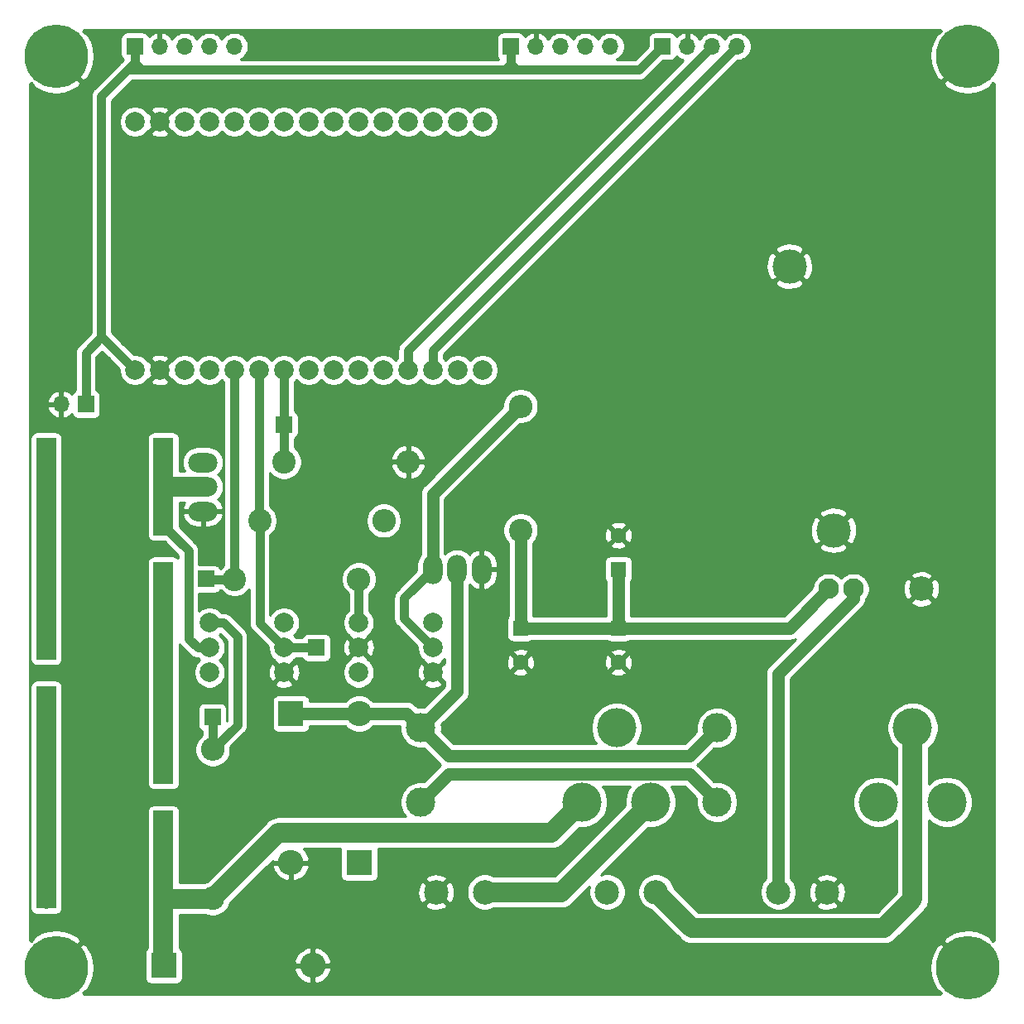
<source format=gbr>
G04 #@! TF.GenerationSoftware,KiCad,Pcbnew,(5.1.5)-3*
G04 #@! TF.CreationDate,2021-03-21T23:11:18+01:00*
G04 #@! TF.ProjectId,Fernschreiber,4665726e-7363-4687-9265-696265722e6b,v02*
G04 #@! TF.SameCoordinates,Original*
G04 #@! TF.FileFunction,Copper,L1,Top*
G04 #@! TF.FilePolarity,Positive*
%FSLAX46Y46*%
G04 Gerber Fmt 4.6, Leading zero omitted, Abs format (unit mm)*
G04 Created by KiCad (PCBNEW (5.1.5)-3) date 2021-03-21 23:11:18*
%MOMM*%
%LPD*%
G04 APERTURE LIST*
%ADD10C,6.500000*%
%ADD11C,2.100000*%
%ADD12C,2.500000*%
%ADD13C,3.500000*%
%ADD14C,1.600000*%
%ADD15R,1.600000X1.600000*%
%ADD16R,1.700000X1.700000*%
%ADD17O,1.700000X1.700000*%
%ADD18O,2.400000X2.400000*%
%ADD19C,2.400000*%
%ADD20C,2.000000*%
%ADD21C,4.000000*%
%ADD22C,3.000000*%
%ADD23R,2.000000X10.000000*%
%ADD24O,2.600000X2.600000*%
%ADD25R,2.600000X2.600000*%
%ADD26O,3.000000X2.000000*%
%ADD27O,2.000000X3.000000*%
%ADD28C,0.800000*%
%ADD29C,0.889000*%
%ADD30C,1.270000*%
%ADD31C,2.032000*%
%ADD32C,0.254000*%
G04 APERTURE END LIST*
D10*
X142250000Y-137750000D03*
X49000000Y-137750000D03*
X142250000Y-44500000D03*
X49000000Y-44500000D03*
D11*
X128000000Y-99000000D03*
X130540000Y-99000000D03*
D12*
X137500000Y-99000000D03*
D13*
X124000000Y-66000000D03*
X128500000Y-93000000D03*
D14*
X106500000Y-93500000D03*
D15*
X106500000Y-97000000D03*
D14*
X96500000Y-106500000D03*
D15*
X96500000Y-103000000D03*
D14*
X106500000Y-106500000D03*
D15*
X106500000Y-103000000D03*
D16*
X64973200Y-112090200D03*
X72300000Y-82200000D03*
X75615800Y-105000000D03*
X64359000Y-97982200D03*
D17*
X49504600Y-80111600D03*
D16*
X52044600Y-80111600D03*
D18*
X82500000Y-92000000D03*
D19*
X69800000Y-92000000D03*
D18*
X65000000Y-115410000D03*
D19*
X65000000Y-130650000D03*
D18*
X85000000Y-86000000D03*
D19*
X72300000Y-86000000D03*
X96500000Y-93000000D03*
D18*
X96500000Y-80300000D03*
X79950000Y-98000000D03*
D19*
X67250000Y-98000000D03*
D20*
X57056400Y-51206400D03*
X59596400Y-51206400D03*
X62136400Y-51206400D03*
X64676400Y-51206400D03*
X67216400Y-51206400D03*
X69756400Y-51206400D03*
X72296400Y-51206400D03*
X74836400Y-51206400D03*
X77376400Y-51206400D03*
X79916400Y-51206400D03*
X82456400Y-51206400D03*
X84996400Y-51206400D03*
X87536400Y-51206400D03*
X90076400Y-51206400D03*
X92616400Y-51206400D03*
X57056400Y-76606400D03*
X59596400Y-76606400D03*
X62136400Y-76606400D03*
X64676400Y-76606400D03*
X67216400Y-76606400D03*
X69756400Y-76606400D03*
X72296400Y-76606400D03*
X74836400Y-76606400D03*
X77376400Y-76606400D03*
X79916400Y-76606400D03*
X82456400Y-76606400D03*
X84996400Y-76606400D03*
X87536400Y-76606400D03*
X90076400Y-76606400D03*
X92616400Y-76606400D03*
D21*
X133100000Y-120800000D03*
X140100000Y-120800000D03*
X136600000Y-113200000D03*
D22*
X116600000Y-113200000D03*
X116600000Y-120800000D03*
D21*
X102800000Y-120800000D03*
X109800000Y-120800000D03*
X106300000Y-113200000D03*
D22*
X86300000Y-113200000D03*
X86300000Y-120800000D03*
D20*
X47974600Y-105234800D03*
X59974600Y-105234800D03*
D23*
X47974600Y-101234800D03*
X59974600Y-101234800D03*
D20*
X47974600Y-97234800D03*
X59974600Y-97234800D03*
D12*
X127850000Y-130000000D03*
X122850000Y-130000000D03*
D17*
X118618000Y-43500000D03*
X116078000Y-43500000D03*
X113538000Y-43500000D03*
D16*
X110998000Y-43500000D03*
D17*
X67210000Y-43500000D03*
X64670000Y-43500000D03*
X62130000Y-43500000D03*
X59590000Y-43500000D03*
D16*
X57050000Y-43500000D03*
D17*
X105664000Y-43500000D03*
X103124000Y-43500000D03*
X100584000Y-43500000D03*
X98044000Y-43500000D03*
D16*
X95504000Y-43500000D03*
D12*
X92850000Y-130000000D03*
X87850000Y-130000000D03*
X110350000Y-130000000D03*
X105350000Y-130000000D03*
D24*
X73000000Y-126990000D03*
D25*
X73000000Y-111750000D03*
D24*
X75240000Y-137500000D03*
D25*
X60000000Y-137500000D03*
D24*
X80000000Y-111760000D03*
D25*
X80000000Y-127000000D03*
D20*
X64690000Y-107540000D03*
X64690000Y-105000000D03*
X72310000Y-107540000D03*
X64690000Y-102460000D03*
X72310000Y-105000000D03*
X72310000Y-102460000D03*
X79940000Y-107540000D03*
X79940000Y-105000000D03*
X87560000Y-107540000D03*
X79940000Y-102460000D03*
X87560000Y-105000000D03*
X87560000Y-102460000D03*
X59974600Y-84534800D03*
X47974600Y-84534800D03*
D23*
X59974600Y-88534800D03*
X47974600Y-88534800D03*
D20*
X59974600Y-92534800D03*
X47974600Y-92534800D03*
X59974600Y-109934800D03*
X47974600Y-109934800D03*
D23*
X59974600Y-113934800D03*
X47974600Y-113934800D03*
D20*
X59974600Y-117934800D03*
X47974600Y-117934800D03*
X47974600Y-130684800D03*
X59974600Y-130684800D03*
D23*
X47974600Y-126684800D03*
X59974600Y-126684800D03*
D20*
X47974600Y-122684800D03*
X59974600Y-122684800D03*
D26*
X64000000Y-86050000D03*
X64000000Y-88550000D03*
X64000000Y-91050000D03*
D27*
X87500000Y-97000000D03*
X90000000Y-97000000D03*
X92500000Y-97000000D03*
D28*
X87450000Y-66900000D03*
X127725000Y-121125000D03*
D29*
X59590000Y-51200000D02*
X59596400Y-51206400D01*
X95504000Y-43500000D02*
X95504000Y-45288200D01*
X95504000Y-45288200D02*
X96113600Y-45897800D01*
X57050000Y-45239000D02*
X57050000Y-43500000D01*
X57708800Y-45897800D02*
X57050000Y-45239000D01*
X91367200Y-45897800D02*
X57708800Y-45897800D01*
X94894400Y-45897800D02*
X95504000Y-45288200D01*
X91367200Y-45897800D02*
X94894400Y-45897800D01*
X94894400Y-45897800D02*
X96113600Y-45897800D01*
X57056400Y-76606400D02*
X55033613Y-74583613D01*
X52044600Y-80111600D02*
X52044600Y-74830400D01*
X52044600Y-74830400D02*
X53619400Y-73255600D01*
X53705600Y-73255600D02*
X55033613Y-74583613D01*
X53619400Y-73255600D02*
X53705600Y-73255600D01*
X53619400Y-73255600D02*
X53619400Y-48605600D01*
X57050000Y-45175000D02*
X57050000Y-43500000D01*
X56325000Y-45900000D02*
X57706600Y-45900000D01*
X56325000Y-45900000D02*
X57050000Y-45175000D01*
X57706600Y-45900000D02*
X57708800Y-45897800D01*
X53619400Y-48605600D02*
X56325000Y-45900000D01*
X110998000Y-43502000D02*
X110998000Y-43500000D01*
X96113600Y-45897800D02*
X108602200Y-45897800D01*
X108602200Y-45897800D02*
X110998000Y-43502000D01*
D30*
X87500000Y-89300000D02*
X87500000Y-97000000D01*
X96500000Y-80300000D02*
X87500000Y-89300000D01*
D29*
X84582000Y-102007000D02*
X84582000Y-99918000D01*
X87560000Y-105000000D02*
X87560000Y-104985000D01*
X84582000Y-99918000D02*
X87500000Y-97000000D01*
X87560000Y-104985000D02*
X84582000Y-102007000D01*
D31*
X59989800Y-88550000D02*
X59974600Y-88534800D01*
X64000000Y-88550000D02*
X59989800Y-88550000D01*
D29*
X63450000Y-105000000D02*
X64690000Y-105000000D01*
X62534800Y-104084800D02*
X63450000Y-105000000D01*
X59974600Y-92534800D02*
X62534800Y-95095000D01*
X62534800Y-95095000D02*
X62534800Y-104084800D01*
D31*
X59974600Y-105234800D02*
X59974600Y-109934800D01*
X47974600Y-92534800D02*
X47974600Y-97234800D01*
D29*
X64670000Y-51200000D02*
X64676400Y-51206400D01*
X62130000Y-51200000D02*
X62136400Y-51206400D01*
X67210000Y-51200000D02*
X67216400Y-51206400D01*
X87536400Y-74581600D02*
X118618000Y-43500000D01*
X87536400Y-76606400D02*
X87536400Y-74581600D01*
X84996400Y-74581600D02*
X84996400Y-76606400D01*
X116078000Y-43500000D02*
X84996400Y-74581600D01*
D30*
X115100001Y-119300001D02*
X116600000Y-120800000D01*
X113764999Y-117964999D02*
X115100001Y-119300001D01*
X89135001Y-117964999D02*
X113764999Y-117964999D01*
X86300000Y-120800000D02*
X89135001Y-117964999D01*
X96500000Y-93000000D02*
X96500000Y-103000000D01*
X96500000Y-103000000D02*
X106500000Y-103000000D01*
X106500000Y-97000000D02*
X106500000Y-103000000D01*
X124000000Y-103000000D02*
X106500000Y-103000000D01*
X128000000Y-99000000D02*
X124000000Y-103000000D01*
X73010000Y-111760000D02*
X73000000Y-111750000D01*
X80000000Y-111760000D02*
X73010000Y-111760000D01*
X90000000Y-109500000D02*
X86300000Y-113200000D01*
X90000000Y-97000000D02*
X90000000Y-109500000D01*
X84860000Y-111760000D02*
X86300000Y-113200000D01*
X80000000Y-111760000D02*
X84860000Y-111760000D01*
X113764999Y-116035001D02*
X115100001Y-114699999D01*
X115100001Y-114699999D02*
X116600000Y-113200000D01*
X89135001Y-116035001D02*
X113764999Y-116035001D01*
X86300000Y-113200000D02*
X89135001Y-116035001D01*
D31*
X59974600Y-137474600D02*
X60000000Y-137500000D01*
X59974600Y-130684800D02*
X59974600Y-137474600D01*
X64965200Y-130684800D02*
X65000000Y-130650000D01*
X59974600Y-130684800D02*
X64965200Y-130684800D01*
X66199999Y-129450001D02*
X65000000Y-130650000D01*
X71723400Y-123926600D02*
X66199999Y-129450001D01*
X102800000Y-120800000D02*
X99673400Y-123926600D01*
X99673400Y-123926600D02*
X71723400Y-123926600D01*
X136600000Y-113200000D02*
X136600000Y-130735000D01*
X114030200Y-133680200D02*
X110350000Y-130000000D01*
X133654800Y-133680200D02*
X114030200Y-133680200D01*
X136600000Y-130735000D02*
X133654800Y-133680200D01*
X92850000Y-130000000D02*
X100650000Y-130000000D01*
X109800000Y-120850000D02*
X109800000Y-120800000D01*
X100650000Y-130000000D02*
X109800000Y-120850000D01*
D29*
X67216400Y-97966400D02*
X67250000Y-98000000D01*
X67216400Y-76606400D02*
X67216400Y-97966400D01*
X64376800Y-98000000D02*
X64359000Y-97982200D01*
X67250000Y-98000000D02*
X64376800Y-98000000D01*
X69723000Y-76639800D02*
X69756400Y-76606400D01*
X69756400Y-91956400D02*
X69800000Y-92000000D01*
X69756400Y-76606400D02*
X69756400Y-91956400D01*
X69800000Y-102490000D02*
X72310000Y-105000000D01*
X69800000Y-92000000D02*
X69800000Y-102490000D01*
X72310000Y-105000000D02*
X75615800Y-105000000D01*
X72296400Y-85996400D02*
X72300000Y-86000000D01*
X72296400Y-82196400D02*
X72300000Y-82200000D01*
X72296400Y-76606400D02*
X72296400Y-82196400D01*
X72300000Y-82200000D02*
X72300000Y-86000000D01*
X64973200Y-115383200D02*
X65000000Y-115410000D01*
X64973200Y-112090200D02*
X64973200Y-115383200D01*
X66135000Y-102460000D02*
X64690000Y-102460000D01*
X67525000Y-103850000D02*
X66135000Y-102460000D01*
X67525000Y-112925000D02*
X67525000Y-103850000D01*
X65000000Y-115410000D02*
X65040000Y-115410000D01*
X65040000Y-115410000D02*
X67525000Y-112925000D01*
X79950000Y-102450000D02*
X79940000Y-102460000D01*
X79950000Y-98000000D02*
X79950000Y-102450000D01*
D31*
X47974600Y-117934800D02*
X47974600Y-122684800D01*
D30*
X130540000Y-99985000D02*
X130540000Y-99000000D01*
X127850000Y-102675000D02*
X130540000Y-99985000D01*
X122850000Y-130000000D02*
X122850000Y-107650000D01*
X127825000Y-102675000D02*
X127850000Y-102675000D01*
X122850000Y-107650000D02*
X127825000Y-102675000D01*
D32*
G36*
X139400229Y-41829837D02*
G01*
X139513570Y-41943178D01*
X139018784Y-42309365D01*
X138653499Y-42981837D01*
X138426425Y-43712650D01*
X138346290Y-44473721D01*
X138416172Y-45235803D01*
X138633386Y-45969608D01*
X138989584Y-46646936D01*
X139018784Y-46690635D01*
X139513572Y-47056823D01*
X142070395Y-44500000D01*
X142056253Y-44485858D01*
X142235858Y-44306253D01*
X142250000Y-44320395D01*
X142264143Y-44306253D01*
X142443748Y-44485858D01*
X142429605Y-44500000D01*
X142443748Y-44514143D01*
X142264143Y-44693748D01*
X142250000Y-44679605D01*
X139693177Y-47236428D01*
X140059365Y-47731216D01*
X140731837Y-48096501D01*
X141462650Y-48323575D01*
X142223721Y-48403710D01*
X142985803Y-48333828D01*
X143719608Y-48116614D01*
X144396936Y-47760416D01*
X144440635Y-47731216D01*
X144806822Y-47236430D01*
X144920163Y-47349771D01*
X144977000Y-47292934D01*
X144977001Y-134957067D01*
X144920163Y-134900229D01*
X144806822Y-135013570D01*
X144440635Y-134518784D01*
X143768163Y-134153499D01*
X143037350Y-133926425D01*
X142276279Y-133846290D01*
X141514197Y-133916172D01*
X140780392Y-134133386D01*
X140103064Y-134489584D01*
X140059365Y-134518784D01*
X139693177Y-135013572D01*
X142250000Y-137570395D01*
X142264143Y-137556253D01*
X142443748Y-137735858D01*
X142429605Y-137750000D01*
X142443748Y-137764143D01*
X142264143Y-137943748D01*
X142250000Y-137929605D01*
X142235858Y-137943748D01*
X142056253Y-137764143D01*
X142070395Y-137750000D01*
X139513572Y-135193177D01*
X139018784Y-135559365D01*
X138653499Y-136231837D01*
X138426425Y-136962650D01*
X138346290Y-137723721D01*
X138416172Y-138485803D01*
X138633386Y-139219608D01*
X138989584Y-139896936D01*
X139018784Y-139940635D01*
X139513570Y-140306822D01*
X139400229Y-140420163D01*
X139457066Y-140477000D01*
X51792934Y-140477000D01*
X51849771Y-140420163D01*
X51736430Y-140306822D01*
X52231216Y-139940635D01*
X52596501Y-139268163D01*
X52823575Y-138537350D01*
X52903710Y-137776279D01*
X52833828Y-137014197D01*
X52616614Y-136280392D01*
X52574337Y-136200000D01*
X58069967Y-136200000D01*
X58069967Y-138800000D01*
X58082073Y-138922913D01*
X58117925Y-139041103D01*
X58176147Y-139150028D01*
X58254499Y-139245501D01*
X58349972Y-139323853D01*
X58458897Y-139382075D01*
X58577087Y-139417927D01*
X58700000Y-139430033D01*
X61300000Y-139430033D01*
X61422913Y-139417927D01*
X61541103Y-139382075D01*
X61650028Y-139323853D01*
X61745501Y-139245501D01*
X61823853Y-139150028D01*
X61882075Y-139041103D01*
X61917927Y-138922913D01*
X61930033Y-138800000D01*
X61930033Y-137927484D01*
X73352811Y-137927484D01*
X73433358Y-138193028D01*
X73603275Y-138532170D01*
X73836091Y-138831646D01*
X74122858Y-139079948D01*
X74452556Y-139267533D01*
X74812515Y-139387193D01*
X75113000Y-139272082D01*
X75113000Y-137627000D01*
X75367000Y-137627000D01*
X75367000Y-139272082D01*
X75667485Y-139387193D01*
X76027444Y-139267533D01*
X76357142Y-139079948D01*
X76643909Y-138831646D01*
X76876725Y-138532170D01*
X77046642Y-138193028D01*
X77127189Y-137927484D01*
X77011704Y-137627000D01*
X75367000Y-137627000D01*
X75113000Y-137627000D01*
X73468296Y-137627000D01*
X73352811Y-137927484D01*
X61930033Y-137927484D01*
X61930033Y-137072516D01*
X73352811Y-137072516D01*
X73468296Y-137373000D01*
X75113000Y-137373000D01*
X75113000Y-135727918D01*
X75367000Y-135727918D01*
X75367000Y-137373000D01*
X77011704Y-137373000D01*
X77127189Y-137072516D01*
X77046642Y-136806972D01*
X76876725Y-136467830D01*
X76643909Y-136168354D01*
X76357142Y-135920052D01*
X76027444Y-135732467D01*
X75667485Y-135612807D01*
X75367000Y-135727918D01*
X75113000Y-135727918D01*
X74812515Y-135612807D01*
X74452556Y-135732467D01*
X74122858Y-135920052D01*
X73836091Y-136168354D01*
X73603275Y-136467830D01*
X73433358Y-136806972D01*
X73352811Y-137072516D01*
X61930033Y-137072516D01*
X61930033Y-136200000D01*
X61917927Y-136077087D01*
X61882075Y-135958897D01*
X61823853Y-135849972D01*
X61745501Y-135754499D01*
X61650028Y-135676147D01*
X61617600Y-135658814D01*
X61617600Y-132327800D01*
X64276388Y-132327800D01*
X64467084Y-132406789D01*
X64820056Y-132477000D01*
X65179944Y-132477000D01*
X65532916Y-132406789D01*
X65865409Y-132269066D01*
X66164645Y-132069124D01*
X66419124Y-131814645D01*
X66619066Y-131515409D01*
X66702655Y-131313605D01*
X86716000Y-131313605D01*
X86841914Y-131603577D01*
X87174126Y-131769433D01*
X87532312Y-131867290D01*
X87902706Y-131893389D01*
X88271075Y-131846725D01*
X88623262Y-131729094D01*
X88858086Y-131603577D01*
X88984000Y-131313605D01*
X87850000Y-130179605D01*
X86716000Y-131313605D01*
X66702655Y-131313605D01*
X66732855Y-131240697D01*
X67418843Y-130554710D01*
X67418847Y-130554705D01*
X67920846Y-130052706D01*
X85956611Y-130052706D01*
X86003275Y-130421075D01*
X86120906Y-130773262D01*
X86246423Y-131008086D01*
X86536395Y-131134000D01*
X87670395Y-130000000D01*
X88029605Y-130000000D01*
X89163605Y-131134000D01*
X89453577Y-131008086D01*
X89619433Y-130675874D01*
X89717290Y-130317688D01*
X89743389Y-129947294D01*
X89696725Y-129578925D01*
X89579094Y-129226738D01*
X89453577Y-128991914D01*
X89163605Y-128866000D01*
X88029605Y-130000000D01*
X87670395Y-130000000D01*
X86536395Y-128866000D01*
X86246423Y-128991914D01*
X86080567Y-129324126D01*
X85982710Y-129682312D01*
X85956611Y-130052706D01*
X67920846Y-130052706D01*
X70556067Y-127417485D01*
X71112807Y-127417485D01*
X71232467Y-127777444D01*
X71420052Y-128107142D01*
X71668354Y-128393909D01*
X71967830Y-128626725D01*
X72306972Y-128796642D01*
X72572516Y-128877189D01*
X72873000Y-128761704D01*
X72873000Y-127117000D01*
X73127000Y-127117000D01*
X73127000Y-128761704D01*
X73427484Y-128877189D01*
X73693028Y-128796642D01*
X74032170Y-128626725D01*
X74331646Y-128393909D01*
X74579948Y-128107142D01*
X74767533Y-127777444D01*
X74887193Y-127417485D01*
X74772082Y-127117000D01*
X73127000Y-127117000D01*
X72873000Y-127117000D01*
X71227918Y-127117000D01*
X71112807Y-127417485D01*
X70556067Y-127417485D01*
X71195410Y-126778142D01*
X71227918Y-126863000D01*
X72873000Y-126863000D01*
X72873000Y-126843000D01*
X73127000Y-126843000D01*
X73127000Y-126863000D01*
X74772082Y-126863000D01*
X74887193Y-126562515D01*
X74767533Y-126202556D01*
X74579948Y-125872858D01*
X74331646Y-125586091D01*
X74310433Y-125569600D01*
X78084344Y-125569600D01*
X78082073Y-125577087D01*
X78069967Y-125700000D01*
X78069967Y-128300000D01*
X78082073Y-128422913D01*
X78117925Y-128541103D01*
X78176147Y-128650028D01*
X78254499Y-128745501D01*
X78349972Y-128823853D01*
X78458897Y-128882075D01*
X78577087Y-128917927D01*
X78700000Y-128930033D01*
X81300000Y-128930033D01*
X81422913Y-128917927D01*
X81541103Y-128882075D01*
X81650028Y-128823853D01*
X81745501Y-128745501D01*
X81794007Y-128686395D01*
X86716000Y-128686395D01*
X87850000Y-129820395D01*
X88984000Y-128686395D01*
X88858086Y-128396423D01*
X88525874Y-128230567D01*
X88167688Y-128132710D01*
X87797294Y-128106611D01*
X87428925Y-128153275D01*
X87076738Y-128270906D01*
X86841914Y-128396423D01*
X86716000Y-128686395D01*
X81794007Y-128686395D01*
X81823853Y-128650028D01*
X81882075Y-128541103D01*
X81917927Y-128422913D01*
X81930033Y-128300000D01*
X81930033Y-125700000D01*
X81917927Y-125577087D01*
X81915656Y-125569600D01*
X99592701Y-125569600D01*
X99673400Y-125577548D01*
X99754099Y-125569600D01*
X99754106Y-125569600D01*
X99995484Y-125545826D01*
X100305191Y-125451878D01*
X100590618Y-125299314D01*
X100840797Y-125093997D01*
X100892247Y-125031305D01*
X102503970Y-123419582D01*
X102541263Y-123427000D01*
X103058737Y-123427000D01*
X103566268Y-123326046D01*
X104044351Y-123128017D01*
X104474615Y-122840524D01*
X104840524Y-122474615D01*
X105128017Y-122044351D01*
X105326046Y-121566268D01*
X105427000Y-121058737D01*
X105427000Y-120541263D01*
X105326046Y-120033732D01*
X105128017Y-119555649D01*
X104908420Y-119226999D01*
X107691580Y-119226999D01*
X107471983Y-119555649D01*
X107273954Y-120033732D01*
X107173000Y-120541263D01*
X107173000Y-121058737D01*
X107188713Y-121137734D01*
X99969448Y-128357000D01*
X93769588Y-128357000D01*
X93739093Y-128336624D01*
X93397501Y-128195132D01*
X93034868Y-128123000D01*
X92665132Y-128123000D01*
X92302499Y-128195132D01*
X91960907Y-128336624D01*
X91653482Y-128542039D01*
X91392039Y-128803482D01*
X91186624Y-129110907D01*
X91045132Y-129452499D01*
X90973000Y-129815132D01*
X90973000Y-130184868D01*
X91045132Y-130547501D01*
X91186624Y-130889093D01*
X91392039Y-131196518D01*
X91653482Y-131457961D01*
X91960907Y-131663376D01*
X92302499Y-131804868D01*
X92665132Y-131877000D01*
X93034868Y-131877000D01*
X93397501Y-131804868D01*
X93739093Y-131663376D01*
X93769588Y-131643000D01*
X100569301Y-131643000D01*
X100650000Y-131650948D01*
X100730699Y-131643000D01*
X100730706Y-131643000D01*
X100972084Y-131619226D01*
X101281791Y-131525278D01*
X101567218Y-131372714D01*
X101817397Y-131167397D01*
X101868847Y-131104705D01*
X103562158Y-129411394D01*
X103545132Y-129452499D01*
X103473000Y-129815132D01*
X103473000Y-130184868D01*
X103545132Y-130547501D01*
X103686624Y-130889093D01*
X103892039Y-131196518D01*
X104153482Y-131457961D01*
X104460907Y-131663376D01*
X104802499Y-131804868D01*
X105165132Y-131877000D01*
X105534868Y-131877000D01*
X105897501Y-131804868D01*
X106239093Y-131663376D01*
X106546518Y-131457961D01*
X106807961Y-131196518D01*
X107013376Y-130889093D01*
X107154868Y-130547501D01*
X107227000Y-130184868D01*
X107227000Y-129815132D01*
X108473000Y-129815132D01*
X108473000Y-130184868D01*
X108545132Y-130547501D01*
X108686624Y-130889093D01*
X108892039Y-131196518D01*
X109153482Y-131457961D01*
X109460907Y-131663376D01*
X109802499Y-131804868D01*
X109838471Y-131812023D01*
X112811357Y-134784910D01*
X112862803Y-134847597D01*
X113112982Y-135052914D01*
X113398409Y-135205478D01*
X113708115Y-135299426D01*
X113738041Y-135302373D01*
X113949494Y-135323200D01*
X113949501Y-135323200D01*
X114030200Y-135331148D01*
X114110899Y-135323200D01*
X133574101Y-135323200D01*
X133654800Y-135331148D01*
X133735499Y-135323200D01*
X133735506Y-135323200D01*
X133976884Y-135299426D01*
X134286591Y-135205478D01*
X134572018Y-135052914D01*
X134822197Y-134847597D01*
X134873647Y-134784905D01*
X137704710Y-131953843D01*
X137767397Y-131902397D01*
X137972714Y-131652218D01*
X138125278Y-131366791D01*
X138170157Y-131218844D01*
X138219226Y-131057085D01*
X138227598Y-130972084D01*
X138243000Y-130815706D01*
X138243000Y-130815699D01*
X138250948Y-130735000D01*
X138243000Y-130654301D01*
X138243000Y-122658139D01*
X138425385Y-122840524D01*
X138855649Y-123128017D01*
X139333732Y-123326046D01*
X139841263Y-123427000D01*
X140358737Y-123427000D01*
X140866268Y-123326046D01*
X141344351Y-123128017D01*
X141774615Y-122840524D01*
X142140524Y-122474615D01*
X142428017Y-122044351D01*
X142626046Y-121566268D01*
X142727000Y-121058737D01*
X142727000Y-120541263D01*
X142626046Y-120033732D01*
X142428017Y-119555649D01*
X142140524Y-119125385D01*
X141774615Y-118759476D01*
X141344351Y-118471983D01*
X140866268Y-118273954D01*
X140358737Y-118173000D01*
X139841263Y-118173000D01*
X139333732Y-118273954D01*
X138855649Y-118471983D01*
X138425385Y-118759476D01*
X138243000Y-118941861D01*
X138243000Y-115261648D01*
X138274615Y-115240524D01*
X138640524Y-114874615D01*
X138928017Y-114444351D01*
X139126046Y-113966268D01*
X139227000Y-113458737D01*
X139227000Y-112941263D01*
X139126046Y-112433732D01*
X138928017Y-111955649D01*
X138640524Y-111525385D01*
X138274615Y-111159476D01*
X137844351Y-110871983D01*
X137366268Y-110673954D01*
X136858737Y-110573000D01*
X136341263Y-110573000D01*
X135833732Y-110673954D01*
X135355649Y-110871983D01*
X134925385Y-111159476D01*
X134559476Y-111525385D01*
X134271983Y-111955649D01*
X134073954Y-112433732D01*
X133973000Y-112941263D01*
X133973000Y-113458737D01*
X134073954Y-113966268D01*
X134271983Y-114444351D01*
X134559476Y-114874615D01*
X134925385Y-115240524D01*
X134957000Y-115261649D01*
X134957000Y-118941861D01*
X134774615Y-118759476D01*
X134344351Y-118471983D01*
X133866268Y-118273954D01*
X133358737Y-118173000D01*
X132841263Y-118173000D01*
X132333732Y-118273954D01*
X131855649Y-118471983D01*
X131425385Y-118759476D01*
X131059476Y-119125385D01*
X130771983Y-119555649D01*
X130573954Y-120033732D01*
X130473000Y-120541263D01*
X130473000Y-121058737D01*
X130573954Y-121566268D01*
X130771983Y-122044351D01*
X131059476Y-122474615D01*
X131425385Y-122840524D01*
X131855649Y-123128017D01*
X132333732Y-123326046D01*
X132841263Y-123427000D01*
X133358737Y-123427000D01*
X133866268Y-123326046D01*
X134344351Y-123128017D01*
X134774615Y-122840524D01*
X134957001Y-122658138D01*
X134957001Y-130054446D01*
X132974248Y-132037200D01*
X114710753Y-132037200D01*
X112162023Y-129488471D01*
X112154868Y-129452499D01*
X112013376Y-129110907D01*
X111807961Y-128803482D01*
X111546518Y-128542039D01*
X111239093Y-128336624D01*
X110897501Y-128195132D01*
X110534868Y-128123000D01*
X110165132Y-128123000D01*
X109802499Y-128195132D01*
X109460907Y-128336624D01*
X109153482Y-128542039D01*
X108892039Y-128803482D01*
X108686624Y-129110907D01*
X108545132Y-129452499D01*
X108473000Y-129815132D01*
X107227000Y-129815132D01*
X107154868Y-129452499D01*
X107013376Y-129110907D01*
X106807961Y-128803482D01*
X106546518Y-128542039D01*
X106239093Y-128336624D01*
X105897501Y-128195132D01*
X105534868Y-128123000D01*
X105165132Y-128123000D01*
X104802499Y-128195132D01*
X104761394Y-128212158D01*
X109546553Y-123427000D01*
X110058737Y-123427000D01*
X110566268Y-123326046D01*
X111044351Y-123128017D01*
X111474615Y-122840524D01*
X111840524Y-122474615D01*
X112128017Y-122044351D01*
X112326046Y-121566268D01*
X112427000Y-121058737D01*
X112427000Y-120541263D01*
X112326046Y-120033732D01*
X112128017Y-119555649D01*
X111908420Y-119226999D01*
X113242263Y-119226999D01*
X114251470Y-120236207D01*
X114251475Y-120236211D01*
X114495028Y-120479765D01*
X114473000Y-120590509D01*
X114473000Y-121009491D01*
X114554739Y-121420423D01*
X114715077Y-121807512D01*
X114947851Y-122155884D01*
X115244116Y-122452149D01*
X115592488Y-122684923D01*
X115979577Y-122845261D01*
X116390509Y-122927000D01*
X116809491Y-122927000D01*
X117220423Y-122845261D01*
X117607512Y-122684923D01*
X117955884Y-122452149D01*
X118252149Y-122155884D01*
X118484923Y-121807512D01*
X118645261Y-121420423D01*
X118727000Y-121009491D01*
X118727000Y-120590509D01*
X118645261Y-120179577D01*
X118484923Y-119792488D01*
X118252149Y-119444116D01*
X117955884Y-119147851D01*
X117607512Y-118915077D01*
X117220423Y-118754739D01*
X116809491Y-118673000D01*
X116390509Y-118673000D01*
X116279765Y-118695028D01*
X116036211Y-118451475D01*
X116036207Y-118451470D01*
X114701210Y-117116474D01*
X114661685Y-117068313D01*
X114578446Y-117000000D01*
X114661685Y-116931687D01*
X114701210Y-116883526D01*
X116036207Y-115548530D01*
X116036211Y-115548525D01*
X116279765Y-115304972D01*
X116390509Y-115327000D01*
X116809491Y-115327000D01*
X117220423Y-115245261D01*
X117607512Y-115084923D01*
X117955884Y-114852149D01*
X118252149Y-114555884D01*
X118484923Y-114207512D01*
X118645261Y-113820423D01*
X118727000Y-113409491D01*
X118727000Y-112990509D01*
X118645261Y-112579577D01*
X118484923Y-112192488D01*
X118252149Y-111844116D01*
X117955884Y-111547851D01*
X117607512Y-111315077D01*
X117220423Y-111154739D01*
X116809491Y-111073000D01*
X116390509Y-111073000D01*
X115979577Y-111154739D01*
X115592488Y-111315077D01*
X115244116Y-111547851D01*
X114947851Y-111844116D01*
X114715077Y-112192488D01*
X114554739Y-112579577D01*
X114473000Y-112990509D01*
X114473000Y-113409491D01*
X114495028Y-113520235D01*
X114251475Y-113763789D01*
X114251470Y-113763793D01*
X113242263Y-114773001D01*
X108408420Y-114773001D01*
X108628017Y-114444351D01*
X108826046Y-113966268D01*
X108927000Y-113458737D01*
X108927000Y-112941263D01*
X108826046Y-112433732D01*
X108628017Y-111955649D01*
X108340524Y-111525385D01*
X107974615Y-111159476D01*
X107544351Y-110871983D01*
X107066268Y-110673954D01*
X106558737Y-110573000D01*
X106041263Y-110573000D01*
X105533732Y-110673954D01*
X105055649Y-110871983D01*
X104625385Y-111159476D01*
X104259476Y-111525385D01*
X103971983Y-111955649D01*
X103773954Y-112433732D01*
X103673000Y-112941263D01*
X103673000Y-113458737D01*
X103773954Y-113966268D01*
X103971983Y-114444351D01*
X104191580Y-114773001D01*
X89657738Y-114773001D01*
X88404972Y-113520235D01*
X88427000Y-113409491D01*
X88427000Y-112990509D01*
X88404972Y-112879765D01*
X90848536Y-110436202D01*
X90896686Y-110396686D01*
X90936202Y-110348536D01*
X90936206Y-110348532D01*
X91031893Y-110231937D01*
X91054392Y-110204522D01*
X91171577Y-109985283D01*
X91243740Y-109747395D01*
X91262000Y-109561996D01*
X91262000Y-109561987D01*
X91268105Y-109500001D01*
X91262000Y-109438015D01*
X91262000Y-107492702D01*
X95686903Y-107492702D01*
X95758486Y-107736671D01*
X96013996Y-107857571D01*
X96288184Y-107926300D01*
X96570512Y-107940217D01*
X96850130Y-107898787D01*
X97116292Y-107803603D01*
X97241514Y-107736671D01*
X97313097Y-107492702D01*
X105686903Y-107492702D01*
X105758486Y-107736671D01*
X106013996Y-107857571D01*
X106288184Y-107926300D01*
X106570512Y-107940217D01*
X106850130Y-107898787D01*
X107116292Y-107803603D01*
X107241514Y-107736671D01*
X107313097Y-107492702D01*
X106500000Y-106679605D01*
X105686903Y-107492702D01*
X97313097Y-107492702D01*
X96500000Y-106679605D01*
X95686903Y-107492702D01*
X91262000Y-107492702D01*
X91262000Y-106570512D01*
X95059783Y-106570512D01*
X95101213Y-106850130D01*
X95196397Y-107116292D01*
X95263329Y-107241514D01*
X95507298Y-107313097D01*
X96320395Y-106500000D01*
X96679605Y-106500000D01*
X97492702Y-107313097D01*
X97736671Y-107241514D01*
X97857571Y-106986004D01*
X97926300Y-106711816D01*
X97933265Y-106570512D01*
X105059783Y-106570512D01*
X105101213Y-106850130D01*
X105196397Y-107116292D01*
X105263329Y-107241514D01*
X105507298Y-107313097D01*
X106320395Y-106500000D01*
X106679605Y-106500000D01*
X107492702Y-107313097D01*
X107736671Y-107241514D01*
X107857571Y-106986004D01*
X107926300Y-106711816D01*
X107940217Y-106429488D01*
X107898787Y-106149870D01*
X107803603Y-105883708D01*
X107736671Y-105758486D01*
X107492702Y-105686903D01*
X106679605Y-106500000D01*
X106320395Y-106500000D01*
X105507298Y-105686903D01*
X105263329Y-105758486D01*
X105142429Y-106013996D01*
X105073700Y-106288184D01*
X105059783Y-106570512D01*
X97933265Y-106570512D01*
X97940217Y-106429488D01*
X97898787Y-106149870D01*
X97803603Y-105883708D01*
X97736671Y-105758486D01*
X97492702Y-105686903D01*
X96679605Y-106500000D01*
X96320395Y-106500000D01*
X95507298Y-105686903D01*
X95263329Y-105758486D01*
X95142429Y-106013996D01*
X95073700Y-106288184D01*
X95059783Y-106570512D01*
X91262000Y-106570512D01*
X91262000Y-105507298D01*
X95686903Y-105507298D01*
X96500000Y-106320395D01*
X97313097Y-105507298D01*
X105686903Y-105507298D01*
X106500000Y-106320395D01*
X107313097Y-105507298D01*
X107241514Y-105263329D01*
X106986004Y-105142429D01*
X106711816Y-105073700D01*
X106429488Y-105059783D01*
X106149870Y-105101213D01*
X105883708Y-105196397D01*
X105758486Y-105263329D01*
X105686903Y-105507298D01*
X97313097Y-105507298D01*
X97241514Y-105263329D01*
X96986004Y-105142429D01*
X96711816Y-105073700D01*
X96429488Y-105059783D01*
X96149870Y-105101213D01*
X95883708Y-105196397D01*
X95758486Y-105263329D01*
X95686903Y-105507298D01*
X91262000Y-105507298D01*
X91262000Y-98566996D01*
X91433683Y-98745922D01*
X91697239Y-98930010D01*
X91991645Y-99059144D01*
X92119566Y-99090124D01*
X92373000Y-98970777D01*
X92373000Y-97127000D01*
X92627000Y-97127000D01*
X92627000Y-98970777D01*
X92880434Y-99090124D01*
X93008355Y-99059144D01*
X93302761Y-98930010D01*
X93566317Y-98745922D01*
X93788895Y-98513954D01*
X93961942Y-98243020D01*
X94078807Y-97943532D01*
X94135000Y-97627000D01*
X94135000Y-97127000D01*
X92627000Y-97127000D01*
X92373000Y-97127000D01*
X92353000Y-97127000D01*
X92353000Y-96873000D01*
X92373000Y-96873000D01*
X92373000Y-95029223D01*
X92627000Y-95029223D01*
X92627000Y-96873000D01*
X94135000Y-96873000D01*
X94135000Y-96373000D01*
X94078807Y-96056468D01*
X93961942Y-95756980D01*
X93788895Y-95486046D01*
X93566317Y-95254078D01*
X93302761Y-95069990D01*
X93008355Y-94940856D01*
X92880434Y-94909876D01*
X92627000Y-95029223D01*
X92373000Y-95029223D01*
X92119566Y-94909876D01*
X91991645Y-94940856D01*
X91697239Y-95069990D01*
X91433683Y-95254078D01*
X91244265Y-95451487D01*
X91156029Y-95343971D01*
X90908286Y-95140654D01*
X90625638Y-94989575D01*
X90318948Y-94896542D01*
X90000000Y-94865128D01*
X89681053Y-94896542D01*
X89374363Y-94989575D01*
X89091715Y-95140654D01*
X88843972Y-95343971D01*
X88762000Y-95443854D01*
X88762000Y-92820056D01*
X94673000Y-92820056D01*
X94673000Y-93179944D01*
X94743211Y-93532916D01*
X94880934Y-93865409D01*
X95080876Y-94164645D01*
X95238000Y-94321769D01*
X95238001Y-101774602D01*
X95176147Y-101849972D01*
X95117925Y-101958897D01*
X95082073Y-102077087D01*
X95069967Y-102200000D01*
X95069967Y-103800000D01*
X95082073Y-103922913D01*
X95117925Y-104041103D01*
X95176147Y-104150028D01*
X95254499Y-104245501D01*
X95349972Y-104323853D01*
X95458897Y-104382075D01*
X95577087Y-104417927D01*
X95700000Y-104430033D01*
X97300000Y-104430033D01*
X97422913Y-104417927D01*
X97541103Y-104382075D01*
X97650028Y-104323853D01*
X97725397Y-104262000D01*
X105274603Y-104262000D01*
X105349972Y-104323853D01*
X105458897Y-104382075D01*
X105577087Y-104417927D01*
X105700000Y-104430033D01*
X107300000Y-104430033D01*
X107422913Y-104417927D01*
X107541103Y-104382075D01*
X107650028Y-104323853D01*
X107725397Y-104262000D01*
X123938012Y-104262000D01*
X124000000Y-104268105D01*
X124061988Y-104262000D01*
X124061996Y-104262000D01*
X124247395Y-104243740D01*
X124485283Y-104171577D01*
X124610748Y-104104515D01*
X122001470Y-106713794D01*
X121953315Y-106753314D01*
X121913795Y-106801469D01*
X121913794Y-106801470D01*
X121795609Y-106945478D01*
X121678424Y-107164717D01*
X121606260Y-107402605D01*
X121581895Y-107650000D01*
X121588001Y-107711998D01*
X121588000Y-128607521D01*
X121392039Y-128803482D01*
X121186624Y-129110907D01*
X121045132Y-129452499D01*
X120973000Y-129815132D01*
X120973000Y-130184868D01*
X121045132Y-130547501D01*
X121186624Y-130889093D01*
X121392039Y-131196518D01*
X121653482Y-131457961D01*
X121960907Y-131663376D01*
X122302499Y-131804868D01*
X122665132Y-131877000D01*
X123034868Y-131877000D01*
X123397501Y-131804868D01*
X123739093Y-131663376D01*
X124046518Y-131457961D01*
X124190874Y-131313605D01*
X126716000Y-131313605D01*
X126841914Y-131603577D01*
X127174126Y-131769433D01*
X127532312Y-131867290D01*
X127902706Y-131893389D01*
X128271075Y-131846725D01*
X128623262Y-131729094D01*
X128858086Y-131603577D01*
X128984000Y-131313605D01*
X127850000Y-130179605D01*
X126716000Y-131313605D01*
X124190874Y-131313605D01*
X124307961Y-131196518D01*
X124513376Y-130889093D01*
X124654868Y-130547501D01*
X124727000Y-130184868D01*
X124727000Y-130052706D01*
X125956611Y-130052706D01*
X126003275Y-130421075D01*
X126120906Y-130773262D01*
X126246423Y-131008086D01*
X126536395Y-131134000D01*
X127670395Y-130000000D01*
X128029605Y-130000000D01*
X129163605Y-131134000D01*
X129453577Y-131008086D01*
X129619433Y-130675874D01*
X129717290Y-130317688D01*
X129743389Y-129947294D01*
X129696725Y-129578925D01*
X129579094Y-129226738D01*
X129453577Y-128991914D01*
X129163605Y-128866000D01*
X128029605Y-130000000D01*
X127670395Y-130000000D01*
X126536395Y-128866000D01*
X126246423Y-128991914D01*
X126080567Y-129324126D01*
X125982710Y-129682312D01*
X125956611Y-130052706D01*
X124727000Y-130052706D01*
X124727000Y-129815132D01*
X124654868Y-129452499D01*
X124513376Y-129110907D01*
X124307961Y-128803482D01*
X124190874Y-128686395D01*
X126716000Y-128686395D01*
X127850000Y-129820395D01*
X128984000Y-128686395D01*
X128858086Y-128396423D01*
X128525874Y-128230567D01*
X128167688Y-128132710D01*
X127797294Y-128106611D01*
X127428925Y-128153275D01*
X127076738Y-128270906D01*
X126841914Y-128396423D01*
X126716000Y-128686395D01*
X124190874Y-128686395D01*
X124112000Y-128607521D01*
X124112000Y-108172736D01*
X128559117Y-103725621D01*
X128746686Y-103571686D01*
X128786211Y-103523525D01*
X131388537Y-100921201D01*
X131436686Y-100881686D01*
X131476202Y-100833536D01*
X131476206Y-100833532D01*
X131594391Y-100689523D01*
X131594392Y-100689522D01*
X131711577Y-100470283D01*
X131759105Y-100313605D01*
X136366000Y-100313605D01*
X136491914Y-100603577D01*
X136824126Y-100769433D01*
X137182312Y-100867290D01*
X137552706Y-100893389D01*
X137921075Y-100846725D01*
X138273262Y-100729094D01*
X138508086Y-100603577D01*
X138634000Y-100313605D01*
X137500000Y-99179605D01*
X136366000Y-100313605D01*
X131759105Y-100313605D01*
X131783740Y-100232395D01*
X131795157Y-100116479D01*
X131842611Y-100069025D01*
X132026138Y-99794357D01*
X132152554Y-99489163D01*
X132217000Y-99165170D01*
X132217000Y-99052706D01*
X135606611Y-99052706D01*
X135653275Y-99421075D01*
X135770906Y-99773262D01*
X135896423Y-100008086D01*
X136186395Y-100134000D01*
X137320395Y-99000000D01*
X137679605Y-99000000D01*
X138813605Y-100134000D01*
X139103577Y-100008086D01*
X139269433Y-99675874D01*
X139367290Y-99317688D01*
X139393389Y-98947294D01*
X139346725Y-98578925D01*
X139229094Y-98226738D01*
X139103577Y-97991914D01*
X138813605Y-97866000D01*
X137679605Y-99000000D01*
X137320395Y-99000000D01*
X136186395Y-97866000D01*
X135896423Y-97991914D01*
X135730567Y-98324126D01*
X135632710Y-98682312D01*
X135606611Y-99052706D01*
X132217000Y-99052706D01*
X132217000Y-98834830D01*
X132152554Y-98510837D01*
X132026138Y-98205643D01*
X131842611Y-97930975D01*
X131609025Y-97697389D01*
X131592572Y-97686395D01*
X136366000Y-97686395D01*
X137500000Y-98820395D01*
X138634000Y-97686395D01*
X138508086Y-97396423D01*
X138175874Y-97230567D01*
X137817688Y-97132710D01*
X137447294Y-97106611D01*
X137078925Y-97153275D01*
X136726738Y-97270906D01*
X136491914Y-97396423D01*
X136366000Y-97686395D01*
X131592572Y-97686395D01*
X131334357Y-97513862D01*
X131029163Y-97387446D01*
X130705170Y-97323000D01*
X130374830Y-97323000D01*
X130050837Y-97387446D01*
X129745643Y-97513862D01*
X129470975Y-97697389D01*
X129270000Y-97898364D01*
X129069025Y-97697389D01*
X128794357Y-97513862D01*
X128489163Y-97387446D01*
X128165170Y-97323000D01*
X127834830Y-97323000D01*
X127510837Y-97387446D01*
X127205643Y-97513862D01*
X126930975Y-97697389D01*
X126697389Y-97930975D01*
X126513862Y-98205643D01*
X126387446Y-98510837D01*
X126323000Y-98834830D01*
X126323000Y-98892262D01*
X123477264Y-101738000D01*
X107762000Y-101738000D01*
X107762000Y-98225397D01*
X107823853Y-98150028D01*
X107882075Y-98041103D01*
X107917927Y-97922913D01*
X107930033Y-97800000D01*
X107930033Y-96200000D01*
X107917927Y-96077087D01*
X107882075Y-95958897D01*
X107823853Y-95849972D01*
X107745501Y-95754499D01*
X107650028Y-95676147D01*
X107541103Y-95617925D01*
X107422913Y-95582073D01*
X107300000Y-95569967D01*
X105700000Y-95569967D01*
X105577087Y-95582073D01*
X105458897Y-95617925D01*
X105349972Y-95676147D01*
X105254499Y-95754499D01*
X105176147Y-95849972D01*
X105117925Y-95958897D01*
X105082073Y-96077087D01*
X105069967Y-96200000D01*
X105069967Y-97800000D01*
X105082073Y-97922913D01*
X105117925Y-98041103D01*
X105176147Y-98150028D01*
X105238000Y-98225397D01*
X105238001Y-101738000D01*
X97762000Y-101738000D01*
X97762000Y-94492702D01*
X105686903Y-94492702D01*
X105758486Y-94736671D01*
X106013996Y-94857571D01*
X106288184Y-94926300D01*
X106570512Y-94940217D01*
X106850130Y-94898787D01*
X107116292Y-94803603D01*
X107241514Y-94736671D01*
X107261190Y-94669609D01*
X127009997Y-94669609D01*
X127196073Y-95010766D01*
X127613409Y-95226513D01*
X128064815Y-95356696D01*
X128532946Y-95396313D01*
X128999811Y-95343842D01*
X129447468Y-95201297D01*
X129803927Y-95010766D01*
X129990003Y-94669609D01*
X128500000Y-93179605D01*
X127009997Y-94669609D01*
X107261190Y-94669609D01*
X107313097Y-94492702D01*
X106500000Y-93679605D01*
X105686903Y-94492702D01*
X97762000Y-94492702D01*
X97762000Y-94321769D01*
X97919124Y-94164645D01*
X98119066Y-93865409D01*
X98241216Y-93570512D01*
X105059783Y-93570512D01*
X105101213Y-93850130D01*
X105196397Y-94116292D01*
X105263329Y-94241514D01*
X105507298Y-94313097D01*
X106320395Y-93500000D01*
X106679605Y-93500000D01*
X107492702Y-94313097D01*
X107736671Y-94241514D01*
X107857571Y-93986004D01*
X107926300Y-93711816D01*
X107940217Y-93429488D01*
X107898787Y-93149870D01*
X107856974Y-93032946D01*
X126103687Y-93032946D01*
X126156158Y-93499811D01*
X126298703Y-93947468D01*
X126489234Y-94303927D01*
X126830391Y-94490003D01*
X128320395Y-93000000D01*
X128679605Y-93000000D01*
X130169609Y-94490003D01*
X130510766Y-94303927D01*
X130726513Y-93886591D01*
X130856696Y-93435185D01*
X130896313Y-92967054D01*
X130843842Y-92500189D01*
X130701297Y-92052532D01*
X130510766Y-91696073D01*
X130169609Y-91509997D01*
X128679605Y-93000000D01*
X128320395Y-93000000D01*
X126830391Y-91509997D01*
X126489234Y-91696073D01*
X126273487Y-92113409D01*
X126143304Y-92564815D01*
X126103687Y-93032946D01*
X107856974Y-93032946D01*
X107803603Y-92883708D01*
X107736671Y-92758486D01*
X107492702Y-92686903D01*
X106679605Y-93500000D01*
X106320395Y-93500000D01*
X105507298Y-92686903D01*
X105263329Y-92758486D01*
X105142429Y-93013996D01*
X105073700Y-93288184D01*
X105059783Y-93570512D01*
X98241216Y-93570512D01*
X98256789Y-93532916D01*
X98327000Y-93179944D01*
X98327000Y-92820056D01*
X98264789Y-92507298D01*
X105686903Y-92507298D01*
X106500000Y-93320395D01*
X107313097Y-92507298D01*
X107241514Y-92263329D01*
X106986004Y-92142429D01*
X106711816Y-92073700D01*
X106429488Y-92059783D01*
X106149870Y-92101213D01*
X105883708Y-92196397D01*
X105758486Y-92263329D01*
X105686903Y-92507298D01*
X98264789Y-92507298D01*
X98256789Y-92467084D01*
X98119066Y-92134591D01*
X97919124Y-91835355D01*
X97664645Y-91580876D01*
X97365409Y-91380934D01*
X97243388Y-91330391D01*
X127009997Y-91330391D01*
X128500000Y-92820395D01*
X129990003Y-91330391D01*
X129803927Y-90989234D01*
X129386591Y-90773487D01*
X128935185Y-90643304D01*
X128467054Y-90603687D01*
X128000189Y-90656158D01*
X127552532Y-90798703D01*
X127196073Y-90989234D01*
X127009997Y-91330391D01*
X97243388Y-91330391D01*
X97032916Y-91243211D01*
X96679944Y-91173000D01*
X96320056Y-91173000D01*
X95967084Y-91243211D01*
X95634591Y-91380934D01*
X95335355Y-91580876D01*
X95080876Y-91835355D01*
X94880934Y-92134591D01*
X94743211Y-92467084D01*
X94673000Y-92820056D01*
X88762000Y-92820056D01*
X88762000Y-89822736D01*
X96457738Y-82127000D01*
X96679944Y-82127000D01*
X97032916Y-82056789D01*
X97365409Y-81919066D01*
X97664645Y-81719124D01*
X97919124Y-81464645D01*
X98119066Y-81165409D01*
X98256789Y-80832916D01*
X98327000Y-80479944D01*
X98327000Y-80120056D01*
X98256789Y-79767084D01*
X98119066Y-79434591D01*
X97919124Y-79135355D01*
X97664645Y-78880876D01*
X97365409Y-78680934D01*
X97032916Y-78543211D01*
X96679944Y-78473000D01*
X96320056Y-78473000D01*
X95967084Y-78543211D01*
X95634591Y-78680934D01*
X95335355Y-78880876D01*
X95080876Y-79135355D01*
X94880934Y-79434591D01*
X94743211Y-79767084D01*
X94673000Y-80120056D01*
X94673000Y-80342262D01*
X86651475Y-88363789D01*
X86603314Y-88403314D01*
X86445608Y-88595479D01*
X86328423Y-88814718D01*
X86256260Y-89052606D01*
X86238000Y-89238005D01*
X86238000Y-89238012D01*
X86231895Y-89300000D01*
X86238000Y-89361989D01*
X86238001Y-95473098D01*
X86140655Y-95591714D01*
X85989575Y-95874362D01*
X85896542Y-96181052D01*
X85873000Y-96420075D01*
X85873000Y-97111670D01*
X83861557Y-99123114D01*
X83820670Y-99156669D01*
X83787117Y-99197554D01*
X83686770Y-99319827D01*
X83587275Y-99505971D01*
X83526004Y-99707950D01*
X83505316Y-99918000D01*
X83510501Y-99970644D01*
X83510500Y-101954365D01*
X83505316Y-102007000D01*
X83510500Y-102059634D01*
X83526004Y-102217050D01*
X83587274Y-102419028D01*
X83686770Y-102605174D01*
X83820669Y-102768331D01*
X83861561Y-102801890D01*
X85933000Y-104873330D01*
X85933000Y-105160245D01*
X85995525Y-105474578D01*
X86118172Y-105770673D01*
X86296227Y-106037152D01*
X86522848Y-106263773D01*
X86629406Y-106334972D01*
X86604192Y-106404587D01*
X87560000Y-107360395D01*
X88515808Y-106404587D01*
X88490594Y-106334972D01*
X88597152Y-106263773D01*
X88738001Y-106122924D01*
X88738001Y-106599617D01*
X88695413Y-106584192D01*
X87739605Y-107540000D01*
X88695413Y-108495808D01*
X88738001Y-108480383D01*
X88738001Y-108977261D01*
X86620235Y-111095028D01*
X86509491Y-111073000D01*
X86090509Y-111073000D01*
X85979765Y-111095028D01*
X85796211Y-110911475D01*
X85756686Y-110863314D01*
X85564522Y-110705608D01*
X85345283Y-110588423D01*
X85107395Y-110516260D01*
X84921996Y-110498000D01*
X84921988Y-110498000D01*
X84860000Y-110491895D01*
X84798012Y-110498000D01*
X81463190Y-110498000D01*
X81228391Y-110263201D01*
X80912777Y-110052315D01*
X80562085Y-109907053D01*
X80189793Y-109833000D01*
X79810207Y-109833000D01*
X79437915Y-109907053D01*
X79087223Y-110052315D01*
X78771609Y-110263201D01*
X78536810Y-110498000D01*
X74930033Y-110498000D01*
X74930033Y-110450000D01*
X74917927Y-110327087D01*
X74882075Y-110208897D01*
X74823853Y-110099972D01*
X74745501Y-110004499D01*
X74650028Y-109926147D01*
X74541103Y-109867925D01*
X74422913Y-109832073D01*
X74300000Y-109819967D01*
X71700000Y-109819967D01*
X71577087Y-109832073D01*
X71458897Y-109867925D01*
X71349972Y-109926147D01*
X71254499Y-110004499D01*
X71176147Y-110099972D01*
X71117925Y-110208897D01*
X71082073Y-110327087D01*
X71069967Y-110450000D01*
X71069967Y-113050000D01*
X71082073Y-113172913D01*
X71117925Y-113291103D01*
X71176147Y-113400028D01*
X71254499Y-113495501D01*
X71349972Y-113573853D01*
X71458897Y-113632075D01*
X71577087Y-113667927D01*
X71700000Y-113680033D01*
X74300000Y-113680033D01*
X74422913Y-113667927D01*
X74541103Y-113632075D01*
X74650028Y-113573853D01*
X74745501Y-113495501D01*
X74823853Y-113400028D01*
X74882075Y-113291103D01*
X74917927Y-113172913D01*
X74930033Y-113050000D01*
X74930033Y-113022000D01*
X78536810Y-113022000D01*
X78771609Y-113256799D01*
X79087223Y-113467685D01*
X79437915Y-113612947D01*
X79810207Y-113687000D01*
X80189793Y-113687000D01*
X80562085Y-113612947D01*
X80912777Y-113467685D01*
X81228391Y-113256799D01*
X81463190Y-113022000D01*
X84173000Y-113022000D01*
X84173000Y-113409491D01*
X84254739Y-113820423D01*
X84415077Y-114207512D01*
X84647851Y-114555884D01*
X84944116Y-114852149D01*
X85292488Y-115084923D01*
X85679577Y-115245261D01*
X86090509Y-115327000D01*
X86509491Y-115327000D01*
X86620235Y-115304972D01*
X88198795Y-116883532D01*
X88238315Y-116931687D01*
X88321554Y-117000000D01*
X88238315Y-117068313D01*
X88198795Y-117116468D01*
X86620235Y-118695028D01*
X86509491Y-118673000D01*
X86090509Y-118673000D01*
X85679577Y-118754739D01*
X85292488Y-118915077D01*
X84944116Y-119147851D01*
X84647851Y-119444116D01*
X84415077Y-119792488D01*
X84254739Y-120179577D01*
X84173000Y-120590509D01*
X84173000Y-121009491D01*
X84254739Y-121420423D01*
X84415077Y-121807512D01*
X84647851Y-122155884D01*
X84775567Y-122283600D01*
X71804099Y-122283600D01*
X71723400Y-122275652D01*
X71642701Y-122283600D01*
X71642694Y-122283600D01*
X71431241Y-122304427D01*
X71401315Y-122307374D01*
X71177465Y-122375278D01*
X71091609Y-122401322D01*
X70806182Y-122553886D01*
X70556003Y-122759203D01*
X70504557Y-122821890D01*
X65095295Y-128231153D01*
X65095290Y-128231157D01*
X64409303Y-128917145D01*
X64134591Y-129030934D01*
X64118329Y-129041800D01*
X61604633Y-129041800D01*
X61604633Y-121684800D01*
X61592527Y-121561887D01*
X61556675Y-121443697D01*
X61498453Y-121334772D01*
X61420101Y-121239299D01*
X61324628Y-121160947D01*
X61215703Y-121102725D01*
X61097513Y-121066873D01*
X60974600Y-121054767D01*
X58974600Y-121054767D01*
X58851687Y-121066873D01*
X58733497Y-121102725D01*
X58624572Y-121160947D01*
X58529099Y-121239299D01*
X58450747Y-121334772D01*
X58392525Y-121443697D01*
X58356673Y-121561887D01*
X58344567Y-121684800D01*
X58344567Y-130472440D01*
X58323651Y-130684800D01*
X58331600Y-130765507D01*
X58331601Y-135691224D01*
X58254499Y-135754499D01*
X58176147Y-135849972D01*
X58117925Y-135958897D01*
X58082073Y-136077087D01*
X58069967Y-136200000D01*
X52574337Y-136200000D01*
X52260416Y-135603064D01*
X52231216Y-135559365D01*
X51736428Y-135193177D01*
X49179605Y-137750000D01*
X49193748Y-137764143D01*
X49014143Y-137943748D01*
X49000000Y-137929605D01*
X48985858Y-137943748D01*
X48806253Y-137764143D01*
X48820395Y-137750000D01*
X48806253Y-137735858D01*
X48985858Y-137556253D01*
X49000000Y-137570395D01*
X51556823Y-135013572D01*
X51190635Y-134518784D01*
X50518163Y-134153499D01*
X49787350Y-133926425D01*
X49026279Y-133846290D01*
X48264197Y-133916172D01*
X47530392Y-134133386D01*
X46853064Y-134489584D01*
X46809365Y-134518784D01*
X46443178Y-135013570D01*
X46329837Y-134900229D01*
X46281000Y-134949066D01*
X46281000Y-117854095D01*
X46331600Y-117854095D01*
X46331601Y-122765506D01*
X46344567Y-122897150D01*
X46344567Y-131684800D01*
X46356673Y-131807713D01*
X46392525Y-131925903D01*
X46450747Y-132034828D01*
X46529099Y-132130301D01*
X46624572Y-132208653D01*
X46733497Y-132266875D01*
X46851687Y-132302727D01*
X46974600Y-132314833D01*
X48974600Y-132314833D01*
X49097513Y-132302727D01*
X49215703Y-132266875D01*
X49324628Y-132208653D01*
X49420101Y-132130301D01*
X49498453Y-132034828D01*
X49556675Y-131925903D01*
X49592527Y-131807713D01*
X49604633Y-131684800D01*
X49604633Y-122897160D01*
X49617600Y-122765506D01*
X49617600Y-117854094D01*
X49604633Y-117722440D01*
X49604633Y-108934800D01*
X49592527Y-108811887D01*
X49556675Y-108693697D01*
X49498453Y-108584772D01*
X49420101Y-108489299D01*
X49324628Y-108410947D01*
X49215703Y-108352725D01*
X49097513Y-108316873D01*
X48974600Y-108304767D01*
X46974600Y-108304767D01*
X46851687Y-108316873D01*
X46733497Y-108352725D01*
X46624572Y-108410947D01*
X46529099Y-108489299D01*
X46450747Y-108584772D01*
X46392525Y-108693697D01*
X46356673Y-108811887D01*
X46344567Y-108934800D01*
X46344567Y-117722441D01*
X46331600Y-117854095D01*
X46281000Y-117854095D01*
X46281000Y-92454095D01*
X46331600Y-92454095D01*
X46331601Y-97315506D01*
X46344567Y-97447150D01*
X46344567Y-106234800D01*
X46356673Y-106357713D01*
X46392525Y-106475903D01*
X46450747Y-106584828D01*
X46529099Y-106680301D01*
X46624572Y-106758653D01*
X46733497Y-106816875D01*
X46851687Y-106852727D01*
X46974600Y-106864833D01*
X48974600Y-106864833D01*
X49097513Y-106852727D01*
X49215703Y-106816875D01*
X49324628Y-106758653D01*
X49420101Y-106680301D01*
X49498453Y-106584828D01*
X49556675Y-106475903D01*
X49592527Y-106357713D01*
X49604633Y-106234800D01*
X49604633Y-97447160D01*
X49617600Y-97315506D01*
X49617600Y-92454094D01*
X49604633Y-92322440D01*
X49604633Y-83534800D01*
X49592527Y-83411887D01*
X49556675Y-83293697D01*
X49498453Y-83184772D01*
X49420101Y-83089299D01*
X49324628Y-83010947D01*
X49215703Y-82952725D01*
X49097513Y-82916873D01*
X48974600Y-82904767D01*
X46974600Y-82904767D01*
X46851687Y-82916873D01*
X46733497Y-82952725D01*
X46624572Y-83010947D01*
X46529099Y-83089299D01*
X46450747Y-83184772D01*
X46392525Y-83293697D01*
X46356673Y-83411887D01*
X46344567Y-83534800D01*
X46344567Y-92322441D01*
X46331600Y-92454095D01*
X46281000Y-92454095D01*
X46281000Y-80468491D01*
X48063119Y-80468491D01*
X48160443Y-80742852D01*
X48309422Y-80992955D01*
X48504331Y-81209188D01*
X48737680Y-81383241D01*
X49000501Y-81508425D01*
X49147710Y-81553076D01*
X49377600Y-81431755D01*
X49377600Y-80238600D01*
X48183786Y-80238600D01*
X48063119Y-80468491D01*
X46281000Y-80468491D01*
X46281000Y-79754709D01*
X48063119Y-79754709D01*
X48183786Y-79984600D01*
X49377600Y-79984600D01*
X49377600Y-78791445D01*
X49631600Y-78791445D01*
X49631600Y-79984600D01*
X49651600Y-79984600D01*
X49651600Y-80238600D01*
X49631600Y-80238600D01*
X49631600Y-81431755D01*
X49861490Y-81553076D01*
X50008699Y-81508425D01*
X50271520Y-81383241D01*
X50504869Y-81209188D01*
X50586890Y-81118194D01*
X50612525Y-81202703D01*
X50670747Y-81311628D01*
X50749099Y-81407101D01*
X50844572Y-81485453D01*
X50953497Y-81543675D01*
X51071687Y-81579527D01*
X51194600Y-81591633D01*
X52894600Y-81591633D01*
X53017513Y-81579527D01*
X53135703Y-81543675D01*
X53244628Y-81485453D01*
X53340101Y-81407101D01*
X53418453Y-81311628D01*
X53476675Y-81202703D01*
X53512527Y-81084513D01*
X53524633Y-80961600D01*
X53524633Y-79261600D01*
X53512527Y-79138687D01*
X53476675Y-79020497D01*
X53418453Y-78911572D01*
X53340101Y-78816099D01*
X53244628Y-78737747D01*
X53135703Y-78679525D01*
X53116100Y-78673579D01*
X53116100Y-75274229D01*
X53662500Y-74727830D01*
X54313166Y-75378496D01*
X54313171Y-75378500D01*
X55429400Y-76494730D01*
X55429400Y-76766645D01*
X55491925Y-77080978D01*
X55614572Y-77377073D01*
X55792627Y-77643552D01*
X56019248Y-77870173D01*
X56285727Y-78048228D01*
X56581822Y-78170875D01*
X56896155Y-78233400D01*
X57216645Y-78233400D01*
X57530978Y-78170875D01*
X57827073Y-78048228D01*
X58093552Y-77870173D01*
X58221912Y-77741813D01*
X58640592Y-77741813D01*
X58736356Y-78006214D01*
X59025971Y-78147104D01*
X59337508Y-78228784D01*
X59658995Y-78248118D01*
X59978075Y-78204361D01*
X60282488Y-78099195D01*
X60456444Y-78006214D01*
X60552208Y-77741813D01*
X59596400Y-76786005D01*
X58640592Y-77741813D01*
X58221912Y-77741813D01*
X58320173Y-77643552D01*
X58391372Y-77536994D01*
X58460987Y-77562208D01*
X59416795Y-76606400D01*
X58460987Y-75650592D01*
X58391372Y-75675806D01*
X58320173Y-75569248D01*
X58221912Y-75470987D01*
X58640592Y-75470987D01*
X59596400Y-76426795D01*
X60552208Y-75470987D01*
X60456444Y-75206586D01*
X60166829Y-75065696D01*
X59855292Y-74984016D01*
X59533805Y-74964682D01*
X59214725Y-75008439D01*
X58910312Y-75113605D01*
X58736356Y-75206586D01*
X58640592Y-75470987D01*
X58221912Y-75470987D01*
X58093552Y-75342627D01*
X57827073Y-75164572D01*
X57530978Y-75041925D01*
X57216645Y-74979400D01*
X56944730Y-74979400D01*
X55828500Y-73863171D01*
X55828496Y-73863166D01*
X54690900Y-72725571D01*
X54690900Y-51046155D01*
X55429400Y-51046155D01*
X55429400Y-51366645D01*
X55491925Y-51680978D01*
X55614572Y-51977073D01*
X55792627Y-52243552D01*
X56019248Y-52470173D01*
X56285727Y-52648228D01*
X56581822Y-52770875D01*
X56896155Y-52833400D01*
X57216645Y-52833400D01*
X57530978Y-52770875D01*
X57827073Y-52648228D01*
X58093552Y-52470173D01*
X58221912Y-52341813D01*
X58640592Y-52341813D01*
X58736356Y-52606214D01*
X59025971Y-52747104D01*
X59337508Y-52828784D01*
X59658995Y-52848118D01*
X59978075Y-52804361D01*
X60282488Y-52699195D01*
X60456444Y-52606214D01*
X60552208Y-52341813D01*
X59596400Y-51386005D01*
X58640592Y-52341813D01*
X58221912Y-52341813D01*
X58320173Y-52243552D01*
X58391372Y-52136994D01*
X58460987Y-52162208D01*
X59416795Y-51206400D01*
X59776005Y-51206400D01*
X60731813Y-52162208D01*
X60801428Y-52136994D01*
X60872627Y-52243552D01*
X61099248Y-52470173D01*
X61365727Y-52648228D01*
X61661822Y-52770875D01*
X61976155Y-52833400D01*
X62296645Y-52833400D01*
X62610978Y-52770875D01*
X62907073Y-52648228D01*
X63173552Y-52470173D01*
X63400173Y-52243552D01*
X63406400Y-52234233D01*
X63412627Y-52243552D01*
X63639248Y-52470173D01*
X63905727Y-52648228D01*
X64201822Y-52770875D01*
X64516155Y-52833400D01*
X64836645Y-52833400D01*
X65150978Y-52770875D01*
X65447073Y-52648228D01*
X65713552Y-52470173D01*
X65940173Y-52243552D01*
X65946400Y-52234233D01*
X65952627Y-52243552D01*
X66179248Y-52470173D01*
X66445727Y-52648228D01*
X66741822Y-52770875D01*
X67056155Y-52833400D01*
X67376645Y-52833400D01*
X67690978Y-52770875D01*
X67987073Y-52648228D01*
X68253552Y-52470173D01*
X68480173Y-52243552D01*
X68486400Y-52234233D01*
X68492627Y-52243552D01*
X68719248Y-52470173D01*
X68985727Y-52648228D01*
X69281822Y-52770875D01*
X69596155Y-52833400D01*
X69916645Y-52833400D01*
X70230978Y-52770875D01*
X70527073Y-52648228D01*
X70793552Y-52470173D01*
X71020173Y-52243552D01*
X71026400Y-52234233D01*
X71032627Y-52243552D01*
X71259248Y-52470173D01*
X71525727Y-52648228D01*
X71821822Y-52770875D01*
X72136155Y-52833400D01*
X72456645Y-52833400D01*
X72770978Y-52770875D01*
X73067073Y-52648228D01*
X73333552Y-52470173D01*
X73560173Y-52243552D01*
X73566400Y-52234233D01*
X73572627Y-52243552D01*
X73799248Y-52470173D01*
X74065727Y-52648228D01*
X74361822Y-52770875D01*
X74676155Y-52833400D01*
X74996645Y-52833400D01*
X75310978Y-52770875D01*
X75607073Y-52648228D01*
X75873552Y-52470173D01*
X76100173Y-52243552D01*
X76106400Y-52234233D01*
X76112627Y-52243552D01*
X76339248Y-52470173D01*
X76605727Y-52648228D01*
X76901822Y-52770875D01*
X77216155Y-52833400D01*
X77536645Y-52833400D01*
X77850978Y-52770875D01*
X78147073Y-52648228D01*
X78413552Y-52470173D01*
X78640173Y-52243552D01*
X78646400Y-52234233D01*
X78652627Y-52243552D01*
X78879248Y-52470173D01*
X79145727Y-52648228D01*
X79441822Y-52770875D01*
X79756155Y-52833400D01*
X80076645Y-52833400D01*
X80390978Y-52770875D01*
X80687073Y-52648228D01*
X80953552Y-52470173D01*
X81180173Y-52243552D01*
X81186400Y-52234233D01*
X81192627Y-52243552D01*
X81419248Y-52470173D01*
X81685727Y-52648228D01*
X81981822Y-52770875D01*
X82296155Y-52833400D01*
X82616645Y-52833400D01*
X82930978Y-52770875D01*
X83227073Y-52648228D01*
X83493552Y-52470173D01*
X83720173Y-52243552D01*
X83726400Y-52234233D01*
X83732627Y-52243552D01*
X83959248Y-52470173D01*
X84225727Y-52648228D01*
X84521822Y-52770875D01*
X84836155Y-52833400D01*
X85156645Y-52833400D01*
X85470978Y-52770875D01*
X85767073Y-52648228D01*
X86033552Y-52470173D01*
X86260173Y-52243552D01*
X86266400Y-52234233D01*
X86272627Y-52243552D01*
X86499248Y-52470173D01*
X86765727Y-52648228D01*
X87061822Y-52770875D01*
X87376155Y-52833400D01*
X87696645Y-52833400D01*
X88010978Y-52770875D01*
X88307073Y-52648228D01*
X88573552Y-52470173D01*
X88800173Y-52243552D01*
X88806400Y-52234233D01*
X88812627Y-52243552D01*
X89039248Y-52470173D01*
X89305727Y-52648228D01*
X89601822Y-52770875D01*
X89916155Y-52833400D01*
X90236645Y-52833400D01*
X90550978Y-52770875D01*
X90847073Y-52648228D01*
X91113552Y-52470173D01*
X91340173Y-52243552D01*
X91346400Y-52234233D01*
X91352627Y-52243552D01*
X91579248Y-52470173D01*
X91845727Y-52648228D01*
X92141822Y-52770875D01*
X92456155Y-52833400D01*
X92776645Y-52833400D01*
X93090978Y-52770875D01*
X93387073Y-52648228D01*
X93653552Y-52470173D01*
X93880173Y-52243552D01*
X94058228Y-51977073D01*
X94180875Y-51680978D01*
X94243400Y-51366645D01*
X94243400Y-51046155D01*
X94180875Y-50731822D01*
X94058228Y-50435727D01*
X93880173Y-50169248D01*
X93653552Y-49942627D01*
X93387073Y-49764572D01*
X93090978Y-49641925D01*
X92776645Y-49579400D01*
X92456155Y-49579400D01*
X92141822Y-49641925D01*
X91845727Y-49764572D01*
X91579248Y-49942627D01*
X91352627Y-50169248D01*
X91346400Y-50178567D01*
X91340173Y-50169248D01*
X91113552Y-49942627D01*
X90847073Y-49764572D01*
X90550978Y-49641925D01*
X90236645Y-49579400D01*
X89916155Y-49579400D01*
X89601822Y-49641925D01*
X89305727Y-49764572D01*
X89039248Y-49942627D01*
X88812627Y-50169248D01*
X88806400Y-50178567D01*
X88800173Y-50169248D01*
X88573552Y-49942627D01*
X88307073Y-49764572D01*
X88010978Y-49641925D01*
X87696645Y-49579400D01*
X87376155Y-49579400D01*
X87061822Y-49641925D01*
X86765727Y-49764572D01*
X86499248Y-49942627D01*
X86272627Y-50169248D01*
X86266400Y-50178567D01*
X86260173Y-50169248D01*
X86033552Y-49942627D01*
X85767073Y-49764572D01*
X85470978Y-49641925D01*
X85156645Y-49579400D01*
X84836155Y-49579400D01*
X84521822Y-49641925D01*
X84225727Y-49764572D01*
X83959248Y-49942627D01*
X83732627Y-50169248D01*
X83726400Y-50178567D01*
X83720173Y-50169248D01*
X83493552Y-49942627D01*
X83227073Y-49764572D01*
X82930978Y-49641925D01*
X82616645Y-49579400D01*
X82296155Y-49579400D01*
X81981822Y-49641925D01*
X81685727Y-49764572D01*
X81419248Y-49942627D01*
X81192627Y-50169248D01*
X81186400Y-50178567D01*
X81180173Y-50169248D01*
X80953552Y-49942627D01*
X80687073Y-49764572D01*
X80390978Y-49641925D01*
X80076645Y-49579400D01*
X79756155Y-49579400D01*
X79441822Y-49641925D01*
X79145727Y-49764572D01*
X78879248Y-49942627D01*
X78652627Y-50169248D01*
X78646400Y-50178567D01*
X78640173Y-50169248D01*
X78413552Y-49942627D01*
X78147073Y-49764572D01*
X77850978Y-49641925D01*
X77536645Y-49579400D01*
X77216155Y-49579400D01*
X76901822Y-49641925D01*
X76605727Y-49764572D01*
X76339248Y-49942627D01*
X76112627Y-50169248D01*
X76106400Y-50178567D01*
X76100173Y-50169248D01*
X75873552Y-49942627D01*
X75607073Y-49764572D01*
X75310978Y-49641925D01*
X74996645Y-49579400D01*
X74676155Y-49579400D01*
X74361822Y-49641925D01*
X74065727Y-49764572D01*
X73799248Y-49942627D01*
X73572627Y-50169248D01*
X73566400Y-50178567D01*
X73560173Y-50169248D01*
X73333552Y-49942627D01*
X73067073Y-49764572D01*
X72770978Y-49641925D01*
X72456645Y-49579400D01*
X72136155Y-49579400D01*
X71821822Y-49641925D01*
X71525727Y-49764572D01*
X71259248Y-49942627D01*
X71032627Y-50169248D01*
X71026400Y-50178567D01*
X71020173Y-50169248D01*
X70793552Y-49942627D01*
X70527073Y-49764572D01*
X70230978Y-49641925D01*
X69916645Y-49579400D01*
X69596155Y-49579400D01*
X69281822Y-49641925D01*
X68985727Y-49764572D01*
X68719248Y-49942627D01*
X68492627Y-50169248D01*
X68486400Y-50178567D01*
X68480173Y-50169248D01*
X68253552Y-49942627D01*
X67987073Y-49764572D01*
X67690978Y-49641925D01*
X67376645Y-49579400D01*
X67056155Y-49579400D01*
X66741822Y-49641925D01*
X66445727Y-49764572D01*
X66179248Y-49942627D01*
X65952627Y-50169248D01*
X65946400Y-50178567D01*
X65940173Y-50169248D01*
X65713552Y-49942627D01*
X65447073Y-49764572D01*
X65150978Y-49641925D01*
X64836645Y-49579400D01*
X64516155Y-49579400D01*
X64201822Y-49641925D01*
X63905727Y-49764572D01*
X63639248Y-49942627D01*
X63412627Y-50169248D01*
X63406400Y-50178567D01*
X63400173Y-50169248D01*
X63173552Y-49942627D01*
X62907073Y-49764572D01*
X62610978Y-49641925D01*
X62296645Y-49579400D01*
X61976155Y-49579400D01*
X61661822Y-49641925D01*
X61365727Y-49764572D01*
X61099248Y-49942627D01*
X60872627Y-50169248D01*
X60801428Y-50275806D01*
X60731813Y-50250592D01*
X59776005Y-51206400D01*
X59416795Y-51206400D01*
X58460987Y-50250592D01*
X58391372Y-50275806D01*
X58320173Y-50169248D01*
X58221912Y-50070987D01*
X58640592Y-50070987D01*
X59596400Y-51026795D01*
X60552208Y-50070987D01*
X60456444Y-49806586D01*
X60166829Y-49665696D01*
X59855292Y-49584016D01*
X59533805Y-49564682D01*
X59214725Y-49608439D01*
X58910312Y-49713605D01*
X58736356Y-49806586D01*
X58640592Y-50070987D01*
X58221912Y-50070987D01*
X58093552Y-49942627D01*
X57827073Y-49764572D01*
X57530978Y-49641925D01*
X57216645Y-49579400D01*
X56896155Y-49579400D01*
X56581822Y-49641925D01*
X56285727Y-49764572D01*
X56019248Y-49942627D01*
X55792627Y-50169248D01*
X55614572Y-50435727D01*
X55491925Y-50731822D01*
X55429400Y-51046155D01*
X54690900Y-51046155D01*
X54690900Y-49049429D01*
X56768830Y-46971500D01*
X57653966Y-46971500D01*
X57706600Y-46976684D01*
X57759234Y-46971500D01*
X57759235Y-46971500D01*
X57781572Y-46969300D01*
X94841766Y-46969300D01*
X94894400Y-46974484D01*
X94947034Y-46969300D01*
X96060965Y-46969300D01*
X96113600Y-46974484D01*
X96166234Y-46969300D01*
X108549566Y-46969300D01*
X108602200Y-46974484D01*
X108654834Y-46969300D01*
X108654835Y-46969300D01*
X108812251Y-46953796D01*
X109014229Y-46892526D01*
X109200374Y-46793030D01*
X109363531Y-46659131D01*
X109397090Y-46618239D01*
X111035297Y-44980033D01*
X111848000Y-44980033D01*
X111970913Y-44967927D01*
X112089103Y-44932075D01*
X112198028Y-44873853D01*
X112293501Y-44795501D01*
X112371853Y-44700028D01*
X112430075Y-44591103D01*
X112455710Y-44506594D01*
X112537731Y-44597588D01*
X112771080Y-44771641D01*
X113033901Y-44896825D01*
X113135138Y-44927532D01*
X84275961Y-73786710D01*
X84235069Y-73820269D01*
X84101170Y-73983426D01*
X84001674Y-74169572D01*
X83958591Y-74311596D01*
X83940404Y-74371550D01*
X83919716Y-74581600D01*
X83924900Y-74634235D01*
X83924900Y-75376975D01*
X83732627Y-75569248D01*
X83726400Y-75578567D01*
X83720173Y-75569248D01*
X83493552Y-75342627D01*
X83227073Y-75164572D01*
X82930978Y-75041925D01*
X82616645Y-74979400D01*
X82296155Y-74979400D01*
X81981822Y-75041925D01*
X81685727Y-75164572D01*
X81419248Y-75342627D01*
X81192627Y-75569248D01*
X81186400Y-75578567D01*
X81180173Y-75569248D01*
X80953552Y-75342627D01*
X80687073Y-75164572D01*
X80390978Y-75041925D01*
X80076645Y-74979400D01*
X79756155Y-74979400D01*
X79441822Y-75041925D01*
X79145727Y-75164572D01*
X78879248Y-75342627D01*
X78652627Y-75569248D01*
X78646400Y-75578567D01*
X78640173Y-75569248D01*
X78413552Y-75342627D01*
X78147073Y-75164572D01*
X77850978Y-75041925D01*
X77536645Y-74979400D01*
X77216155Y-74979400D01*
X76901822Y-75041925D01*
X76605727Y-75164572D01*
X76339248Y-75342627D01*
X76112627Y-75569248D01*
X76106400Y-75578567D01*
X76100173Y-75569248D01*
X75873552Y-75342627D01*
X75607073Y-75164572D01*
X75310978Y-75041925D01*
X74996645Y-74979400D01*
X74676155Y-74979400D01*
X74361822Y-75041925D01*
X74065727Y-75164572D01*
X73799248Y-75342627D01*
X73572627Y-75569248D01*
X73566400Y-75578567D01*
X73560173Y-75569248D01*
X73333552Y-75342627D01*
X73067073Y-75164572D01*
X72770978Y-75041925D01*
X72456645Y-74979400D01*
X72136155Y-74979400D01*
X71821822Y-75041925D01*
X71525727Y-75164572D01*
X71259248Y-75342627D01*
X71032627Y-75569248D01*
X71026400Y-75578567D01*
X71020173Y-75569248D01*
X70793552Y-75342627D01*
X70527073Y-75164572D01*
X70230978Y-75041925D01*
X69916645Y-74979400D01*
X69596155Y-74979400D01*
X69281822Y-75041925D01*
X68985727Y-75164572D01*
X68719248Y-75342627D01*
X68492627Y-75569248D01*
X68486400Y-75578567D01*
X68480173Y-75569248D01*
X68253552Y-75342627D01*
X67987073Y-75164572D01*
X67690978Y-75041925D01*
X67376645Y-74979400D01*
X67056155Y-74979400D01*
X66741822Y-75041925D01*
X66445727Y-75164572D01*
X66179248Y-75342627D01*
X65952627Y-75569248D01*
X65946400Y-75578567D01*
X65940173Y-75569248D01*
X65713552Y-75342627D01*
X65447073Y-75164572D01*
X65150978Y-75041925D01*
X64836645Y-74979400D01*
X64516155Y-74979400D01*
X64201822Y-75041925D01*
X63905727Y-75164572D01*
X63639248Y-75342627D01*
X63412627Y-75569248D01*
X63406400Y-75578567D01*
X63400173Y-75569248D01*
X63173552Y-75342627D01*
X62907073Y-75164572D01*
X62610978Y-75041925D01*
X62296645Y-74979400D01*
X61976155Y-74979400D01*
X61661822Y-75041925D01*
X61365727Y-75164572D01*
X61099248Y-75342627D01*
X60872627Y-75569248D01*
X60801428Y-75675806D01*
X60731813Y-75650592D01*
X59776005Y-76606400D01*
X60731813Y-77562208D01*
X60801428Y-77536994D01*
X60872627Y-77643552D01*
X61099248Y-77870173D01*
X61365727Y-78048228D01*
X61661822Y-78170875D01*
X61976155Y-78233400D01*
X62296645Y-78233400D01*
X62610978Y-78170875D01*
X62907073Y-78048228D01*
X63173552Y-77870173D01*
X63400173Y-77643552D01*
X63406400Y-77634233D01*
X63412627Y-77643552D01*
X63639248Y-77870173D01*
X63905727Y-78048228D01*
X64201822Y-78170875D01*
X64516155Y-78233400D01*
X64836645Y-78233400D01*
X65150978Y-78170875D01*
X65447073Y-78048228D01*
X65713552Y-77870173D01*
X65940173Y-77643552D01*
X65946400Y-77634233D01*
X65952627Y-77643552D01*
X66144900Y-77835825D01*
X66144901Y-96541089D01*
X66085355Y-96580876D01*
X65830876Y-96835355D01*
X65791873Y-96893728D01*
X65791075Y-96891097D01*
X65732853Y-96782172D01*
X65654501Y-96686699D01*
X65559028Y-96608347D01*
X65450103Y-96550125D01*
X65331913Y-96514273D01*
X65209000Y-96502167D01*
X63606300Y-96502167D01*
X63606300Y-95147634D01*
X63611484Y-95095000D01*
X63590796Y-94884949D01*
X63529526Y-94682971D01*
X63430030Y-94496826D01*
X63366262Y-94419124D01*
X63296131Y-94333669D01*
X63255244Y-94300114D01*
X61604633Y-92649504D01*
X61604633Y-91430434D01*
X61909876Y-91430434D01*
X61940856Y-91558355D01*
X62069990Y-91852761D01*
X62254078Y-92116317D01*
X62486046Y-92338895D01*
X62756980Y-92511942D01*
X63056468Y-92628807D01*
X63373000Y-92685000D01*
X63873000Y-92685000D01*
X63873000Y-91177000D01*
X64127000Y-91177000D01*
X64127000Y-92685000D01*
X64627000Y-92685000D01*
X64943532Y-92628807D01*
X65243020Y-92511942D01*
X65513954Y-92338895D01*
X65745922Y-92116317D01*
X65930010Y-91852761D01*
X66059144Y-91558355D01*
X66090124Y-91430434D01*
X65970777Y-91177000D01*
X64127000Y-91177000D01*
X63873000Y-91177000D01*
X62029223Y-91177000D01*
X61909876Y-91430434D01*
X61604633Y-91430434D01*
X61604633Y-90193000D01*
X62107875Y-90193000D01*
X62069990Y-90247239D01*
X61940856Y-90541645D01*
X61909876Y-90669566D01*
X62029223Y-90923000D01*
X63873000Y-90923000D01*
X63873000Y-90903000D01*
X64127000Y-90903000D01*
X64127000Y-90923000D01*
X65970777Y-90923000D01*
X66090124Y-90669566D01*
X66059144Y-90541645D01*
X65930010Y-90247239D01*
X65745922Y-89983683D01*
X65548513Y-89794265D01*
X65656029Y-89706029D01*
X65859346Y-89458286D01*
X66010425Y-89175638D01*
X66103458Y-88868948D01*
X66134872Y-88550000D01*
X66103458Y-88231052D01*
X66010425Y-87924362D01*
X65859346Y-87641714D01*
X65656029Y-87393971D01*
X65541525Y-87300000D01*
X65656029Y-87206029D01*
X65859346Y-86958286D01*
X66010425Y-86675638D01*
X66103458Y-86368948D01*
X66134872Y-86050000D01*
X66103458Y-85731052D01*
X66010425Y-85424362D01*
X65859346Y-85141714D01*
X65656029Y-84893971D01*
X65408286Y-84690654D01*
X65125638Y-84539575D01*
X64818948Y-84446542D01*
X64579925Y-84423000D01*
X63420075Y-84423000D01*
X63181052Y-84446542D01*
X62874362Y-84539575D01*
X62591714Y-84690654D01*
X62343971Y-84893971D01*
X62140654Y-85141714D01*
X61989575Y-85424362D01*
X61896542Y-85731052D01*
X61865128Y-86050000D01*
X61896542Y-86368948D01*
X61989575Y-86675638D01*
X62113241Y-86907000D01*
X61604633Y-86907000D01*
X61604633Y-83534800D01*
X61592527Y-83411887D01*
X61556675Y-83293697D01*
X61498453Y-83184772D01*
X61420101Y-83089299D01*
X61324628Y-83010947D01*
X61215703Y-82952725D01*
X61097513Y-82916873D01*
X60974600Y-82904767D01*
X58974600Y-82904767D01*
X58851687Y-82916873D01*
X58733497Y-82952725D01*
X58624572Y-83010947D01*
X58529099Y-83089299D01*
X58450747Y-83184772D01*
X58392525Y-83293697D01*
X58356673Y-83411887D01*
X58344567Y-83534800D01*
X58344567Y-88322443D01*
X58323652Y-88534800D01*
X58344567Y-88747157D01*
X58344567Y-93534800D01*
X58356673Y-93657713D01*
X58392525Y-93775903D01*
X58450747Y-93884828D01*
X58529099Y-93980301D01*
X58624572Y-94058653D01*
X58733497Y-94116875D01*
X58851687Y-94152727D01*
X58974600Y-94164833D01*
X60089304Y-94164833D01*
X61463300Y-95538830D01*
X61463300Y-95841938D01*
X61420101Y-95789299D01*
X61324628Y-95710947D01*
X61215703Y-95652725D01*
X61097513Y-95616873D01*
X60974600Y-95604767D01*
X58974600Y-95604767D01*
X58851687Y-95616873D01*
X58733497Y-95652725D01*
X58624572Y-95710947D01*
X58529099Y-95789299D01*
X58450747Y-95884772D01*
X58392525Y-95993697D01*
X58356673Y-96111887D01*
X58344567Y-96234800D01*
X58344567Y-105022441D01*
X58331600Y-105154095D01*
X58331601Y-110015506D01*
X58344567Y-110147150D01*
X58344567Y-118934800D01*
X58356673Y-119057713D01*
X58392525Y-119175903D01*
X58450747Y-119284828D01*
X58529099Y-119380301D01*
X58624572Y-119458653D01*
X58733497Y-119516875D01*
X58851687Y-119552727D01*
X58974600Y-119564833D01*
X60974600Y-119564833D01*
X61097513Y-119552727D01*
X61215703Y-119516875D01*
X61324628Y-119458653D01*
X61420101Y-119380301D01*
X61498453Y-119284828D01*
X61556675Y-119175903D01*
X61592527Y-119057713D01*
X61604633Y-118934800D01*
X61604633Y-110147160D01*
X61617600Y-110015506D01*
X61617600Y-105154094D01*
X61604633Y-105022440D01*
X61604633Y-104617610D01*
X61605016Y-104618325D01*
X61639571Y-104682974D01*
X61773470Y-104846131D01*
X61814356Y-104879685D01*
X62655114Y-105720444D01*
X62688669Y-105761331D01*
X62851826Y-105895230D01*
X63037971Y-105994726D01*
X63239949Y-106055996D01*
X63397365Y-106071500D01*
X63397367Y-106071500D01*
X63449999Y-106076684D01*
X63464346Y-106075271D01*
X63652848Y-106263773D01*
X63662167Y-106270000D01*
X63652848Y-106276227D01*
X63426227Y-106502848D01*
X63248172Y-106769327D01*
X63125525Y-107065422D01*
X63063000Y-107379755D01*
X63063000Y-107700245D01*
X63125525Y-108014578D01*
X63248172Y-108310673D01*
X63426227Y-108577152D01*
X63652848Y-108803773D01*
X63919327Y-108981828D01*
X64215422Y-109104475D01*
X64529755Y-109167000D01*
X64850245Y-109167000D01*
X65164578Y-109104475D01*
X65460673Y-108981828D01*
X65727152Y-108803773D01*
X65953773Y-108577152D01*
X66131828Y-108310673D01*
X66254475Y-108014578D01*
X66317000Y-107700245D01*
X66317000Y-107379755D01*
X66254475Y-107065422D01*
X66131828Y-106769327D01*
X65953773Y-106502848D01*
X65727152Y-106276227D01*
X65717833Y-106270000D01*
X65727152Y-106263773D01*
X65953773Y-106037152D01*
X66131828Y-105770673D01*
X66254475Y-105474578D01*
X66317000Y-105160245D01*
X66317000Y-104839755D01*
X66254475Y-104525422D01*
X66131828Y-104229327D01*
X65953773Y-103962848D01*
X65727152Y-103736227D01*
X65717833Y-103730000D01*
X65727152Y-103723773D01*
X65805298Y-103645627D01*
X66453501Y-104293831D01*
X66453500Y-112481170D01*
X66453233Y-112481437D01*
X66453233Y-111240200D01*
X66441127Y-111117287D01*
X66405275Y-110999097D01*
X66347053Y-110890172D01*
X66268701Y-110794699D01*
X66173228Y-110716347D01*
X66064303Y-110658125D01*
X65946113Y-110622273D01*
X65823200Y-110610167D01*
X64123200Y-110610167D01*
X64000287Y-110622273D01*
X63882097Y-110658125D01*
X63773172Y-110716347D01*
X63677699Y-110794699D01*
X63599347Y-110890172D01*
X63541125Y-110999097D01*
X63505273Y-111117287D01*
X63493167Y-111240200D01*
X63493167Y-112940200D01*
X63505273Y-113063113D01*
X63541125Y-113181303D01*
X63599347Y-113290228D01*
X63677699Y-113385701D01*
X63773172Y-113464053D01*
X63882097Y-113522275D01*
X63901700Y-113528222D01*
X63901701Y-113946546D01*
X63835355Y-113990876D01*
X63580876Y-114245355D01*
X63380934Y-114544591D01*
X63243211Y-114877084D01*
X63173000Y-115230056D01*
X63173000Y-115589944D01*
X63243211Y-115942916D01*
X63380934Y-116275409D01*
X63580876Y-116574645D01*
X63835355Y-116829124D01*
X64134591Y-117029066D01*
X64467084Y-117166789D01*
X64820056Y-117237000D01*
X65179944Y-117237000D01*
X65532916Y-117166789D01*
X65865409Y-117029066D01*
X66164645Y-116829124D01*
X66419124Y-116574645D01*
X66619066Y-116275409D01*
X66756789Y-115942916D01*
X66827000Y-115589944D01*
X66827000Y-115230056D01*
X66811781Y-115153548D01*
X68245444Y-113719886D01*
X68286331Y-113686331D01*
X68420230Y-113523174D01*
X68519726Y-113337029D01*
X68580996Y-113135051D01*
X68596500Y-112977635D01*
X68596500Y-112977634D01*
X68601684Y-112925000D01*
X68596500Y-112872366D01*
X68596500Y-108675413D01*
X71354192Y-108675413D01*
X71449956Y-108939814D01*
X71739571Y-109080704D01*
X72051108Y-109162384D01*
X72372595Y-109181718D01*
X72691675Y-109137961D01*
X72996088Y-109032795D01*
X73170044Y-108939814D01*
X73265808Y-108675413D01*
X72310000Y-107719605D01*
X71354192Y-108675413D01*
X68596500Y-108675413D01*
X68596500Y-107602595D01*
X70668282Y-107602595D01*
X70712039Y-107921675D01*
X70817205Y-108226088D01*
X70910186Y-108400044D01*
X71174587Y-108495808D01*
X72130395Y-107540000D01*
X72489605Y-107540000D01*
X73445413Y-108495808D01*
X73709814Y-108400044D01*
X73850704Y-108110429D01*
X73932384Y-107798892D01*
X73951718Y-107477405D01*
X73938327Y-107379755D01*
X78313000Y-107379755D01*
X78313000Y-107700245D01*
X78375525Y-108014578D01*
X78498172Y-108310673D01*
X78676227Y-108577152D01*
X78902848Y-108803773D01*
X79169327Y-108981828D01*
X79465422Y-109104475D01*
X79779755Y-109167000D01*
X80100245Y-109167000D01*
X80414578Y-109104475D01*
X80710673Y-108981828D01*
X80977152Y-108803773D01*
X81105512Y-108675413D01*
X86604192Y-108675413D01*
X86699956Y-108939814D01*
X86989571Y-109080704D01*
X87301108Y-109162384D01*
X87622595Y-109181718D01*
X87941675Y-109137961D01*
X88246088Y-109032795D01*
X88420044Y-108939814D01*
X88515808Y-108675413D01*
X87560000Y-107719605D01*
X86604192Y-108675413D01*
X81105512Y-108675413D01*
X81203773Y-108577152D01*
X81381828Y-108310673D01*
X81504475Y-108014578D01*
X81567000Y-107700245D01*
X81567000Y-107602595D01*
X85918282Y-107602595D01*
X85962039Y-107921675D01*
X86067205Y-108226088D01*
X86160186Y-108400044D01*
X86424587Y-108495808D01*
X87380395Y-107540000D01*
X86424587Y-106584192D01*
X86160186Y-106679956D01*
X86019296Y-106969571D01*
X85937616Y-107281108D01*
X85918282Y-107602595D01*
X81567000Y-107602595D01*
X81567000Y-107379755D01*
X81504475Y-107065422D01*
X81381828Y-106769327D01*
X81203773Y-106502848D01*
X80977152Y-106276227D01*
X80870594Y-106205028D01*
X80895808Y-106135413D01*
X79940000Y-105179605D01*
X78984192Y-106135413D01*
X79009406Y-106205028D01*
X78902848Y-106276227D01*
X78676227Y-106502848D01*
X78498172Y-106769327D01*
X78375525Y-107065422D01*
X78313000Y-107379755D01*
X73938327Y-107379755D01*
X73907961Y-107158325D01*
X73802795Y-106853912D01*
X73709814Y-106679956D01*
X73445413Y-106584192D01*
X72489605Y-107540000D01*
X72130395Y-107540000D01*
X71174587Y-106584192D01*
X70910186Y-106679956D01*
X70769296Y-106969571D01*
X70687616Y-107281108D01*
X70668282Y-107602595D01*
X68596500Y-107602595D01*
X68596500Y-103902634D01*
X68601684Y-103850000D01*
X68580996Y-103639949D01*
X68519726Y-103437971D01*
X68420230Y-103251826D01*
X68353443Y-103170446D01*
X68286331Y-103088669D01*
X68245444Y-103055114D01*
X66929890Y-101739561D01*
X66896331Y-101698669D01*
X66733174Y-101564770D01*
X66547029Y-101465274D01*
X66345051Y-101404004D01*
X66187635Y-101388500D01*
X66187634Y-101388500D01*
X66135000Y-101383316D01*
X66082366Y-101388500D01*
X65919425Y-101388500D01*
X65727152Y-101196227D01*
X65460673Y-101018172D01*
X65164578Y-100895525D01*
X64850245Y-100833000D01*
X64529755Y-100833000D01*
X64215422Y-100895525D01*
X63919327Y-101018172D01*
X63652848Y-101196227D01*
X63606300Y-101242775D01*
X63606300Y-99462233D01*
X65209000Y-99462233D01*
X65331913Y-99450127D01*
X65450103Y-99414275D01*
X65559028Y-99356053D01*
X65654501Y-99277701D01*
X65732853Y-99182228D01*
X65781639Y-99090956D01*
X65830876Y-99164645D01*
X66085355Y-99419124D01*
X66384591Y-99619066D01*
X66717084Y-99756789D01*
X67070056Y-99827000D01*
X67429944Y-99827000D01*
X67782916Y-99756789D01*
X68115409Y-99619066D01*
X68414645Y-99419124D01*
X68669124Y-99164645D01*
X68728501Y-99075781D01*
X68728501Y-102437356D01*
X68723316Y-102490000D01*
X68744004Y-102700050D01*
X68805275Y-102902029D01*
X68890779Y-103061996D01*
X68904771Y-103088174D01*
X69038670Y-103251331D01*
X69079557Y-103284886D01*
X70683000Y-104888330D01*
X70683000Y-105160245D01*
X70745525Y-105474578D01*
X70868172Y-105770673D01*
X71046227Y-106037152D01*
X71272848Y-106263773D01*
X71379406Y-106334972D01*
X71354192Y-106404587D01*
X72310000Y-107360395D01*
X73265808Y-106404587D01*
X73240594Y-106334972D01*
X73347152Y-106263773D01*
X73539425Y-106071500D01*
X74177779Y-106071500D01*
X74183725Y-106091103D01*
X74241947Y-106200028D01*
X74320299Y-106295501D01*
X74415772Y-106373853D01*
X74524697Y-106432075D01*
X74642887Y-106467927D01*
X74765800Y-106480033D01*
X76465800Y-106480033D01*
X76588713Y-106467927D01*
X76706903Y-106432075D01*
X76815828Y-106373853D01*
X76911301Y-106295501D01*
X76989653Y-106200028D01*
X77047875Y-106091103D01*
X77083727Y-105972913D01*
X77095833Y-105850000D01*
X77095833Y-105062595D01*
X78298282Y-105062595D01*
X78342039Y-105381675D01*
X78447205Y-105686088D01*
X78540186Y-105860044D01*
X78804587Y-105955808D01*
X79760395Y-105000000D01*
X80119605Y-105000000D01*
X81075413Y-105955808D01*
X81339814Y-105860044D01*
X81480704Y-105570429D01*
X81562384Y-105258892D01*
X81581718Y-104937405D01*
X81537961Y-104618325D01*
X81432795Y-104313912D01*
X81339814Y-104139956D01*
X81075413Y-104044192D01*
X80119605Y-105000000D01*
X79760395Y-105000000D01*
X78804587Y-104044192D01*
X78540186Y-104139956D01*
X78399296Y-104429571D01*
X78317616Y-104741108D01*
X78298282Y-105062595D01*
X77095833Y-105062595D01*
X77095833Y-104150000D01*
X77083727Y-104027087D01*
X77047875Y-103908897D01*
X76989653Y-103799972D01*
X76911301Y-103704499D01*
X76815828Y-103626147D01*
X76706903Y-103567925D01*
X76588713Y-103532073D01*
X76465800Y-103519967D01*
X74765800Y-103519967D01*
X74642887Y-103532073D01*
X74524697Y-103567925D01*
X74415772Y-103626147D01*
X74320299Y-103704499D01*
X74241947Y-103799972D01*
X74183725Y-103908897D01*
X74177779Y-103928500D01*
X73539425Y-103928500D01*
X73347152Y-103736227D01*
X73337833Y-103730000D01*
X73347152Y-103723773D01*
X73573773Y-103497152D01*
X73751828Y-103230673D01*
X73874475Y-102934578D01*
X73937000Y-102620245D01*
X73937000Y-102299755D01*
X73874475Y-101985422D01*
X73751828Y-101689327D01*
X73573773Y-101422848D01*
X73347152Y-101196227D01*
X73080673Y-101018172D01*
X72784578Y-100895525D01*
X72470245Y-100833000D01*
X72149755Y-100833000D01*
X71835422Y-100895525D01*
X71539327Y-101018172D01*
X71272848Y-101196227D01*
X71046227Y-101422848D01*
X70871500Y-101684346D01*
X70871500Y-97820056D01*
X78123000Y-97820056D01*
X78123000Y-98179944D01*
X78193211Y-98532916D01*
X78330934Y-98865409D01*
X78530876Y-99164645D01*
X78785355Y-99419124D01*
X78878500Y-99481361D01*
X78878501Y-101220574D01*
X78676227Y-101422848D01*
X78498172Y-101689327D01*
X78375525Y-101985422D01*
X78313000Y-102299755D01*
X78313000Y-102620245D01*
X78375525Y-102934578D01*
X78498172Y-103230673D01*
X78676227Y-103497152D01*
X78902848Y-103723773D01*
X79009406Y-103794972D01*
X78984192Y-103864587D01*
X79940000Y-104820395D01*
X80895808Y-103864587D01*
X80870594Y-103794972D01*
X80977152Y-103723773D01*
X81203773Y-103497152D01*
X81381828Y-103230673D01*
X81504475Y-102934578D01*
X81567000Y-102620245D01*
X81567000Y-102299755D01*
X81504475Y-101985422D01*
X81381828Y-101689327D01*
X81203773Y-101422848D01*
X81021500Y-101240575D01*
X81021500Y-99481361D01*
X81114645Y-99419124D01*
X81369124Y-99164645D01*
X81569066Y-98865409D01*
X81706789Y-98532916D01*
X81777000Y-98179944D01*
X81777000Y-97820056D01*
X81706789Y-97467084D01*
X81569066Y-97134591D01*
X81369124Y-96835355D01*
X81114645Y-96580876D01*
X80815409Y-96380934D01*
X80482916Y-96243211D01*
X80129944Y-96173000D01*
X79770056Y-96173000D01*
X79417084Y-96243211D01*
X79084591Y-96380934D01*
X78785355Y-96580876D01*
X78530876Y-96835355D01*
X78330934Y-97134591D01*
X78193211Y-97467084D01*
X78123000Y-97820056D01*
X70871500Y-97820056D01*
X70871500Y-93481361D01*
X70964645Y-93419124D01*
X71219124Y-93164645D01*
X71419066Y-92865409D01*
X71556789Y-92532916D01*
X71627000Y-92179944D01*
X71627000Y-91820056D01*
X80673000Y-91820056D01*
X80673000Y-92179944D01*
X80743211Y-92532916D01*
X80880934Y-92865409D01*
X81080876Y-93164645D01*
X81335355Y-93419124D01*
X81634591Y-93619066D01*
X81967084Y-93756789D01*
X82320056Y-93827000D01*
X82679944Y-93827000D01*
X83032916Y-93756789D01*
X83365409Y-93619066D01*
X83664645Y-93419124D01*
X83919124Y-93164645D01*
X84119066Y-92865409D01*
X84256789Y-92532916D01*
X84327000Y-92179944D01*
X84327000Y-91820056D01*
X84256789Y-91467084D01*
X84119066Y-91134591D01*
X83919124Y-90835355D01*
X83664645Y-90580876D01*
X83365409Y-90380934D01*
X83032916Y-90243211D01*
X82679944Y-90173000D01*
X82320056Y-90173000D01*
X81967084Y-90243211D01*
X81634591Y-90380934D01*
X81335355Y-90580876D01*
X81080876Y-90835355D01*
X80880934Y-91134591D01*
X80743211Y-91467084D01*
X80673000Y-91820056D01*
X71627000Y-91820056D01*
X71556789Y-91467084D01*
X71419066Y-91134591D01*
X71219124Y-90835355D01*
X70964645Y-90580876D01*
X70827900Y-90489506D01*
X70827900Y-87085360D01*
X70880876Y-87164645D01*
X71135355Y-87419124D01*
X71434591Y-87619066D01*
X71767084Y-87756789D01*
X72120056Y-87827000D01*
X72479944Y-87827000D01*
X72832916Y-87756789D01*
X73165409Y-87619066D01*
X73464645Y-87419124D01*
X73719124Y-87164645D01*
X73919066Y-86865409D01*
X74056789Y-86532916D01*
X74080879Y-86411805D01*
X83211805Y-86411805D01*
X83284379Y-86651066D01*
X83444361Y-86973257D01*
X83664125Y-87258046D01*
X83935226Y-87494489D01*
X84247246Y-87673500D01*
X84588194Y-87788199D01*
X84873000Y-87671854D01*
X84873000Y-86127000D01*
X85127000Y-86127000D01*
X85127000Y-87671854D01*
X85411806Y-87788199D01*
X85752754Y-87673500D01*
X86064774Y-87494489D01*
X86335875Y-87258046D01*
X86555639Y-86973257D01*
X86715621Y-86651066D01*
X86788195Y-86411805D01*
X86671432Y-86127000D01*
X85127000Y-86127000D01*
X84873000Y-86127000D01*
X83328568Y-86127000D01*
X83211805Y-86411805D01*
X74080879Y-86411805D01*
X74127000Y-86179944D01*
X74127000Y-85820056D01*
X74080880Y-85588195D01*
X83211805Y-85588195D01*
X83328568Y-85873000D01*
X84873000Y-85873000D01*
X84873000Y-84328146D01*
X85127000Y-84328146D01*
X85127000Y-85873000D01*
X86671432Y-85873000D01*
X86788195Y-85588195D01*
X86715621Y-85348934D01*
X86555639Y-85026743D01*
X86335875Y-84741954D01*
X86064774Y-84505511D01*
X85752754Y-84326500D01*
X85411806Y-84211801D01*
X85127000Y-84328146D01*
X84873000Y-84328146D01*
X84588194Y-84211801D01*
X84247246Y-84326500D01*
X83935226Y-84505511D01*
X83664125Y-84741954D01*
X83444361Y-85026743D01*
X83284379Y-85348934D01*
X83211805Y-85588195D01*
X74080880Y-85588195D01*
X74056789Y-85467084D01*
X73919066Y-85134591D01*
X73719124Y-84835355D01*
X73464645Y-84580876D01*
X73371500Y-84518639D01*
X73371500Y-83638021D01*
X73391103Y-83632075D01*
X73500028Y-83573853D01*
X73595501Y-83495501D01*
X73673853Y-83400028D01*
X73732075Y-83291103D01*
X73767927Y-83172913D01*
X73780033Y-83050000D01*
X73780033Y-81350000D01*
X73767927Y-81227087D01*
X73732075Y-81108897D01*
X73673853Y-80999972D01*
X73595501Y-80904499D01*
X73500028Y-80826147D01*
X73391103Y-80767925D01*
X73367900Y-80760887D01*
X73367900Y-77835825D01*
X73560173Y-77643552D01*
X73566400Y-77634233D01*
X73572627Y-77643552D01*
X73799248Y-77870173D01*
X74065727Y-78048228D01*
X74361822Y-78170875D01*
X74676155Y-78233400D01*
X74996645Y-78233400D01*
X75310978Y-78170875D01*
X75607073Y-78048228D01*
X75873552Y-77870173D01*
X76100173Y-77643552D01*
X76106400Y-77634233D01*
X76112627Y-77643552D01*
X76339248Y-77870173D01*
X76605727Y-78048228D01*
X76901822Y-78170875D01*
X77216155Y-78233400D01*
X77536645Y-78233400D01*
X77850978Y-78170875D01*
X78147073Y-78048228D01*
X78413552Y-77870173D01*
X78640173Y-77643552D01*
X78646400Y-77634233D01*
X78652627Y-77643552D01*
X78879248Y-77870173D01*
X79145727Y-78048228D01*
X79441822Y-78170875D01*
X79756155Y-78233400D01*
X80076645Y-78233400D01*
X80390978Y-78170875D01*
X80687073Y-78048228D01*
X80953552Y-77870173D01*
X81180173Y-77643552D01*
X81186400Y-77634233D01*
X81192627Y-77643552D01*
X81419248Y-77870173D01*
X81685727Y-78048228D01*
X81981822Y-78170875D01*
X82296155Y-78233400D01*
X82616645Y-78233400D01*
X82930978Y-78170875D01*
X83227073Y-78048228D01*
X83493552Y-77870173D01*
X83720173Y-77643552D01*
X83726400Y-77634233D01*
X83732627Y-77643552D01*
X83959248Y-77870173D01*
X84225727Y-78048228D01*
X84521822Y-78170875D01*
X84836155Y-78233400D01*
X85156645Y-78233400D01*
X85470978Y-78170875D01*
X85767073Y-78048228D01*
X86033552Y-77870173D01*
X86260173Y-77643552D01*
X86266400Y-77634233D01*
X86272627Y-77643552D01*
X86499248Y-77870173D01*
X86765727Y-78048228D01*
X87061822Y-78170875D01*
X87376155Y-78233400D01*
X87696645Y-78233400D01*
X88010978Y-78170875D01*
X88307073Y-78048228D01*
X88573552Y-77870173D01*
X88800173Y-77643552D01*
X88806400Y-77634233D01*
X88812627Y-77643552D01*
X89039248Y-77870173D01*
X89305727Y-78048228D01*
X89601822Y-78170875D01*
X89916155Y-78233400D01*
X90236645Y-78233400D01*
X90550978Y-78170875D01*
X90847073Y-78048228D01*
X91113552Y-77870173D01*
X91340173Y-77643552D01*
X91346400Y-77634233D01*
X91352627Y-77643552D01*
X91579248Y-77870173D01*
X91845727Y-78048228D01*
X92141822Y-78170875D01*
X92456155Y-78233400D01*
X92776645Y-78233400D01*
X93090978Y-78170875D01*
X93387073Y-78048228D01*
X93653552Y-77870173D01*
X93880173Y-77643552D01*
X94058228Y-77377073D01*
X94180875Y-77080978D01*
X94243400Y-76766645D01*
X94243400Y-76446155D01*
X94180875Y-76131822D01*
X94058228Y-75835727D01*
X93880173Y-75569248D01*
X93653552Y-75342627D01*
X93387073Y-75164572D01*
X93090978Y-75041925D01*
X92776645Y-74979400D01*
X92456155Y-74979400D01*
X92141822Y-75041925D01*
X91845727Y-75164572D01*
X91579248Y-75342627D01*
X91352627Y-75569248D01*
X91346400Y-75578567D01*
X91340173Y-75569248D01*
X91113552Y-75342627D01*
X90847073Y-75164572D01*
X90550978Y-75041925D01*
X90236645Y-74979400D01*
X89916155Y-74979400D01*
X89601822Y-75041925D01*
X89305727Y-75164572D01*
X89039248Y-75342627D01*
X88812627Y-75569248D01*
X88806400Y-75578567D01*
X88800173Y-75569248D01*
X88607900Y-75376975D01*
X88607900Y-75025429D01*
X95963720Y-67669609D01*
X122509997Y-67669609D01*
X122696073Y-68010766D01*
X123113409Y-68226513D01*
X123564815Y-68356696D01*
X124032946Y-68396313D01*
X124499811Y-68343842D01*
X124947468Y-68201297D01*
X125303927Y-68010766D01*
X125490003Y-67669609D01*
X124000000Y-66179605D01*
X122509997Y-67669609D01*
X95963720Y-67669609D01*
X97600383Y-66032946D01*
X121603687Y-66032946D01*
X121656158Y-66499811D01*
X121798703Y-66947468D01*
X121989234Y-67303927D01*
X122330391Y-67490003D01*
X123820395Y-66000000D01*
X124179605Y-66000000D01*
X125669609Y-67490003D01*
X126010766Y-67303927D01*
X126226513Y-66886591D01*
X126356696Y-66435185D01*
X126396313Y-65967054D01*
X126343842Y-65500189D01*
X126201297Y-65052532D01*
X126010766Y-64696073D01*
X125669609Y-64509997D01*
X124179605Y-66000000D01*
X123820395Y-66000000D01*
X122330391Y-64509997D01*
X121989234Y-64696073D01*
X121773487Y-65113409D01*
X121643304Y-65564815D01*
X121603687Y-66032946D01*
X97600383Y-66032946D01*
X99302938Y-64330391D01*
X122509997Y-64330391D01*
X124000000Y-65820395D01*
X125490003Y-64330391D01*
X125303927Y-63989234D01*
X124886591Y-63773487D01*
X124435185Y-63643304D01*
X123967054Y-63603687D01*
X123500189Y-63656158D01*
X123052532Y-63798703D01*
X122696073Y-63989234D01*
X122509997Y-64330391D01*
X99302938Y-64330391D01*
X118656330Y-44977000D01*
X118763472Y-44977000D01*
X119048825Y-44920240D01*
X119317622Y-44808901D01*
X119559533Y-44647261D01*
X119765261Y-44441533D01*
X119926901Y-44199622D01*
X120038240Y-43930825D01*
X120095000Y-43645472D01*
X120095000Y-43354528D01*
X120038240Y-43069175D01*
X119926901Y-42800378D01*
X119765261Y-42558467D01*
X119559533Y-42352739D01*
X119317622Y-42191099D01*
X119048825Y-42079760D01*
X118763472Y-42023000D01*
X118472528Y-42023000D01*
X118187175Y-42079760D01*
X117918378Y-42191099D01*
X117676467Y-42352739D01*
X117470739Y-42558467D01*
X117348000Y-42742159D01*
X117225261Y-42558467D01*
X117019533Y-42352739D01*
X116777622Y-42191099D01*
X116508825Y-42079760D01*
X116223472Y-42023000D01*
X115932528Y-42023000D01*
X115647175Y-42079760D01*
X115378378Y-42191099D01*
X115136467Y-42352739D01*
X114930739Y-42558467D01*
X114807340Y-42743147D01*
X114733178Y-42618645D01*
X114538269Y-42402412D01*
X114304920Y-42228359D01*
X114042099Y-42103175D01*
X113894890Y-42058524D01*
X113665000Y-42179845D01*
X113665000Y-43373000D01*
X113685000Y-43373000D01*
X113685000Y-43627000D01*
X113665000Y-43627000D01*
X113665000Y-43647000D01*
X113411000Y-43647000D01*
X113411000Y-43627000D01*
X113391000Y-43627000D01*
X113391000Y-43373000D01*
X113411000Y-43373000D01*
X113411000Y-42179845D01*
X113181110Y-42058524D01*
X113033901Y-42103175D01*
X112771080Y-42228359D01*
X112537731Y-42402412D01*
X112455710Y-42493406D01*
X112430075Y-42408897D01*
X112371853Y-42299972D01*
X112293501Y-42204499D01*
X112198028Y-42126147D01*
X112089103Y-42067925D01*
X111970913Y-42032073D01*
X111848000Y-42019967D01*
X110148000Y-42019967D01*
X110025087Y-42032073D01*
X109906897Y-42067925D01*
X109797972Y-42126147D01*
X109702499Y-42204499D01*
X109624147Y-42299972D01*
X109565925Y-42408897D01*
X109530073Y-42527087D01*
X109517967Y-42650000D01*
X109517967Y-43466703D01*
X108158371Y-44826300D01*
X106321617Y-44826300D01*
X106363622Y-44808901D01*
X106605533Y-44647261D01*
X106811261Y-44441533D01*
X106972901Y-44199622D01*
X107084240Y-43930825D01*
X107141000Y-43645472D01*
X107141000Y-43354528D01*
X107084240Y-43069175D01*
X106972901Y-42800378D01*
X106811261Y-42558467D01*
X106605533Y-42352739D01*
X106363622Y-42191099D01*
X106094825Y-42079760D01*
X105809472Y-42023000D01*
X105518528Y-42023000D01*
X105233175Y-42079760D01*
X104964378Y-42191099D01*
X104722467Y-42352739D01*
X104516739Y-42558467D01*
X104394000Y-42742159D01*
X104271261Y-42558467D01*
X104065533Y-42352739D01*
X103823622Y-42191099D01*
X103554825Y-42079760D01*
X103269472Y-42023000D01*
X102978528Y-42023000D01*
X102693175Y-42079760D01*
X102424378Y-42191099D01*
X102182467Y-42352739D01*
X101976739Y-42558467D01*
X101854000Y-42742159D01*
X101731261Y-42558467D01*
X101525533Y-42352739D01*
X101283622Y-42191099D01*
X101014825Y-42079760D01*
X100729472Y-42023000D01*
X100438528Y-42023000D01*
X100153175Y-42079760D01*
X99884378Y-42191099D01*
X99642467Y-42352739D01*
X99436739Y-42558467D01*
X99313340Y-42743147D01*
X99239178Y-42618645D01*
X99044269Y-42402412D01*
X98810920Y-42228359D01*
X98548099Y-42103175D01*
X98400890Y-42058524D01*
X98171000Y-42179845D01*
X98171000Y-43373000D01*
X98191000Y-43373000D01*
X98191000Y-43627000D01*
X98171000Y-43627000D01*
X98171000Y-43647000D01*
X97917000Y-43647000D01*
X97917000Y-43627000D01*
X97897000Y-43627000D01*
X97897000Y-43373000D01*
X97917000Y-43373000D01*
X97917000Y-42179845D01*
X97687110Y-42058524D01*
X97539901Y-42103175D01*
X97277080Y-42228359D01*
X97043731Y-42402412D01*
X96961710Y-42493406D01*
X96936075Y-42408897D01*
X96877853Y-42299972D01*
X96799501Y-42204499D01*
X96704028Y-42126147D01*
X96595103Y-42067925D01*
X96476913Y-42032073D01*
X96354000Y-42019967D01*
X94654000Y-42019967D01*
X94531087Y-42032073D01*
X94412897Y-42067925D01*
X94303972Y-42126147D01*
X94208499Y-42204499D01*
X94130147Y-42299972D01*
X94071925Y-42408897D01*
X94036073Y-42527087D01*
X94023967Y-42650000D01*
X94023967Y-44350000D01*
X94036073Y-44472913D01*
X94071925Y-44591103D01*
X94130147Y-44700028D01*
X94208499Y-44795501D01*
X94246028Y-44826300D01*
X67867617Y-44826300D01*
X67909622Y-44808901D01*
X68151533Y-44647261D01*
X68357261Y-44441533D01*
X68518901Y-44199622D01*
X68630240Y-43930825D01*
X68687000Y-43645472D01*
X68687000Y-43354528D01*
X68630240Y-43069175D01*
X68518901Y-42800378D01*
X68357261Y-42558467D01*
X68151533Y-42352739D01*
X67909622Y-42191099D01*
X67640825Y-42079760D01*
X67355472Y-42023000D01*
X67064528Y-42023000D01*
X66779175Y-42079760D01*
X66510378Y-42191099D01*
X66268467Y-42352739D01*
X66062739Y-42558467D01*
X65940000Y-42742159D01*
X65817261Y-42558467D01*
X65611533Y-42352739D01*
X65369622Y-42191099D01*
X65100825Y-42079760D01*
X64815472Y-42023000D01*
X64524528Y-42023000D01*
X64239175Y-42079760D01*
X63970378Y-42191099D01*
X63728467Y-42352739D01*
X63522739Y-42558467D01*
X63400000Y-42742159D01*
X63277261Y-42558467D01*
X63071533Y-42352739D01*
X62829622Y-42191099D01*
X62560825Y-42079760D01*
X62275472Y-42023000D01*
X61984528Y-42023000D01*
X61699175Y-42079760D01*
X61430378Y-42191099D01*
X61188467Y-42352739D01*
X60982739Y-42558467D01*
X60859340Y-42743147D01*
X60785178Y-42618645D01*
X60590269Y-42402412D01*
X60356920Y-42228359D01*
X60094099Y-42103175D01*
X59946890Y-42058524D01*
X59717000Y-42179845D01*
X59717000Y-43373000D01*
X59737000Y-43373000D01*
X59737000Y-43627000D01*
X59717000Y-43627000D01*
X59717000Y-43647000D01*
X59463000Y-43647000D01*
X59463000Y-43627000D01*
X59443000Y-43627000D01*
X59443000Y-43373000D01*
X59463000Y-43373000D01*
X59463000Y-42179845D01*
X59233110Y-42058524D01*
X59085901Y-42103175D01*
X58823080Y-42228359D01*
X58589731Y-42402412D01*
X58507710Y-42493406D01*
X58482075Y-42408897D01*
X58423853Y-42299972D01*
X58345501Y-42204499D01*
X58250028Y-42126147D01*
X58141103Y-42067925D01*
X58022913Y-42032073D01*
X57900000Y-42019967D01*
X56200000Y-42019967D01*
X56077087Y-42032073D01*
X55958897Y-42067925D01*
X55849972Y-42126147D01*
X55754499Y-42204499D01*
X55676147Y-42299972D01*
X55617925Y-42408897D01*
X55582073Y-42527087D01*
X55569967Y-42650000D01*
X55569967Y-44350000D01*
X55582073Y-44472913D01*
X55617925Y-44591103D01*
X55676147Y-44700028D01*
X55754499Y-44795501D01*
X55842198Y-44867473D01*
X55604561Y-45105110D01*
X55563669Y-45138669D01*
X55530116Y-45179554D01*
X52898957Y-47810714D01*
X52858070Y-47844269D01*
X52824517Y-47885154D01*
X52724170Y-48007427D01*
X52624675Y-48193571D01*
X52563404Y-48395550D01*
X52542716Y-48605600D01*
X52547901Y-48658244D01*
X52547900Y-72811770D01*
X51324157Y-74035514D01*
X51283270Y-74069069D01*
X51200790Y-74169572D01*
X51149370Y-74232227D01*
X51049875Y-74418371D01*
X50988604Y-74620350D01*
X50967916Y-74830400D01*
X50973101Y-74883044D01*
X50973100Y-78673579D01*
X50953497Y-78679525D01*
X50844572Y-78737747D01*
X50749099Y-78816099D01*
X50670747Y-78911572D01*
X50612525Y-79020497D01*
X50586890Y-79105006D01*
X50504869Y-79014012D01*
X50271520Y-78839959D01*
X50008699Y-78714775D01*
X49861490Y-78670124D01*
X49631600Y-78791445D01*
X49377600Y-78791445D01*
X49147710Y-78670124D01*
X49000501Y-78714775D01*
X48737680Y-78839959D01*
X48504331Y-79014012D01*
X48309422Y-79230245D01*
X48160443Y-79480348D01*
X48063119Y-79754709D01*
X46281000Y-79754709D01*
X46281000Y-47300934D01*
X46329837Y-47349771D01*
X46443178Y-47236430D01*
X46809365Y-47731216D01*
X47481837Y-48096501D01*
X48212650Y-48323575D01*
X48973721Y-48403710D01*
X49735803Y-48333828D01*
X50469608Y-48116614D01*
X51146936Y-47760416D01*
X51190635Y-47731216D01*
X51556823Y-47236428D01*
X49000000Y-44679605D01*
X48985858Y-44693748D01*
X48806253Y-44514143D01*
X48820395Y-44500000D01*
X48806253Y-44485858D01*
X48985858Y-44306253D01*
X49000000Y-44320395D01*
X49014143Y-44306253D01*
X49193748Y-44485858D01*
X49179605Y-44500000D01*
X51736428Y-47056823D01*
X52231216Y-46690635D01*
X52596501Y-46018163D01*
X52823575Y-45287350D01*
X52903710Y-44526279D01*
X52833828Y-43764197D01*
X52616614Y-43030392D01*
X52260416Y-42353064D01*
X52231216Y-42309365D01*
X51736430Y-41943178D01*
X51849771Y-41829837D01*
X51800934Y-41781000D01*
X139449066Y-41781000D01*
X139400229Y-41829837D01*
G37*
X139400229Y-41829837D02*
X139513570Y-41943178D01*
X139018784Y-42309365D01*
X138653499Y-42981837D01*
X138426425Y-43712650D01*
X138346290Y-44473721D01*
X138416172Y-45235803D01*
X138633386Y-45969608D01*
X138989584Y-46646936D01*
X139018784Y-46690635D01*
X139513572Y-47056823D01*
X142070395Y-44500000D01*
X142056253Y-44485858D01*
X142235858Y-44306253D01*
X142250000Y-44320395D01*
X142264143Y-44306253D01*
X142443748Y-44485858D01*
X142429605Y-44500000D01*
X142443748Y-44514143D01*
X142264143Y-44693748D01*
X142250000Y-44679605D01*
X139693177Y-47236428D01*
X140059365Y-47731216D01*
X140731837Y-48096501D01*
X141462650Y-48323575D01*
X142223721Y-48403710D01*
X142985803Y-48333828D01*
X143719608Y-48116614D01*
X144396936Y-47760416D01*
X144440635Y-47731216D01*
X144806822Y-47236430D01*
X144920163Y-47349771D01*
X144977000Y-47292934D01*
X144977001Y-134957067D01*
X144920163Y-134900229D01*
X144806822Y-135013570D01*
X144440635Y-134518784D01*
X143768163Y-134153499D01*
X143037350Y-133926425D01*
X142276279Y-133846290D01*
X141514197Y-133916172D01*
X140780392Y-134133386D01*
X140103064Y-134489584D01*
X140059365Y-134518784D01*
X139693177Y-135013572D01*
X142250000Y-137570395D01*
X142264143Y-137556253D01*
X142443748Y-137735858D01*
X142429605Y-137750000D01*
X142443748Y-137764143D01*
X142264143Y-137943748D01*
X142250000Y-137929605D01*
X142235858Y-137943748D01*
X142056253Y-137764143D01*
X142070395Y-137750000D01*
X139513572Y-135193177D01*
X139018784Y-135559365D01*
X138653499Y-136231837D01*
X138426425Y-136962650D01*
X138346290Y-137723721D01*
X138416172Y-138485803D01*
X138633386Y-139219608D01*
X138989584Y-139896936D01*
X139018784Y-139940635D01*
X139513570Y-140306822D01*
X139400229Y-140420163D01*
X139457066Y-140477000D01*
X51792934Y-140477000D01*
X51849771Y-140420163D01*
X51736430Y-140306822D01*
X52231216Y-139940635D01*
X52596501Y-139268163D01*
X52823575Y-138537350D01*
X52903710Y-137776279D01*
X52833828Y-137014197D01*
X52616614Y-136280392D01*
X52574337Y-136200000D01*
X58069967Y-136200000D01*
X58069967Y-138800000D01*
X58082073Y-138922913D01*
X58117925Y-139041103D01*
X58176147Y-139150028D01*
X58254499Y-139245501D01*
X58349972Y-139323853D01*
X58458897Y-139382075D01*
X58577087Y-139417927D01*
X58700000Y-139430033D01*
X61300000Y-139430033D01*
X61422913Y-139417927D01*
X61541103Y-139382075D01*
X61650028Y-139323853D01*
X61745501Y-139245501D01*
X61823853Y-139150028D01*
X61882075Y-139041103D01*
X61917927Y-138922913D01*
X61930033Y-138800000D01*
X61930033Y-137927484D01*
X73352811Y-137927484D01*
X73433358Y-138193028D01*
X73603275Y-138532170D01*
X73836091Y-138831646D01*
X74122858Y-139079948D01*
X74452556Y-139267533D01*
X74812515Y-139387193D01*
X75113000Y-139272082D01*
X75113000Y-137627000D01*
X75367000Y-137627000D01*
X75367000Y-139272082D01*
X75667485Y-139387193D01*
X76027444Y-139267533D01*
X76357142Y-139079948D01*
X76643909Y-138831646D01*
X76876725Y-138532170D01*
X77046642Y-138193028D01*
X77127189Y-137927484D01*
X77011704Y-137627000D01*
X75367000Y-137627000D01*
X75113000Y-137627000D01*
X73468296Y-137627000D01*
X73352811Y-137927484D01*
X61930033Y-137927484D01*
X61930033Y-137072516D01*
X73352811Y-137072516D01*
X73468296Y-137373000D01*
X75113000Y-137373000D01*
X75113000Y-135727918D01*
X75367000Y-135727918D01*
X75367000Y-137373000D01*
X77011704Y-137373000D01*
X77127189Y-137072516D01*
X77046642Y-136806972D01*
X76876725Y-136467830D01*
X76643909Y-136168354D01*
X76357142Y-135920052D01*
X76027444Y-135732467D01*
X75667485Y-135612807D01*
X75367000Y-135727918D01*
X75113000Y-135727918D01*
X74812515Y-135612807D01*
X74452556Y-135732467D01*
X74122858Y-135920052D01*
X73836091Y-136168354D01*
X73603275Y-136467830D01*
X73433358Y-136806972D01*
X73352811Y-137072516D01*
X61930033Y-137072516D01*
X61930033Y-136200000D01*
X61917927Y-136077087D01*
X61882075Y-135958897D01*
X61823853Y-135849972D01*
X61745501Y-135754499D01*
X61650028Y-135676147D01*
X61617600Y-135658814D01*
X61617600Y-132327800D01*
X64276388Y-132327800D01*
X64467084Y-132406789D01*
X64820056Y-132477000D01*
X65179944Y-132477000D01*
X65532916Y-132406789D01*
X65865409Y-132269066D01*
X66164645Y-132069124D01*
X66419124Y-131814645D01*
X66619066Y-131515409D01*
X66702655Y-131313605D01*
X86716000Y-131313605D01*
X86841914Y-131603577D01*
X87174126Y-131769433D01*
X87532312Y-131867290D01*
X87902706Y-131893389D01*
X88271075Y-131846725D01*
X88623262Y-131729094D01*
X88858086Y-131603577D01*
X88984000Y-131313605D01*
X87850000Y-130179605D01*
X86716000Y-131313605D01*
X66702655Y-131313605D01*
X66732855Y-131240697D01*
X67418843Y-130554710D01*
X67418847Y-130554705D01*
X67920846Y-130052706D01*
X85956611Y-130052706D01*
X86003275Y-130421075D01*
X86120906Y-130773262D01*
X86246423Y-131008086D01*
X86536395Y-131134000D01*
X87670395Y-130000000D01*
X88029605Y-130000000D01*
X89163605Y-131134000D01*
X89453577Y-131008086D01*
X89619433Y-130675874D01*
X89717290Y-130317688D01*
X89743389Y-129947294D01*
X89696725Y-129578925D01*
X89579094Y-129226738D01*
X89453577Y-128991914D01*
X89163605Y-128866000D01*
X88029605Y-130000000D01*
X87670395Y-130000000D01*
X86536395Y-128866000D01*
X86246423Y-128991914D01*
X86080567Y-129324126D01*
X85982710Y-129682312D01*
X85956611Y-130052706D01*
X67920846Y-130052706D01*
X70556067Y-127417485D01*
X71112807Y-127417485D01*
X71232467Y-127777444D01*
X71420052Y-128107142D01*
X71668354Y-128393909D01*
X71967830Y-128626725D01*
X72306972Y-128796642D01*
X72572516Y-128877189D01*
X72873000Y-128761704D01*
X72873000Y-127117000D01*
X73127000Y-127117000D01*
X73127000Y-128761704D01*
X73427484Y-128877189D01*
X73693028Y-128796642D01*
X74032170Y-128626725D01*
X74331646Y-128393909D01*
X74579948Y-128107142D01*
X74767533Y-127777444D01*
X74887193Y-127417485D01*
X74772082Y-127117000D01*
X73127000Y-127117000D01*
X72873000Y-127117000D01*
X71227918Y-127117000D01*
X71112807Y-127417485D01*
X70556067Y-127417485D01*
X71195410Y-126778142D01*
X71227918Y-126863000D01*
X72873000Y-126863000D01*
X72873000Y-126843000D01*
X73127000Y-126843000D01*
X73127000Y-126863000D01*
X74772082Y-126863000D01*
X74887193Y-126562515D01*
X74767533Y-126202556D01*
X74579948Y-125872858D01*
X74331646Y-125586091D01*
X74310433Y-125569600D01*
X78084344Y-125569600D01*
X78082073Y-125577087D01*
X78069967Y-125700000D01*
X78069967Y-128300000D01*
X78082073Y-128422913D01*
X78117925Y-128541103D01*
X78176147Y-128650028D01*
X78254499Y-128745501D01*
X78349972Y-128823853D01*
X78458897Y-128882075D01*
X78577087Y-128917927D01*
X78700000Y-128930033D01*
X81300000Y-128930033D01*
X81422913Y-128917927D01*
X81541103Y-128882075D01*
X81650028Y-128823853D01*
X81745501Y-128745501D01*
X81794007Y-128686395D01*
X86716000Y-128686395D01*
X87850000Y-129820395D01*
X88984000Y-128686395D01*
X88858086Y-128396423D01*
X88525874Y-128230567D01*
X88167688Y-128132710D01*
X87797294Y-128106611D01*
X87428925Y-128153275D01*
X87076738Y-128270906D01*
X86841914Y-128396423D01*
X86716000Y-128686395D01*
X81794007Y-128686395D01*
X81823853Y-128650028D01*
X81882075Y-128541103D01*
X81917927Y-128422913D01*
X81930033Y-128300000D01*
X81930033Y-125700000D01*
X81917927Y-125577087D01*
X81915656Y-125569600D01*
X99592701Y-125569600D01*
X99673400Y-125577548D01*
X99754099Y-125569600D01*
X99754106Y-125569600D01*
X99995484Y-125545826D01*
X100305191Y-125451878D01*
X100590618Y-125299314D01*
X100840797Y-125093997D01*
X100892247Y-125031305D01*
X102503970Y-123419582D01*
X102541263Y-123427000D01*
X103058737Y-123427000D01*
X103566268Y-123326046D01*
X104044351Y-123128017D01*
X104474615Y-122840524D01*
X104840524Y-122474615D01*
X105128017Y-122044351D01*
X105326046Y-121566268D01*
X105427000Y-121058737D01*
X105427000Y-120541263D01*
X105326046Y-120033732D01*
X105128017Y-119555649D01*
X104908420Y-119226999D01*
X107691580Y-119226999D01*
X107471983Y-119555649D01*
X107273954Y-120033732D01*
X107173000Y-120541263D01*
X107173000Y-121058737D01*
X107188713Y-121137734D01*
X99969448Y-128357000D01*
X93769588Y-128357000D01*
X93739093Y-128336624D01*
X93397501Y-128195132D01*
X93034868Y-128123000D01*
X92665132Y-128123000D01*
X92302499Y-128195132D01*
X91960907Y-128336624D01*
X91653482Y-128542039D01*
X91392039Y-128803482D01*
X91186624Y-129110907D01*
X91045132Y-129452499D01*
X90973000Y-129815132D01*
X90973000Y-130184868D01*
X91045132Y-130547501D01*
X91186624Y-130889093D01*
X91392039Y-131196518D01*
X91653482Y-131457961D01*
X91960907Y-131663376D01*
X92302499Y-131804868D01*
X92665132Y-131877000D01*
X93034868Y-131877000D01*
X93397501Y-131804868D01*
X93739093Y-131663376D01*
X93769588Y-131643000D01*
X100569301Y-131643000D01*
X100650000Y-131650948D01*
X100730699Y-131643000D01*
X100730706Y-131643000D01*
X100972084Y-131619226D01*
X101281791Y-131525278D01*
X101567218Y-131372714D01*
X101817397Y-131167397D01*
X101868847Y-131104705D01*
X103562158Y-129411394D01*
X103545132Y-129452499D01*
X103473000Y-129815132D01*
X103473000Y-130184868D01*
X103545132Y-130547501D01*
X103686624Y-130889093D01*
X103892039Y-131196518D01*
X104153482Y-131457961D01*
X104460907Y-131663376D01*
X104802499Y-131804868D01*
X105165132Y-131877000D01*
X105534868Y-131877000D01*
X105897501Y-131804868D01*
X106239093Y-131663376D01*
X106546518Y-131457961D01*
X106807961Y-131196518D01*
X107013376Y-130889093D01*
X107154868Y-130547501D01*
X107227000Y-130184868D01*
X107227000Y-129815132D01*
X108473000Y-129815132D01*
X108473000Y-130184868D01*
X108545132Y-130547501D01*
X108686624Y-130889093D01*
X108892039Y-131196518D01*
X109153482Y-131457961D01*
X109460907Y-131663376D01*
X109802499Y-131804868D01*
X109838471Y-131812023D01*
X112811357Y-134784910D01*
X112862803Y-134847597D01*
X113112982Y-135052914D01*
X113398409Y-135205478D01*
X113708115Y-135299426D01*
X113738041Y-135302373D01*
X113949494Y-135323200D01*
X113949501Y-135323200D01*
X114030200Y-135331148D01*
X114110899Y-135323200D01*
X133574101Y-135323200D01*
X133654800Y-135331148D01*
X133735499Y-135323200D01*
X133735506Y-135323200D01*
X133976884Y-135299426D01*
X134286591Y-135205478D01*
X134572018Y-135052914D01*
X134822197Y-134847597D01*
X134873647Y-134784905D01*
X137704710Y-131953843D01*
X137767397Y-131902397D01*
X137972714Y-131652218D01*
X138125278Y-131366791D01*
X138170157Y-131218844D01*
X138219226Y-131057085D01*
X138227598Y-130972084D01*
X138243000Y-130815706D01*
X138243000Y-130815699D01*
X138250948Y-130735000D01*
X138243000Y-130654301D01*
X138243000Y-122658139D01*
X138425385Y-122840524D01*
X138855649Y-123128017D01*
X139333732Y-123326046D01*
X139841263Y-123427000D01*
X140358737Y-123427000D01*
X140866268Y-123326046D01*
X141344351Y-123128017D01*
X141774615Y-122840524D01*
X142140524Y-122474615D01*
X142428017Y-122044351D01*
X142626046Y-121566268D01*
X142727000Y-121058737D01*
X142727000Y-120541263D01*
X142626046Y-120033732D01*
X142428017Y-119555649D01*
X142140524Y-119125385D01*
X141774615Y-118759476D01*
X141344351Y-118471983D01*
X140866268Y-118273954D01*
X140358737Y-118173000D01*
X139841263Y-118173000D01*
X139333732Y-118273954D01*
X138855649Y-118471983D01*
X138425385Y-118759476D01*
X138243000Y-118941861D01*
X138243000Y-115261648D01*
X138274615Y-115240524D01*
X138640524Y-114874615D01*
X138928017Y-114444351D01*
X139126046Y-113966268D01*
X139227000Y-113458737D01*
X139227000Y-112941263D01*
X139126046Y-112433732D01*
X138928017Y-111955649D01*
X138640524Y-111525385D01*
X138274615Y-111159476D01*
X137844351Y-110871983D01*
X137366268Y-110673954D01*
X136858737Y-110573000D01*
X136341263Y-110573000D01*
X135833732Y-110673954D01*
X135355649Y-110871983D01*
X134925385Y-111159476D01*
X134559476Y-111525385D01*
X134271983Y-111955649D01*
X134073954Y-112433732D01*
X133973000Y-112941263D01*
X133973000Y-113458737D01*
X134073954Y-113966268D01*
X134271983Y-114444351D01*
X134559476Y-114874615D01*
X134925385Y-115240524D01*
X134957000Y-115261649D01*
X134957000Y-118941861D01*
X134774615Y-118759476D01*
X134344351Y-118471983D01*
X133866268Y-118273954D01*
X133358737Y-118173000D01*
X132841263Y-118173000D01*
X132333732Y-118273954D01*
X131855649Y-118471983D01*
X131425385Y-118759476D01*
X131059476Y-119125385D01*
X130771983Y-119555649D01*
X130573954Y-120033732D01*
X130473000Y-120541263D01*
X130473000Y-121058737D01*
X130573954Y-121566268D01*
X130771983Y-122044351D01*
X131059476Y-122474615D01*
X131425385Y-122840524D01*
X131855649Y-123128017D01*
X132333732Y-123326046D01*
X132841263Y-123427000D01*
X133358737Y-123427000D01*
X133866268Y-123326046D01*
X134344351Y-123128017D01*
X134774615Y-122840524D01*
X134957001Y-122658138D01*
X134957001Y-130054446D01*
X132974248Y-132037200D01*
X114710753Y-132037200D01*
X112162023Y-129488471D01*
X112154868Y-129452499D01*
X112013376Y-129110907D01*
X111807961Y-128803482D01*
X111546518Y-128542039D01*
X111239093Y-128336624D01*
X110897501Y-128195132D01*
X110534868Y-128123000D01*
X110165132Y-128123000D01*
X109802499Y-128195132D01*
X109460907Y-128336624D01*
X109153482Y-128542039D01*
X108892039Y-128803482D01*
X108686624Y-129110907D01*
X108545132Y-129452499D01*
X108473000Y-129815132D01*
X107227000Y-129815132D01*
X107154868Y-129452499D01*
X107013376Y-129110907D01*
X106807961Y-128803482D01*
X106546518Y-128542039D01*
X106239093Y-128336624D01*
X105897501Y-128195132D01*
X105534868Y-128123000D01*
X105165132Y-128123000D01*
X104802499Y-128195132D01*
X104761394Y-128212158D01*
X109546553Y-123427000D01*
X110058737Y-123427000D01*
X110566268Y-123326046D01*
X111044351Y-123128017D01*
X111474615Y-122840524D01*
X111840524Y-122474615D01*
X112128017Y-122044351D01*
X112326046Y-121566268D01*
X112427000Y-121058737D01*
X112427000Y-120541263D01*
X112326046Y-120033732D01*
X112128017Y-119555649D01*
X111908420Y-119226999D01*
X113242263Y-119226999D01*
X114251470Y-120236207D01*
X114251475Y-120236211D01*
X114495028Y-120479765D01*
X114473000Y-120590509D01*
X114473000Y-121009491D01*
X114554739Y-121420423D01*
X114715077Y-121807512D01*
X114947851Y-122155884D01*
X115244116Y-122452149D01*
X115592488Y-122684923D01*
X115979577Y-122845261D01*
X116390509Y-122927000D01*
X116809491Y-122927000D01*
X117220423Y-122845261D01*
X117607512Y-122684923D01*
X117955884Y-122452149D01*
X118252149Y-122155884D01*
X118484923Y-121807512D01*
X118645261Y-121420423D01*
X118727000Y-121009491D01*
X118727000Y-120590509D01*
X118645261Y-120179577D01*
X118484923Y-119792488D01*
X118252149Y-119444116D01*
X117955884Y-119147851D01*
X117607512Y-118915077D01*
X117220423Y-118754739D01*
X116809491Y-118673000D01*
X116390509Y-118673000D01*
X116279765Y-118695028D01*
X116036211Y-118451475D01*
X116036207Y-118451470D01*
X114701210Y-117116474D01*
X114661685Y-117068313D01*
X114578446Y-117000000D01*
X114661685Y-116931687D01*
X114701210Y-116883526D01*
X116036207Y-115548530D01*
X116036211Y-115548525D01*
X116279765Y-115304972D01*
X116390509Y-115327000D01*
X116809491Y-115327000D01*
X117220423Y-115245261D01*
X117607512Y-115084923D01*
X117955884Y-114852149D01*
X118252149Y-114555884D01*
X118484923Y-114207512D01*
X118645261Y-113820423D01*
X118727000Y-113409491D01*
X118727000Y-112990509D01*
X118645261Y-112579577D01*
X118484923Y-112192488D01*
X118252149Y-111844116D01*
X117955884Y-111547851D01*
X117607512Y-111315077D01*
X117220423Y-111154739D01*
X116809491Y-111073000D01*
X116390509Y-111073000D01*
X115979577Y-111154739D01*
X115592488Y-111315077D01*
X115244116Y-111547851D01*
X114947851Y-111844116D01*
X114715077Y-112192488D01*
X114554739Y-112579577D01*
X114473000Y-112990509D01*
X114473000Y-113409491D01*
X114495028Y-113520235D01*
X114251475Y-113763789D01*
X114251470Y-113763793D01*
X113242263Y-114773001D01*
X108408420Y-114773001D01*
X108628017Y-114444351D01*
X108826046Y-113966268D01*
X108927000Y-113458737D01*
X108927000Y-112941263D01*
X108826046Y-112433732D01*
X108628017Y-111955649D01*
X108340524Y-111525385D01*
X107974615Y-111159476D01*
X107544351Y-110871983D01*
X107066268Y-110673954D01*
X106558737Y-110573000D01*
X106041263Y-110573000D01*
X105533732Y-110673954D01*
X105055649Y-110871983D01*
X104625385Y-111159476D01*
X104259476Y-111525385D01*
X103971983Y-111955649D01*
X103773954Y-112433732D01*
X103673000Y-112941263D01*
X103673000Y-113458737D01*
X103773954Y-113966268D01*
X103971983Y-114444351D01*
X104191580Y-114773001D01*
X89657738Y-114773001D01*
X88404972Y-113520235D01*
X88427000Y-113409491D01*
X88427000Y-112990509D01*
X88404972Y-112879765D01*
X90848536Y-110436202D01*
X90896686Y-110396686D01*
X90936202Y-110348536D01*
X90936206Y-110348532D01*
X91031893Y-110231937D01*
X91054392Y-110204522D01*
X91171577Y-109985283D01*
X91243740Y-109747395D01*
X91262000Y-109561996D01*
X91262000Y-109561987D01*
X91268105Y-109500001D01*
X91262000Y-109438015D01*
X91262000Y-107492702D01*
X95686903Y-107492702D01*
X95758486Y-107736671D01*
X96013996Y-107857571D01*
X96288184Y-107926300D01*
X96570512Y-107940217D01*
X96850130Y-107898787D01*
X97116292Y-107803603D01*
X97241514Y-107736671D01*
X97313097Y-107492702D01*
X105686903Y-107492702D01*
X105758486Y-107736671D01*
X106013996Y-107857571D01*
X106288184Y-107926300D01*
X106570512Y-107940217D01*
X106850130Y-107898787D01*
X107116292Y-107803603D01*
X107241514Y-107736671D01*
X107313097Y-107492702D01*
X106500000Y-106679605D01*
X105686903Y-107492702D01*
X97313097Y-107492702D01*
X96500000Y-106679605D01*
X95686903Y-107492702D01*
X91262000Y-107492702D01*
X91262000Y-106570512D01*
X95059783Y-106570512D01*
X95101213Y-106850130D01*
X95196397Y-107116292D01*
X95263329Y-107241514D01*
X95507298Y-107313097D01*
X96320395Y-106500000D01*
X96679605Y-106500000D01*
X97492702Y-107313097D01*
X97736671Y-107241514D01*
X97857571Y-106986004D01*
X97926300Y-106711816D01*
X97933265Y-106570512D01*
X105059783Y-106570512D01*
X105101213Y-106850130D01*
X105196397Y-107116292D01*
X105263329Y-107241514D01*
X105507298Y-107313097D01*
X106320395Y-106500000D01*
X106679605Y-106500000D01*
X107492702Y-107313097D01*
X107736671Y-107241514D01*
X107857571Y-106986004D01*
X107926300Y-106711816D01*
X107940217Y-106429488D01*
X107898787Y-106149870D01*
X107803603Y-105883708D01*
X107736671Y-105758486D01*
X107492702Y-105686903D01*
X106679605Y-106500000D01*
X106320395Y-106500000D01*
X105507298Y-105686903D01*
X105263329Y-105758486D01*
X105142429Y-106013996D01*
X105073700Y-106288184D01*
X105059783Y-106570512D01*
X97933265Y-106570512D01*
X97940217Y-106429488D01*
X97898787Y-106149870D01*
X97803603Y-105883708D01*
X97736671Y-105758486D01*
X97492702Y-105686903D01*
X96679605Y-106500000D01*
X96320395Y-106500000D01*
X95507298Y-105686903D01*
X95263329Y-105758486D01*
X95142429Y-106013996D01*
X95073700Y-106288184D01*
X95059783Y-106570512D01*
X91262000Y-106570512D01*
X91262000Y-105507298D01*
X95686903Y-105507298D01*
X96500000Y-106320395D01*
X97313097Y-105507298D01*
X105686903Y-105507298D01*
X106500000Y-106320395D01*
X107313097Y-105507298D01*
X107241514Y-105263329D01*
X106986004Y-105142429D01*
X106711816Y-105073700D01*
X106429488Y-105059783D01*
X106149870Y-105101213D01*
X105883708Y-105196397D01*
X105758486Y-105263329D01*
X105686903Y-105507298D01*
X97313097Y-105507298D01*
X97241514Y-105263329D01*
X96986004Y-105142429D01*
X96711816Y-105073700D01*
X96429488Y-105059783D01*
X96149870Y-105101213D01*
X95883708Y-105196397D01*
X95758486Y-105263329D01*
X95686903Y-105507298D01*
X91262000Y-105507298D01*
X91262000Y-98566996D01*
X91433683Y-98745922D01*
X91697239Y-98930010D01*
X91991645Y-99059144D01*
X92119566Y-99090124D01*
X92373000Y-98970777D01*
X92373000Y-97127000D01*
X92627000Y-97127000D01*
X92627000Y-98970777D01*
X92880434Y-99090124D01*
X93008355Y-99059144D01*
X93302761Y-98930010D01*
X93566317Y-98745922D01*
X93788895Y-98513954D01*
X93961942Y-98243020D01*
X94078807Y-97943532D01*
X94135000Y-97627000D01*
X94135000Y-97127000D01*
X92627000Y-97127000D01*
X92373000Y-97127000D01*
X92353000Y-97127000D01*
X92353000Y-96873000D01*
X92373000Y-96873000D01*
X92373000Y-95029223D01*
X92627000Y-95029223D01*
X92627000Y-96873000D01*
X94135000Y-96873000D01*
X94135000Y-96373000D01*
X94078807Y-96056468D01*
X93961942Y-95756980D01*
X93788895Y-95486046D01*
X93566317Y-95254078D01*
X93302761Y-95069990D01*
X93008355Y-94940856D01*
X92880434Y-94909876D01*
X92627000Y-95029223D01*
X92373000Y-95029223D01*
X92119566Y-94909876D01*
X91991645Y-94940856D01*
X91697239Y-95069990D01*
X91433683Y-95254078D01*
X91244265Y-95451487D01*
X91156029Y-95343971D01*
X90908286Y-95140654D01*
X90625638Y-94989575D01*
X90318948Y-94896542D01*
X90000000Y-94865128D01*
X89681053Y-94896542D01*
X89374363Y-94989575D01*
X89091715Y-95140654D01*
X88843972Y-95343971D01*
X88762000Y-95443854D01*
X88762000Y-92820056D01*
X94673000Y-92820056D01*
X94673000Y-93179944D01*
X94743211Y-93532916D01*
X94880934Y-93865409D01*
X95080876Y-94164645D01*
X95238000Y-94321769D01*
X95238001Y-101774602D01*
X95176147Y-101849972D01*
X95117925Y-101958897D01*
X95082073Y-102077087D01*
X95069967Y-102200000D01*
X95069967Y-103800000D01*
X95082073Y-103922913D01*
X95117925Y-104041103D01*
X95176147Y-104150028D01*
X95254499Y-104245501D01*
X95349972Y-104323853D01*
X95458897Y-104382075D01*
X95577087Y-104417927D01*
X95700000Y-104430033D01*
X97300000Y-104430033D01*
X97422913Y-104417927D01*
X97541103Y-104382075D01*
X97650028Y-104323853D01*
X97725397Y-104262000D01*
X105274603Y-104262000D01*
X105349972Y-104323853D01*
X105458897Y-104382075D01*
X105577087Y-104417927D01*
X105700000Y-104430033D01*
X107300000Y-104430033D01*
X107422913Y-104417927D01*
X107541103Y-104382075D01*
X107650028Y-104323853D01*
X107725397Y-104262000D01*
X123938012Y-104262000D01*
X124000000Y-104268105D01*
X124061988Y-104262000D01*
X124061996Y-104262000D01*
X124247395Y-104243740D01*
X124485283Y-104171577D01*
X124610748Y-104104515D01*
X122001470Y-106713794D01*
X121953315Y-106753314D01*
X121913795Y-106801469D01*
X121913794Y-106801470D01*
X121795609Y-106945478D01*
X121678424Y-107164717D01*
X121606260Y-107402605D01*
X121581895Y-107650000D01*
X121588001Y-107711998D01*
X121588000Y-128607521D01*
X121392039Y-128803482D01*
X121186624Y-129110907D01*
X121045132Y-129452499D01*
X120973000Y-129815132D01*
X120973000Y-130184868D01*
X121045132Y-130547501D01*
X121186624Y-130889093D01*
X121392039Y-131196518D01*
X121653482Y-131457961D01*
X121960907Y-131663376D01*
X122302499Y-131804868D01*
X122665132Y-131877000D01*
X123034868Y-131877000D01*
X123397501Y-131804868D01*
X123739093Y-131663376D01*
X124046518Y-131457961D01*
X124190874Y-131313605D01*
X126716000Y-131313605D01*
X126841914Y-131603577D01*
X127174126Y-131769433D01*
X127532312Y-131867290D01*
X127902706Y-131893389D01*
X128271075Y-131846725D01*
X128623262Y-131729094D01*
X128858086Y-131603577D01*
X128984000Y-131313605D01*
X127850000Y-130179605D01*
X126716000Y-131313605D01*
X124190874Y-131313605D01*
X124307961Y-131196518D01*
X124513376Y-130889093D01*
X124654868Y-130547501D01*
X124727000Y-130184868D01*
X124727000Y-130052706D01*
X125956611Y-130052706D01*
X126003275Y-130421075D01*
X126120906Y-130773262D01*
X126246423Y-131008086D01*
X126536395Y-131134000D01*
X127670395Y-130000000D01*
X128029605Y-130000000D01*
X129163605Y-131134000D01*
X129453577Y-131008086D01*
X129619433Y-130675874D01*
X129717290Y-130317688D01*
X129743389Y-129947294D01*
X129696725Y-129578925D01*
X129579094Y-129226738D01*
X129453577Y-128991914D01*
X129163605Y-128866000D01*
X128029605Y-130000000D01*
X127670395Y-130000000D01*
X126536395Y-128866000D01*
X126246423Y-128991914D01*
X126080567Y-129324126D01*
X125982710Y-129682312D01*
X125956611Y-130052706D01*
X124727000Y-130052706D01*
X124727000Y-129815132D01*
X124654868Y-129452499D01*
X124513376Y-129110907D01*
X124307961Y-128803482D01*
X124190874Y-128686395D01*
X126716000Y-128686395D01*
X127850000Y-129820395D01*
X128984000Y-128686395D01*
X128858086Y-128396423D01*
X128525874Y-128230567D01*
X128167688Y-128132710D01*
X127797294Y-128106611D01*
X127428925Y-128153275D01*
X127076738Y-128270906D01*
X126841914Y-128396423D01*
X126716000Y-128686395D01*
X124190874Y-128686395D01*
X124112000Y-128607521D01*
X124112000Y-108172736D01*
X128559117Y-103725621D01*
X128746686Y-103571686D01*
X128786211Y-103523525D01*
X131388537Y-100921201D01*
X131436686Y-100881686D01*
X131476202Y-100833536D01*
X131476206Y-100833532D01*
X131594391Y-100689523D01*
X131594392Y-100689522D01*
X131711577Y-100470283D01*
X131759105Y-100313605D01*
X136366000Y-100313605D01*
X136491914Y-100603577D01*
X136824126Y-100769433D01*
X137182312Y-100867290D01*
X137552706Y-100893389D01*
X137921075Y-100846725D01*
X138273262Y-100729094D01*
X138508086Y-100603577D01*
X138634000Y-100313605D01*
X137500000Y-99179605D01*
X136366000Y-100313605D01*
X131759105Y-100313605D01*
X131783740Y-100232395D01*
X131795157Y-100116479D01*
X131842611Y-100069025D01*
X132026138Y-99794357D01*
X132152554Y-99489163D01*
X132217000Y-99165170D01*
X132217000Y-99052706D01*
X135606611Y-99052706D01*
X135653275Y-99421075D01*
X135770906Y-99773262D01*
X135896423Y-100008086D01*
X136186395Y-100134000D01*
X137320395Y-99000000D01*
X137679605Y-99000000D01*
X138813605Y-100134000D01*
X139103577Y-100008086D01*
X139269433Y-99675874D01*
X139367290Y-99317688D01*
X139393389Y-98947294D01*
X139346725Y-98578925D01*
X139229094Y-98226738D01*
X139103577Y-97991914D01*
X138813605Y-97866000D01*
X137679605Y-99000000D01*
X137320395Y-99000000D01*
X136186395Y-97866000D01*
X135896423Y-97991914D01*
X135730567Y-98324126D01*
X135632710Y-98682312D01*
X135606611Y-99052706D01*
X132217000Y-99052706D01*
X132217000Y-98834830D01*
X132152554Y-98510837D01*
X132026138Y-98205643D01*
X131842611Y-97930975D01*
X131609025Y-97697389D01*
X131592572Y-97686395D01*
X136366000Y-97686395D01*
X137500000Y-98820395D01*
X138634000Y-97686395D01*
X138508086Y-97396423D01*
X138175874Y-97230567D01*
X137817688Y-97132710D01*
X137447294Y-97106611D01*
X137078925Y-97153275D01*
X136726738Y-97270906D01*
X136491914Y-97396423D01*
X136366000Y-97686395D01*
X131592572Y-97686395D01*
X131334357Y-97513862D01*
X131029163Y-97387446D01*
X130705170Y-97323000D01*
X130374830Y-97323000D01*
X130050837Y-97387446D01*
X129745643Y-97513862D01*
X129470975Y-97697389D01*
X129270000Y-97898364D01*
X129069025Y-97697389D01*
X128794357Y-97513862D01*
X128489163Y-97387446D01*
X128165170Y-97323000D01*
X127834830Y-97323000D01*
X127510837Y-97387446D01*
X127205643Y-97513862D01*
X126930975Y-97697389D01*
X126697389Y-97930975D01*
X126513862Y-98205643D01*
X126387446Y-98510837D01*
X126323000Y-98834830D01*
X126323000Y-98892262D01*
X123477264Y-101738000D01*
X107762000Y-101738000D01*
X107762000Y-98225397D01*
X107823853Y-98150028D01*
X107882075Y-98041103D01*
X107917927Y-97922913D01*
X107930033Y-97800000D01*
X107930033Y-96200000D01*
X107917927Y-96077087D01*
X107882075Y-95958897D01*
X107823853Y-95849972D01*
X107745501Y-95754499D01*
X107650028Y-95676147D01*
X107541103Y-95617925D01*
X107422913Y-95582073D01*
X107300000Y-95569967D01*
X105700000Y-95569967D01*
X105577087Y-95582073D01*
X105458897Y-95617925D01*
X105349972Y-95676147D01*
X105254499Y-95754499D01*
X105176147Y-95849972D01*
X105117925Y-95958897D01*
X105082073Y-96077087D01*
X105069967Y-96200000D01*
X105069967Y-97800000D01*
X105082073Y-97922913D01*
X105117925Y-98041103D01*
X105176147Y-98150028D01*
X105238000Y-98225397D01*
X105238001Y-101738000D01*
X97762000Y-101738000D01*
X97762000Y-94492702D01*
X105686903Y-94492702D01*
X105758486Y-94736671D01*
X106013996Y-94857571D01*
X106288184Y-94926300D01*
X106570512Y-94940217D01*
X106850130Y-94898787D01*
X107116292Y-94803603D01*
X107241514Y-94736671D01*
X107261190Y-94669609D01*
X127009997Y-94669609D01*
X127196073Y-95010766D01*
X127613409Y-95226513D01*
X128064815Y-95356696D01*
X128532946Y-95396313D01*
X128999811Y-95343842D01*
X129447468Y-95201297D01*
X129803927Y-95010766D01*
X129990003Y-94669609D01*
X128500000Y-93179605D01*
X127009997Y-94669609D01*
X107261190Y-94669609D01*
X107313097Y-94492702D01*
X106500000Y-93679605D01*
X105686903Y-94492702D01*
X97762000Y-94492702D01*
X97762000Y-94321769D01*
X97919124Y-94164645D01*
X98119066Y-93865409D01*
X98241216Y-93570512D01*
X105059783Y-93570512D01*
X105101213Y-93850130D01*
X105196397Y-94116292D01*
X105263329Y-94241514D01*
X105507298Y-94313097D01*
X106320395Y-93500000D01*
X106679605Y-93500000D01*
X107492702Y-94313097D01*
X107736671Y-94241514D01*
X107857571Y-93986004D01*
X107926300Y-93711816D01*
X107940217Y-93429488D01*
X107898787Y-93149870D01*
X107856974Y-93032946D01*
X126103687Y-93032946D01*
X126156158Y-93499811D01*
X126298703Y-93947468D01*
X126489234Y-94303927D01*
X126830391Y-94490003D01*
X128320395Y-93000000D01*
X128679605Y-93000000D01*
X130169609Y-94490003D01*
X130510766Y-94303927D01*
X130726513Y-93886591D01*
X130856696Y-93435185D01*
X130896313Y-92967054D01*
X130843842Y-92500189D01*
X130701297Y-92052532D01*
X130510766Y-91696073D01*
X130169609Y-91509997D01*
X128679605Y-93000000D01*
X128320395Y-93000000D01*
X126830391Y-91509997D01*
X126489234Y-91696073D01*
X126273487Y-92113409D01*
X126143304Y-92564815D01*
X126103687Y-93032946D01*
X107856974Y-93032946D01*
X107803603Y-92883708D01*
X107736671Y-92758486D01*
X107492702Y-92686903D01*
X106679605Y-93500000D01*
X106320395Y-93500000D01*
X105507298Y-92686903D01*
X105263329Y-92758486D01*
X105142429Y-93013996D01*
X105073700Y-93288184D01*
X105059783Y-93570512D01*
X98241216Y-93570512D01*
X98256789Y-93532916D01*
X98327000Y-93179944D01*
X98327000Y-92820056D01*
X98264789Y-92507298D01*
X105686903Y-92507298D01*
X106500000Y-93320395D01*
X107313097Y-92507298D01*
X107241514Y-92263329D01*
X106986004Y-92142429D01*
X106711816Y-92073700D01*
X106429488Y-92059783D01*
X106149870Y-92101213D01*
X105883708Y-92196397D01*
X105758486Y-92263329D01*
X105686903Y-92507298D01*
X98264789Y-92507298D01*
X98256789Y-92467084D01*
X98119066Y-92134591D01*
X97919124Y-91835355D01*
X97664645Y-91580876D01*
X97365409Y-91380934D01*
X97243388Y-91330391D01*
X127009997Y-91330391D01*
X128500000Y-92820395D01*
X129990003Y-91330391D01*
X129803927Y-90989234D01*
X129386591Y-90773487D01*
X128935185Y-90643304D01*
X128467054Y-90603687D01*
X128000189Y-90656158D01*
X127552532Y-90798703D01*
X127196073Y-90989234D01*
X127009997Y-91330391D01*
X97243388Y-91330391D01*
X97032916Y-91243211D01*
X96679944Y-91173000D01*
X96320056Y-91173000D01*
X95967084Y-91243211D01*
X95634591Y-91380934D01*
X95335355Y-91580876D01*
X95080876Y-91835355D01*
X94880934Y-92134591D01*
X94743211Y-92467084D01*
X94673000Y-92820056D01*
X88762000Y-92820056D01*
X88762000Y-89822736D01*
X96457738Y-82127000D01*
X96679944Y-82127000D01*
X97032916Y-82056789D01*
X97365409Y-81919066D01*
X97664645Y-81719124D01*
X97919124Y-81464645D01*
X98119066Y-81165409D01*
X98256789Y-80832916D01*
X98327000Y-80479944D01*
X98327000Y-80120056D01*
X98256789Y-79767084D01*
X98119066Y-79434591D01*
X97919124Y-79135355D01*
X97664645Y-78880876D01*
X97365409Y-78680934D01*
X97032916Y-78543211D01*
X96679944Y-78473000D01*
X96320056Y-78473000D01*
X95967084Y-78543211D01*
X95634591Y-78680934D01*
X95335355Y-78880876D01*
X95080876Y-79135355D01*
X94880934Y-79434591D01*
X94743211Y-79767084D01*
X94673000Y-80120056D01*
X94673000Y-80342262D01*
X86651475Y-88363789D01*
X86603314Y-88403314D01*
X86445608Y-88595479D01*
X86328423Y-88814718D01*
X86256260Y-89052606D01*
X86238000Y-89238005D01*
X86238000Y-89238012D01*
X86231895Y-89300000D01*
X86238000Y-89361989D01*
X86238001Y-95473098D01*
X86140655Y-95591714D01*
X85989575Y-95874362D01*
X85896542Y-96181052D01*
X85873000Y-96420075D01*
X85873000Y-97111670D01*
X83861557Y-99123114D01*
X83820670Y-99156669D01*
X83787117Y-99197554D01*
X83686770Y-99319827D01*
X83587275Y-99505971D01*
X83526004Y-99707950D01*
X83505316Y-99918000D01*
X83510501Y-99970644D01*
X83510500Y-101954365D01*
X83505316Y-102007000D01*
X83510500Y-102059634D01*
X83526004Y-102217050D01*
X83587274Y-102419028D01*
X83686770Y-102605174D01*
X83820669Y-102768331D01*
X83861561Y-102801890D01*
X85933000Y-104873330D01*
X85933000Y-105160245D01*
X85995525Y-105474578D01*
X86118172Y-105770673D01*
X86296227Y-106037152D01*
X86522848Y-106263773D01*
X86629406Y-106334972D01*
X86604192Y-106404587D01*
X87560000Y-107360395D01*
X88515808Y-106404587D01*
X88490594Y-106334972D01*
X88597152Y-106263773D01*
X88738001Y-106122924D01*
X88738001Y-106599617D01*
X88695413Y-106584192D01*
X87739605Y-107540000D01*
X88695413Y-108495808D01*
X88738001Y-108480383D01*
X88738001Y-108977261D01*
X86620235Y-111095028D01*
X86509491Y-111073000D01*
X86090509Y-111073000D01*
X85979765Y-111095028D01*
X85796211Y-110911475D01*
X85756686Y-110863314D01*
X85564522Y-110705608D01*
X85345283Y-110588423D01*
X85107395Y-110516260D01*
X84921996Y-110498000D01*
X84921988Y-110498000D01*
X84860000Y-110491895D01*
X84798012Y-110498000D01*
X81463190Y-110498000D01*
X81228391Y-110263201D01*
X80912777Y-110052315D01*
X80562085Y-109907053D01*
X80189793Y-109833000D01*
X79810207Y-109833000D01*
X79437915Y-109907053D01*
X79087223Y-110052315D01*
X78771609Y-110263201D01*
X78536810Y-110498000D01*
X74930033Y-110498000D01*
X74930033Y-110450000D01*
X74917927Y-110327087D01*
X74882075Y-110208897D01*
X74823853Y-110099972D01*
X74745501Y-110004499D01*
X74650028Y-109926147D01*
X74541103Y-109867925D01*
X74422913Y-109832073D01*
X74300000Y-109819967D01*
X71700000Y-109819967D01*
X71577087Y-109832073D01*
X71458897Y-109867925D01*
X71349972Y-109926147D01*
X71254499Y-110004499D01*
X71176147Y-110099972D01*
X71117925Y-110208897D01*
X71082073Y-110327087D01*
X71069967Y-110450000D01*
X71069967Y-113050000D01*
X71082073Y-113172913D01*
X71117925Y-113291103D01*
X71176147Y-113400028D01*
X71254499Y-113495501D01*
X71349972Y-113573853D01*
X71458897Y-113632075D01*
X71577087Y-113667927D01*
X71700000Y-113680033D01*
X74300000Y-113680033D01*
X74422913Y-113667927D01*
X74541103Y-113632075D01*
X74650028Y-113573853D01*
X74745501Y-113495501D01*
X74823853Y-113400028D01*
X74882075Y-113291103D01*
X74917927Y-113172913D01*
X74930033Y-113050000D01*
X74930033Y-113022000D01*
X78536810Y-113022000D01*
X78771609Y-113256799D01*
X79087223Y-113467685D01*
X79437915Y-113612947D01*
X79810207Y-113687000D01*
X80189793Y-113687000D01*
X80562085Y-113612947D01*
X80912777Y-113467685D01*
X81228391Y-113256799D01*
X81463190Y-113022000D01*
X84173000Y-113022000D01*
X84173000Y-113409491D01*
X84254739Y-113820423D01*
X84415077Y-114207512D01*
X84647851Y-114555884D01*
X84944116Y-114852149D01*
X85292488Y-115084923D01*
X85679577Y-115245261D01*
X86090509Y-115327000D01*
X86509491Y-115327000D01*
X86620235Y-115304972D01*
X88198795Y-116883532D01*
X88238315Y-116931687D01*
X88321554Y-117000000D01*
X88238315Y-117068313D01*
X88198795Y-117116468D01*
X86620235Y-118695028D01*
X86509491Y-118673000D01*
X86090509Y-118673000D01*
X85679577Y-118754739D01*
X85292488Y-118915077D01*
X84944116Y-119147851D01*
X84647851Y-119444116D01*
X84415077Y-119792488D01*
X84254739Y-120179577D01*
X84173000Y-120590509D01*
X84173000Y-121009491D01*
X84254739Y-121420423D01*
X84415077Y-121807512D01*
X84647851Y-122155884D01*
X84775567Y-122283600D01*
X71804099Y-122283600D01*
X71723400Y-122275652D01*
X71642701Y-122283600D01*
X71642694Y-122283600D01*
X71431241Y-122304427D01*
X71401315Y-122307374D01*
X71177465Y-122375278D01*
X71091609Y-122401322D01*
X70806182Y-122553886D01*
X70556003Y-122759203D01*
X70504557Y-122821890D01*
X65095295Y-128231153D01*
X65095290Y-128231157D01*
X64409303Y-128917145D01*
X64134591Y-129030934D01*
X64118329Y-129041800D01*
X61604633Y-129041800D01*
X61604633Y-121684800D01*
X61592527Y-121561887D01*
X61556675Y-121443697D01*
X61498453Y-121334772D01*
X61420101Y-121239299D01*
X61324628Y-121160947D01*
X61215703Y-121102725D01*
X61097513Y-121066873D01*
X60974600Y-121054767D01*
X58974600Y-121054767D01*
X58851687Y-121066873D01*
X58733497Y-121102725D01*
X58624572Y-121160947D01*
X58529099Y-121239299D01*
X58450747Y-121334772D01*
X58392525Y-121443697D01*
X58356673Y-121561887D01*
X58344567Y-121684800D01*
X58344567Y-130472440D01*
X58323651Y-130684800D01*
X58331600Y-130765507D01*
X58331601Y-135691224D01*
X58254499Y-135754499D01*
X58176147Y-135849972D01*
X58117925Y-135958897D01*
X58082073Y-136077087D01*
X58069967Y-136200000D01*
X52574337Y-136200000D01*
X52260416Y-135603064D01*
X52231216Y-135559365D01*
X51736428Y-135193177D01*
X49179605Y-137750000D01*
X49193748Y-137764143D01*
X49014143Y-137943748D01*
X49000000Y-137929605D01*
X48985858Y-137943748D01*
X48806253Y-137764143D01*
X48820395Y-137750000D01*
X48806253Y-137735858D01*
X48985858Y-137556253D01*
X49000000Y-137570395D01*
X51556823Y-135013572D01*
X51190635Y-134518784D01*
X50518163Y-134153499D01*
X49787350Y-133926425D01*
X49026279Y-133846290D01*
X48264197Y-133916172D01*
X47530392Y-134133386D01*
X46853064Y-134489584D01*
X46809365Y-134518784D01*
X46443178Y-135013570D01*
X46329837Y-134900229D01*
X46281000Y-134949066D01*
X46281000Y-117854095D01*
X46331600Y-117854095D01*
X46331601Y-122765506D01*
X46344567Y-122897150D01*
X46344567Y-131684800D01*
X46356673Y-131807713D01*
X46392525Y-131925903D01*
X46450747Y-132034828D01*
X46529099Y-132130301D01*
X46624572Y-132208653D01*
X46733497Y-132266875D01*
X46851687Y-132302727D01*
X46974600Y-132314833D01*
X48974600Y-132314833D01*
X49097513Y-132302727D01*
X49215703Y-132266875D01*
X49324628Y-132208653D01*
X49420101Y-132130301D01*
X49498453Y-132034828D01*
X49556675Y-131925903D01*
X49592527Y-131807713D01*
X49604633Y-131684800D01*
X49604633Y-122897160D01*
X49617600Y-122765506D01*
X49617600Y-117854094D01*
X49604633Y-117722440D01*
X49604633Y-108934800D01*
X49592527Y-108811887D01*
X49556675Y-108693697D01*
X49498453Y-108584772D01*
X49420101Y-108489299D01*
X49324628Y-108410947D01*
X49215703Y-108352725D01*
X49097513Y-108316873D01*
X48974600Y-108304767D01*
X46974600Y-108304767D01*
X46851687Y-108316873D01*
X46733497Y-108352725D01*
X46624572Y-108410947D01*
X46529099Y-108489299D01*
X46450747Y-108584772D01*
X46392525Y-108693697D01*
X46356673Y-108811887D01*
X46344567Y-108934800D01*
X46344567Y-117722441D01*
X46331600Y-117854095D01*
X46281000Y-117854095D01*
X46281000Y-92454095D01*
X46331600Y-92454095D01*
X46331601Y-97315506D01*
X46344567Y-97447150D01*
X46344567Y-106234800D01*
X46356673Y-106357713D01*
X46392525Y-106475903D01*
X46450747Y-106584828D01*
X46529099Y-106680301D01*
X46624572Y-106758653D01*
X46733497Y-106816875D01*
X46851687Y-106852727D01*
X46974600Y-106864833D01*
X48974600Y-106864833D01*
X49097513Y-106852727D01*
X49215703Y-106816875D01*
X49324628Y-106758653D01*
X49420101Y-106680301D01*
X49498453Y-106584828D01*
X49556675Y-106475903D01*
X49592527Y-106357713D01*
X49604633Y-106234800D01*
X49604633Y-97447160D01*
X49617600Y-97315506D01*
X49617600Y-92454094D01*
X49604633Y-92322440D01*
X49604633Y-83534800D01*
X49592527Y-83411887D01*
X49556675Y-83293697D01*
X49498453Y-83184772D01*
X49420101Y-83089299D01*
X49324628Y-83010947D01*
X49215703Y-82952725D01*
X49097513Y-82916873D01*
X48974600Y-82904767D01*
X46974600Y-82904767D01*
X46851687Y-82916873D01*
X46733497Y-82952725D01*
X46624572Y-83010947D01*
X46529099Y-83089299D01*
X46450747Y-83184772D01*
X46392525Y-83293697D01*
X46356673Y-83411887D01*
X46344567Y-83534800D01*
X46344567Y-92322441D01*
X46331600Y-92454095D01*
X46281000Y-92454095D01*
X46281000Y-80468491D01*
X48063119Y-80468491D01*
X48160443Y-80742852D01*
X48309422Y-80992955D01*
X48504331Y-81209188D01*
X48737680Y-81383241D01*
X49000501Y-81508425D01*
X49147710Y-81553076D01*
X49377600Y-81431755D01*
X49377600Y-80238600D01*
X48183786Y-80238600D01*
X48063119Y-80468491D01*
X46281000Y-80468491D01*
X46281000Y-79754709D01*
X48063119Y-79754709D01*
X48183786Y-79984600D01*
X49377600Y-79984600D01*
X49377600Y-78791445D01*
X49631600Y-78791445D01*
X49631600Y-79984600D01*
X49651600Y-79984600D01*
X49651600Y-80238600D01*
X49631600Y-80238600D01*
X49631600Y-81431755D01*
X49861490Y-81553076D01*
X50008699Y-81508425D01*
X50271520Y-81383241D01*
X50504869Y-81209188D01*
X50586890Y-81118194D01*
X50612525Y-81202703D01*
X50670747Y-81311628D01*
X50749099Y-81407101D01*
X50844572Y-81485453D01*
X50953497Y-81543675D01*
X51071687Y-81579527D01*
X51194600Y-81591633D01*
X52894600Y-81591633D01*
X53017513Y-81579527D01*
X53135703Y-81543675D01*
X53244628Y-81485453D01*
X53340101Y-81407101D01*
X53418453Y-81311628D01*
X53476675Y-81202703D01*
X53512527Y-81084513D01*
X53524633Y-80961600D01*
X53524633Y-79261600D01*
X53512527Y-79138687D01*
X53476675Y-79020497D01*
X53418453Y-78911572D01*
X53340101Y-78816099D01*
X53244628Y-78737747D01*
X53135703Y-78679525D01*
X53116100Y-78673579D01*
X53116100Y-75274229D01*
X53662500Y-74727830D01*
X54313166Y-75378496D01*
X54313171Y-75378500D01*
X55429400Y-76494730D01*
X55429400Y-76766645D01*
X55491925Y-77080978D01*
X55614572Y-77377073D01*
X55792627Y-77643552D01*
X56019248Y-77870173D01*
X56285727Y-78048228D01*
X56581822Y-78170875D01*
X56896155Y-78233400D01*
X57216645Y-78233400D01*
X57530978Y-78170875D01*
X57827073Y-78048228D01*
X58093552Y-77870173D01*
X58221912Y-77741813D01*
X58640592Y-77741813D01*
X58736356Y-78006214D01*
X59025971Y-78147104D01*
X59337508Y-78228784D01*
X59658995Y-78248118D01*
X59978075Y-78204361D01*
X60282488Y-78099195D01*
X60456444Y-78006214D01*
X60552208Y-77741813D01*
X59596400Y-76786005D01*
X58640592Y-77741813D01*
X58221912Y-77741813D01*
X58320173Y-77643552D01*
X58391372Y-77536994D01*
X58460987Y-77562208D01*
X59416795Y-76606400D01*
X58460987Y-75650592D01*
X58391372Y-75675806D01*
X58320173Y-75569248D01*
X58221912Y-75470987D01*
X58640592Y-75470987D01*
X59596400Y-76426795D01*
X60552208Y-75470987D01*
X60456444Y-75206586D01*
X60166829Y-75065696D01*
X59855292Y-74984016D01*
X59533805Y-74964682D01*
X59214725Y-75008439D01*
X58910312Y-75113605D01*
X58736356Y-75206586D01*
X58640592Y-75470987D01*
X58221912Y-75470987D01*
X58093552Y-75342627D01*
X57827073Y-75164572D01*
X57530978Y-75041925D01*
X57216645Y-74979400D01*
X56944730Y-74979400D01*
X55828500Y-73863171D01*
X55828496Y-73863166D01*
X54690900Y-72725571D01*
X54690900Y-51046155D01*
X55429400Y-51046155D01*
X55429400Y-51366645D01*
X55491925Y-51680978D01*
X55614572Y-51977073D01*
X55792627Y-52243552D01*
X56019248Y-52470173D01*
X56285727Y-52648228D01*
X56581822Y-52770875D01*
X56896155Y-52833400D01*
X57216645Y-52833400D01*
X57530978Y-52770875D01*
X57827073Y-52648228D01*
X58093552Y-52470173D01*
X58221912Y-52341813D01*
X58640592Y-52341813D01*
X58736356Y-52606214D01*
X59025971Y-52747104D01*
X59337508Y-52828784D01*
X59658995Y-52848118D01*
X59978075Y-52804361D01*
X60282488Y-52699195D01*
X60456444Y-52606214D01*
X60552208Y-52341813D01*
X59596400Y-51386005D01*
X58640592Y-52341813D01*
X58221912Y-52341813D01*
X58320173Y-52243552D01*
X58391372Y-52136994D01*
X58460987Y-52162208D01*
X59416795Y-51206400D01*
X59776005Y-51206400D01*
X60731813Y-52162208D01*
X60801428Y-52136994D01*
X60872627Y-52243552D01*
X61099248Y-52470173D01*
X61365727Y-52648228D01*
X61661822Y-52770875D01*
X61976155Y-52833400D01*
X62296645Y-52833400D01*
X62610978Y-52770875D01*
X62907073Y-52648228D01*
X63173552Y-52470173D01*
X63400173Y-52243552D01*
X63406400Y-52234233D01*
X63412627Y-52243552D01*
X63639248Y-52470173D01*
X63905727Y-52648228D01*
X64201822Y-52770875D01*
X64516155Y-52833400D01*
X64836645Y-52833400D01*
X65150978Y-52770875D01*
X65447073Y-52648228D01*
X65713552Y-52470173D01*
X65940173Y-52243552D01*
X65946400Y-52234233D01*
X65952627Y-52243552D01*
X66179248Y-52470173D01*
X66445727Y-52648228D01*
X66741822Y-52770875D01*
X67056155Y-52833400D01*
X67376645Y-52833400D01*
X67690978Y-52770875D01*
X67987073Y-52648228D01*
X68253552Y-52470173D01*
X68480173Y-52243552D01*
X68486400Y-52234233D01*
X68492627Y-52243552D01*
X68719248Y-52470173D01*
X68985727Y-52648228D01*
X69281822Y-52770875D01*
X69596155Y-52833400D01*
X69916645Y-52833400D01*
X70230978Y-52770875D01*
X70527073Y-52648228D01*
X70793552Y-52470173D01*
X71020173Y-52243552D01*
X71026400Y-52234233D01*
X71032627Y-52243552D01*
X71259248Y-52470173D01*
X71525727Y-52648228D01*
X71821822Y-52770875D01*
X72136155Y-52833400D01*
X72456645Y-52833400D01*
X72770978Y-52770875D01*
X73067073Y-52648228D01*
X73333552Y-52470173D01*
X73560173Y-52243552D01*
X73566400Y-52234233D01*
X73572627Y-52243552D01*
X73799248Y-52470173D01*
X74065727Y-52648228D01*
X74361822Y-52770875D01*
X74676155Y-52833400D01*
X74996645Y-52833400D01*
X75310978Y-52770875D01*
X75607073Y-52648228D01*
X75873552Y-52470173D01*
X76100173Y-52243552D01*
X76106400Y-52234233D01*
X76112627Y-52243552D01*
X76339248Y-52470173D01*
X76605727Y-52648228D01*
X76901822Y-52770875D01*
X77216155Y-52833400D01*
X77536645Y-52833400D01*
X77850978Y-52770875D01*
X78147073Y-52648228D01*
X78413552Y-52470173D01*
X78640173Y-52243552D01*
X78646400Y-52234233D01*
X78652627Y-52243552D01*
X78879248Y-52470173D01*
X79145727Y-52648228D01*
X79441822Y-52770875D01*
X79756155Y-52833400D01*
X80076645Y-52833400D01*
X80390978Y-52770875D01*
X80687073Y-52648228D01*
X80953552Y-52470173D01*
X81180173Y-52243552D01*
X81186400Y-52234233D01*
X81192627Y-52243552D01*
X81419248Y-52470173D01*
X81685727Y-52648228D01*
X81981822Y-52770875D01*
X82296155Y-52833400D01*
X82616645Y-52833400D01*
X82930978Y-52770875D01*
X83227073Y-52648228D01*
X83493552Y-52470173D01*
X83720173Y-52243552D01*
X83726400Y-52234233D01*
X83732627Y-52243552D01*
X83959248Y-52470173D01*
X84225727Y-52648228D01*
X84521822Y-52770875D01*
X84836155Y-52833400D01*
X85156645Y-52833400D01*
X85470978Y-52770875D01*
X85767073Y-52648228D01*
X86033552Y-52470173D01*
X86260173Y-52243552D01*
X86266400Y-52234233D01*
X86272627Y-52243552D01*
X86499248Y-52470173D01*
X86765727Y-52648228D01*
X87061822Y-52770875D01*
X87376155Y-52833400D01*
X87696645Y-52833400D01*
X88010978Y-52770875D01*
X88307073Y-52648228D01*
X88573552Y-52470173D01*
X88800173Y-52243552D01*
X88806400Y-52234233D01*
X88812627Y-52243552D01*
X89039248Y-52470173D01*
X89305727Y-52648228D01*
X89601822Y-52770875D01*
X89916155Y-52833400D01*
X90236645Y-52833400D01*
X90550978Y-52770875D01*
X90847073Y-52648228D01*
X91113552Y-52470173D01*
X91340173Y-52243552D01*
X91346400Y-52234233D01*
X91352627Y-52243552D01*
X91579248Y-52470173D01*
X91845727Y-52648228D01*
X92141822Y-52770875D01*
X92456155Y-52833400D01*
X92776645Y-52833400D01*
X93090978Y-52770875D01*
X93387073Y-52648228D01*
X93653552Y-52470173D01*
X93880173Y-52243552D01*
X94058228Y-51977073D01*
X94180875Y-51680978D01*
X94243400Y-51366645D01*
X94243400Y-51046155D01*
X94180875Y-50731822D01*
X94058228Y-50435727D01*
X93880173Y-50169248D01*
X93653552Y-49942627D01*
X93387073Y-49764572D01*
X93090978Y-49641925D01*
X92776645Y-49579400D01*
X92456155Y-49579400D01*
X92141822Y-49641925D01*
X91845727Y-49764572D01*
X91579248Y-49942627D01*
X91352627Y-50169248D01*
X91346400Y-50178567D01*
X91340173Y-50169248D01*
X91113552Y-49942627D01*
X90847073Y-49764572D01*
X90550978Y-49641925D01*
X90236645Y-49579400D01*
X89916155Y-49579400D01*
X89601822Y-49641925D01*
X89305727Y-49764572D01*
X89039248Y-49942627D01*
X88812627Y-50169248D01*
X88806400Y-50178567D01*
X88800173Y-50169248D01*
X88573552Y-49942627D01*
X88307073Y-49764572D01*
X88010978Y-49641925D01*
X87696645Y-49579400D01*
X87376155Y-49579400D01*
X87061822Y-49641925D01*
X86765727Y-49764572D01*
X86499248Y-49942627D01*
X86272627Y-50169248D01*
X86266400Y-50178567D01*
X86260173Y-50169248D01*
X86033552Y-49942627D01*
X85767073Y-49764572D01*
X85470978Y-49641925D01*
X85156645Y-49579400D01*
X84836155Y-49579400D01*
X84521822Y-49641925D01*
X84225727Y-49764572D01*
X83959248Y-49942627D01*
X83732627Y-50169248D01*
X83726400Y-50178567D01*
X83720173Y-50169248D01*
X83493552Y-49942627D01*
X83227073Y-49764572D01*
X82930978Y-49641925D01*
X82616645Y-49579400D01*
X82296155Y-49579400D01*
X81981822Y-49641925D01*
X81685727Y-49764572D01*
X81419248Y-49942627D01*
X81192627Y-50169248D01*
X81186400Y-50178567D01*
X81180173Y-50169248D01*
X80953552Y-49942627D01*
X80687073Y-49764572D01*
X80390978Y-49641925D01*
X80076645Y-49579400D01*
X79756155Y-49579400D01*
X79441822Y-49641925D01*
X79145727Y-49764572D01*
X78879248Y-49942627D01*
X78652627Y-50169248D01*
X78646400Y-50178567D01*
X78640173Y-50169248D01*
X78413552Y-49942627D01*
X78147073Y-49764572D01*
X77850978Y-49641925D01*
X77536645Y-49579400D01*
X77216155Y-49579400D01*
X76901822Y-49641925D01*
X76605727Y-49764572D01*
X76339248Y-49942627D01*
X76112627Y-50169248D01*
X76106400Y-50178567D01*
X76100173Y-50169248D01*
X75873552Y-49942627D01*
X75607073Y-49764572D01*
X75310978Y-49641925D01*
X74996645Y-49579400D01*
X74676155Y-49579400D01*
X74361822Y-49641925D01*
X74065727Y-49764572D01*
X73799248Y-49942627D01*
X73572627Y-50169248D01*
X73566400Y-50178567D01*
X73560173Y-50169248D01*
X73333552Y-49942627D01*
X73067073Y-49764572D01*
X72770978Y-49641925D01*
X72456645Y-49579400D01*
X72136155Y-49579400D01*
X71821822Y-49641925D01*
X71525727Y-49764572D01*
X71259248Y-49942627D01*
X71032627Y-50169248D01*
X71026400Y-50178567D01*
X71020173Y-50169248D01*
X70793552Y-49942627D01*
X70527073Y-49764572D01*
X70230978Y-49641925D01*
X69916645Y-49579400D01*
X69596155Y-49579400D01*
X69281822Y-49641925D01*
X68985727Y-49764572D01*
X68719248Y-49942627D01*
X68492627Y-50169248D01*
X68486400Y-50178567D01*
X68480173Y-50169248D01*
X68253552Y-49942627D01*
X67987073Y-49764572D01*
X67690978Y-49641925D01*
X67376645Y-49579400D01*
X67056155Y-49579400D01*
X66741822Y-49641925D01*
X66445727Y-49764572D01*
X66179248Y-49942627D01*
X65952627Y-50169248D01*
X65946400Y-50178567D01*
X65940173Y-50169248D01*
X65713552Y-49942627D01*
X65447073Y-49764572D01*
X65150978Y-49641925D01*
X64836645Y-49579400D01*
X64516155Y-49579400D01*
X64201822Y-49641925D01*
X63905727Y-49764572D01*
X63639248Y-49942627D01*
X63412627Y-50169248D01*
X63406400Y-50178567D01*
X63400173Y-50169248D01*
X63173552Y-49942627D01*
X62907073Y-49764572D01*
X62610978Y-49641925D01*
X62296645Y-49579400D01*
X61976155Y-49579400D01*
X61661822Y-49641925D01*
X61365727Y-49764572D01*
X61099248Y-49942627D01*
X60872627Y-50169248D01*
X60801428Y-50275806D01*
X60731813Y-50250592D01*
X59776005Y-51206400D01*
X59416795Y-51206400D01*
X58460987Y-50250592D01*
X58391372Y-50275806D01*
X58320173Y-50169248D01*
X58221912Y-50070987D01*
X58640592Y-50070987D01*
X59596400Y-51026795D01*
X60552208Y-50070987D01*
X60456444Y-49806586D01*
X60166829Y-49665696D01*
X59855292Y-49584016D01*
X59533805Y-49564682D01*
X59214725Y-49608439D01*
X58910312Y-49713605D01*
X58736356Y-49806586D01*
X58640592Y-50070987D01*
X58221912Y-50070987D01*
X58093552Y-49942627D01*
X57827073Y-49764572D01*
X57530978Y-49641925D01*
X57216645Y-49579400D01*
X56896155Y-49579400D01*
X56581822Y-49641925D01*
X56285727Y-49764572D01*
X56019248Y-49942627D01*
X55792627Y-50169248D01*
X55614572Y-50435727D01*
X55491925Y-50731822D01*
X55429400Y-51046155D01*
X54690900Y-51046155D01*
X54690900Y-49049429D01*
X56768830Y-46971500D01*
X57653966Y-46971500D01*
X57706600Y-46976684D01*
X57759234Y-46971500D01*
X57759235Y-46971500D01*
X57781572Y-46969300D01*
X94841766Y-46969300D01*
X94894400Y-46974484D01*
X94947034Y-46969300D01*
X96060965Y-46969300D01*
X96113600Y-46974484D01*
X96166234Y-46969300D01*
X108549566Y-46969300D01*
X108602200Y-46974484D01*
X108654834Y-46969300D01*
X108654835Y-46969300D01*
X108812251Y-46953796D01*
X109014229Y-46892526D01*
X109200374Y-46793030D01*
X109363531Y-46659131D01*
X109397090Y-46618239D01*
X111035297Y-44980033D01*
X111848000Y-44980033D01*
X111970913Y-44967927D01*
X112089103Y-44932075D01*
X112198028Y-44873853D01*
X112293501Y-44795501D01*
X112371853Y-44700028D01*
X112430075Y-44591103D01*
X112455710Y-44506594D01*
X112537731Y-44597588D01*
X112771080Y-44771641D01*
X113033901Y-44896825D01*
X113135138Y-44927532D01*
X84275961Y-73786710D01*
X84235069Y-73820269D01*
X84101170Y-73983426D01*
X84001674Y-74169572D01*
X83958591Y-74311596D01*
X83940404Y-74371550D01*
X83919716Y-74581600D01*
X83924900Y-74634235D01*
X83924900Y-75376975D01*
X83732627Y-75569248D01*
X83726400Y-75578567D01*
X83720173Y-75569248D01*
X83493552Y-75342627D01*
X83227073Y-75164572D01*
X82930978Y-75041925D01*
X82616645Y-74979400D01*
X82296155Y-74979400D01*
X81981822Y-75041925D01*
X81685727Y-75164572D01*
X81419248Y-75342627D01*
X81192627Y-75569248D01*
X81186400Y-75578567D01*
X81180173Y-75569248D01*
X80953552Y-75342627D01*
X80687073Y-75164572D01*
X80390978Y-75041925D01*
X80076645Y-74979400D01*
X79756155Y-74979400D01*
X79441822Y-75041925D01*
X79145727Y-75164572D01*
X78879248Y-75342627D01*
X78652627Y-75569248D01*
X78646400Y-75578567D01*
X78640173Y-75569248D01*
X78413552Y-75342627D01*
X78147073Y-75164572D01*
X77850978Y-75041925D01*
X77536645Y-74979400D01*
X77216155Y-74979400D01*
X76901822Y-75041925D01*
X76605727Y-75164572D01*
X76339248Y-75342627D01*
X76112627Y-75569248D01*
X76106400Y-75578567D01*
X76100173Y-75569248D01*
X75873552Y-75342627D01*
X75607073Y-75164572D01*
X75310978Y-75041925D01*
X74996645Y-74979400D01*
X74676155Y-74979400D01*
X74361822Y-75041925D01*
X74065727Y-75164572D01*
X73799248Y-75342627D01*
X73572627Y-75569248D01*
X73566400Y-75578567D01*
X73560173Y-75569248D01*
X73333552Y-75342627D01*
X73067073Y-75164572D01*
X72770978Y-75041925D01*
X72456645Y-74979400D01*
X72136155Y-74979400D01*
X71821822Y-75041925D01*
X71525727Y-75164572D01*
X71259248Y-75342627D01*
X71032627Y-75569248D01*
X71026400Y-75578567D01*
X71020173Y-75569248D01*
X70793552Y-75342627D01*
X70527073Y-75164572D01*
X70230978Y-75041925D01*
X69916645Y-74979400D01*
X69596155Y-74979400D01*
X69281822Y-75041925D01*
X68985727Y-75164572D01*
X68719248Y-75342627D01*
X68492627Y-75569248D01*
X68486400Y-75578567D01*
X68480173Y-75569248D01*
X68253552Y-75342627D01*
X67987073Y-75164572D01*
X67690978Y-75041925D01*
X67376645Y-74979400D01*
X67056155Y-74979400D01*
X66741822Y-75041925D01*
X66445727Y-75164572D01*
X66179248Y-75342627D01*
X65952627Y-75569248D01*
X65946400Y-75578567D01*
X65940173Y-75569248D01*
X65713552Y-75342627D01*
X65447073Y-75164572D01*
X65150978Y-75041925D01*
X64836645Y-74979400D01*
X64516155Y-74979400D01*
X64201822Y-75041925D01*
X63905727Y-75164572D01*
X63639248Y-75342627D01*
X63412627Y-75569248D01*
X63406400Y-75578567D01*
X63400173Y-75569248D01*
X63173552Y-75342627D01*
X62907073Y-75164572D01*
X62610978Y-75041925D01*
X62296645Y-74979400D01*
X61976155Y-74979400D01*
X61661822Y-75041925D01*
X61365727Y-75164572D01*
X61099248Y-75342627D01*
X60872627Y-75569248D01*
X60801428Y-75675806D01*
X60731813Y-75650592D01*
X59776005Y-76606400D01*
X60731813Y-77562208D01*
X60801428Y-77536994D01*
X60872627Y-77643552D01*
X61099248Y-77870173D01*
X61365727Y-78048228D01*
X61661822Y-78170875D01*
X61976155Y-78233400D01*
X62296645Y-78233400D01*
X62610978Y-78170875D01*
X62907073Y-78048228D01*
X63173552Y-77870173D01*
X63400173Y-77643552D01*
X63406400Y-77634233D01*
X63412627Y-77643552D01*
X63639248Y-77870173D01*
X63905727Y-78048228D01*
X64201822Y-78170875D01*
X64516155Y-78233400D01*
X64836645Y-78233400D01*
X65150978Y-78170875D01*
X65447073Y-78048228D01*
X65713552Y-77870173D01*
X65940173Y-77643552D01*
X65946400Y-77634233D01*
X65952627Y-77643552D01*
X66144900Y-77835825D01*
X66144901Y-96541089D01*
X66085355Y-96580876D01*
X65830876Y-96835355D01*
X65791873Y-96893728D01*
X65791075Y-96891097D01*
X65732853Y-96782172D01*
X65654501Y-96686699D01*
X65559028Y-96608347D01*
X65450103Y-96550125D01*
X65331913Y-96514273D01*
X65209000Y-96502167D01*
X63606300Y-96502167D01*
X63606300Y-95147634D01*
X63611484Y-95095000D01*
X63590796Y-94884949D01*
X63529526Y-94682971D01*
X63430030Y-94496826D01*
X63366262Y-94419124D01*
X63296131Y-94333669D01*
X63255244Y-94300114D01*
X61604633Y-92649504D01*
X61604633Y-91430434D01*
X61909876Y-91430434D01*
X61940856Y-91558355D01*
X62069990Y-91852761D01*
X62254078Y-92116317D01*
X62486046Y-92338895D01*
X62756980Y-92511942D01*
X63056468Y-92628807D01*
X63373000Y-92685000D01*
X63873000Y-92685000D01*
X63873000Y-91177000D01*
X64127000Y-91177000D01*
X64127000Y-92685000D01*
X64627000Y-92685000D01*
X64943532Y-92628807D01*
X65243020Y-92511942D01*
X65513954Y-92338895D01*
X65745922Y-92116317D01*
X65930010Y-91852761D01*
X66059144Y-91558355D01*
X66090124Y-91430434D01*
X65970777Y-91177000D01*
X64127000Y-91177000D01*
X63873000Y-91177000D01*
X62029223Y-91177000D01*
X61909876Y-91430434D01*
X61604633Y-91430434D01*
X61604633Y-90193000D01*
X62107875Y-90193000D01*
X62069990Y-90247239D01*
X61940856Y-90541645D01*
X61909876Y-90669566D01*
X62029223Y-90923000D01*
X63873000Y-90923000D01*
X63873000Y-90903000D01*
X64127000Y-90903000D01*
X64127000Y-90923000D01*
X65970777Y-90923000D01*
X66090124Y-90669566D01*
X66059144Y-90541645D01*
X65930010Y-90247239D01*
X65745922Y-89983683D01*
X65548513Y-89794265D01*
X65656029Y-89706029D01*
X65859346Y-89458286D01*
X66010425Y-89175638D01*
X66103458Y-88868948D01*
X66134872Y-88550000D01*
X66103458Y-88231052D01*
X66010425Y-87924362D01*
X65859346Y-87641714D01*
X65656029Y-87393971D01*
X65541525Y-87300000D01*
X65656029Y-87206029D01*
X65859346Y-86958286D01*
X66010425Y-86675638D01*
X66103458Y-86368948D01*
X66134872Y-86050000D01*
X66103458Y-85731052D01*
X66010425Y-85424362D01*
X65859346Y-85141714D01*
X65656029Y-84893971D01*
X65408286Y-84690654D01*
X65125638Y-84539575D01*
X64818948Y-84446542D01*
X64579925Y-84423000D01*
X63420075Y-84423000D01*
X63181052Y-84446542D01*
X62874362Y-84539575D01*
X62591714Y-84690654D01*
X62343971Y-84893971D01*
X62140654Y-85141714D01*
X61989575Y-85424362D01*
X61896542Y-85731052D01*
X61865128Y-86050000D01*
X61896542Y-86368948D01*
X61989575Y-86675638D01*
X62113241Y-86907000D01*
X61604633Y-86907000D01*
X61604633Y-83534800D01*
X61592527Y-83411887D01*
X61556675Y-83293697D01*
X61498453Y-83184772D01*
X61420101Y-83089299D01*
X61324628Y-83010947D01*
X61215703Y-82952725D01*
X61097513Y-82916873D01*
X60974600Y-82904767D01*
X58974600Y-82904767D01*
X58851687Y-82916873D01*
X58733497Y-82952725D01*
X58624572Y-83010947D01*
X58529099Y-83089299D01*
X58450747Y-83184772D01*
X58392525Y-83293697D01*
X58356673Y-83411887D01*
X58344567Y-83534800D01*
X58344567Y-88322443D01*
X58323652Y-88534800D01*
X58344567Y-88747157D01*
X58344567Y-93534800D01*
X58356673Y-93657713D01*
X58392525Y-93775903D01*
X58450747Y-93884828D01*
X58529099Y-93980301D01*
X58624572Y-94058653D01*
X58733497Y-94116875D01*
X58851687Y-94152727D01*
X58974600Y-94164833D01*
X60089304Y-94164833D01*
X61463300Y-95538830D01*
X61463300Y-95841938D01*
X61420101Y-95789299D01*
X61324628Y-95710947D01*
X61215703Y-95652725D01*
X61097513Y-95616873D01*
X60974600Y-95604767D01*
X58974600Y-95604767D01*
X58851687Y-95616873D01*
X58733497Y-95652725D01*
X58624572Y-95710947D01*
X58529099Y-95789299D01*
X58450747Y-95884772D01*
X58392525Y-95993697D01*
X58356673Y-96111887D01*
X58344567Y-96234800D01*
X58344567Y-105022441D01*
X58331600Y-105154095D01*
X58331601Y-110015506D01*
X58344567Y-110147150D01*
X58344567Y-118934800D01*
X58356673Y-119057713D01*
X58392525Y-119175903D01*
X58450747Y-119284828D01*
X58529099Y-119380301D01*
X58624572Y-119458653D01*
X58733497Y-119516875D01*
X58851687Y-119552727D01*
X58974600Y-119564833D01*
X60974600Y-119564833D01*
X61097513Y-119552727D01*
X61215703Y-119516875D01*
X61324628Y-119458653D01*
X61420101Y-119380301D01*
X61498453Y-119284828D01*
X61556675Y-119175903D01*
X61592527Y-119057713D01*
X61604633Y-118934800D01*
X61604633Y-110147160D01*
X61617600Y-110015506D01*
X61617600Y-105154094D01*
X61604633Y-105022440D01*
X61604633Y-104617610D01*
X61605016Y-104618325D01*
X61639571Y-104682974D01*
X61773470Y-104846131D01*
X61814356Y-104879685D01*
X62655114Y-105720444D01*
X62688669Y-105761331D01*
X62851826Y-105895230D01*
X63037971Y-105994726D01*
X63239949Y-106055996D01*
X63397365Y-106071500D01*
X63397367Y-106071500D01*
X63449999Y-106076684D01*
X63464346Y-106075271D01*
X63652848Y-106263773D01*
X63662167Y-106270000D01*
X63652848Y-106276227D01*
X63426227Y-106502848D01*
X63248172Y-106769327D01*
X63125525Y-107065422D01*
X63063000Y-107379755D01*
X63063000Y-107700245D01*
X63125525Y-108014578D01*
X63248172Y-108310673D01*
X63426227Y-108577152D01*
X63652848Y-108803773D01*
X63919327Y-108981828D01*
X64215422Y-109104475D01*
X64529755Y-109167000D01*
X64850245Y-109167000D01*
X65164578Y-109104475D01*
X65460673Y-108981828D01*
X65727152Y-108803773D01*
X65953773Y-108577152D01*
X66131828Y-108310673D01*
X66254475Y-108014578D01*
X66317000Y-107700245D01*
X66317000Y-107379755D01*
X66254475Y-107065422D01*
X66131828Y-106769327D01*
X65953773Y-106502848D01*
X65727152Y-106276227D01*
X65717833Y-106270000D01*
X65727152Y-106263773D01*
X65953773Y-106037152D01*
X66131828Y-105770673D01*
X66254475Y-105474578D01*
X66317000Y-105160245D01*
X66317000Y-104839755D01*
X66254475Y-104525422D01*
X66131828Y-104229327D01*
X65953773Y-103962848D01*
X65727152Y-103736227D01*
X65717833Y-103730000D01*
X65727152Y-103723773D01*
X65805298Y-103645627D01*
X66453501Y-104293831D01*
X66453500Y-112481170D01*
X66453233Y-112481437D01*
X66453233Y-111240200D01*
X66441127Y-111117287D01*
X66405275Y-110999097D01*
X66347053Y-110890172D01*
X66268701Y-110794699D01*
X66173228Y-110716347D01*
X66064303Y-110658125D01*
X65946113Y-110622273D01*
X65823200Y-110610167D01*
X64123200Y-110610167D01*
X64000287Y-110622273D01*
X63882097Y-110658125D01*
X63773172Y-110716347D01*
X63677699Y-110794699D01*
X63599347Y-110890172D01*
X63541125Y-110999097D01*
X63505273Y-111117287D01*
X63493167Y-111240200D01*
X63493167Y-112940200D01*
X63505273Y-113063113D01*
X63541125Y-113181303D01*
X63599347Y-113290228D01*
X63677699Y-113385701D01*
X63773172Y-113464053D01*
X63882097Y-113522275D01*
X63901700Y-113528222D01*
X63901701Y-113946546D01*
X63835355Y-113990876D01*
X63580876Y-114245355D01*
X63380934Y-114544591D01*
X63243211Y-114877084D01*
X63173000Y-115230056D01*
X63173000Y-115589944D01*
X63243211Y-115942916D01*
X63380934Y-116275409D01*
X63580876Y-116574645D01*
X63835355Y-116829124D01*
X64134591Y-117029066D01*
X64467084Y-117166789D01*
X64820056Y-117237000D01*
X65179944Y-117237000D01*
X65532916Y-117166789D01*
X65865409Y-117029066D01*
X66164645Y-116829124D01*
X66419124Y-116574645D01*
X66619066Y-116275409D01*
X66756789Y-115942916D01*
X66827000Y-115589944D01*
X66827000Y-115230056D01*
X66811781Y-115153548D01*
X68245444Y-113719886D01*
X68286331Y-113686331D01*
X68420230Y-113523174D01*
X68519726Y-113337029D01*
X68580996Y-113135051D01*
X68596500Y-112977635D01*
X68596500Y-112977634D01*
X68601684Y-112925000D01*
X68596500Y-112872366D01*
X68596500Y-108675413D01*
X71354192Y-108675413D01*
X71449956Y-108939814D01*
X71739571Y-109080704D01*
X72051108Y-109162384D01*
X72372595Y-109181718D01*
X72691675Y-109137961D01*
X72996088Y-109032795D01*
X73170044Y-108939814D01*
X73265808Y-108675413D01*
X72310000Y-107719605D01*
X71354192Y-108675413D01*
X68596500Y-108675413D01*
X68596500Y-107602595D01*
X70668282Y-107602595D01*
X70712039Y-107921675D01*
X70817205Y-108226088D01*
X70910186Y-108400044D01*
X71174587Y-108495808D01*
X72130395Y-107540000D01*
X72489605Y-107540000D01*
X73445413Y-108495808D01*
X73709814Y-108400044D01*
X73850704Y-108110429D01*
X73932384Y-107798892D01*
X73951718Y-107477405D01*
X73938327Y-107379755D01*
X78313000Y-107379755D01*
X78313000Y-107700245D01*
X78375525Y-108014578D01*
X78498172Y-108310673D01*
X78676227Y-108577152D01*
X78902848Y-108803773D01*
X79169327Y-108981828D01*
X79465422Y-109104475D01*
X79779755Y-109167000D01*
X80100245Y-109167000D01*
X80414578Y-109104475D01*
X80710673Y-108981828D01*
X80977152Y-108803773D01*
X81105512Y-108675413D01*
X86604192Y-108675413D01*
X86699956Y-108939814D01*
X86989571Y-109080704D01*
X87301108Y-109162384D01*
X87622595Y-109181718D01*
X87941675Y-109137961D01*
X88246088Y-109032795D01*
X88420044Y-108939814D01*
X88515808Y-108675413D01*
X87560000Y-107719605D01*
X86604192Y-108675413D01*
X81105512Y-108675413D01*
X81203773Y-108577152D01*
X81381828Y-108310673D01*
X81504475Y-108014578D01*
X81567000Y-107700245D01*
X81567000Y-107602595D01*
X85918282Y-107602595D01*
X85962039Y-107921675D01*
X86067205Y-108226088D01*
X86160186Y-108400044D01*
X86424587Y-108495808D01*
X87380395Y-107540000D01*
X86424587Y-106584192D01*
X86160186Y-106679956D01*
X86019296Y-106969571D01*
X85937616Y-107281108D01*
X85918282Y-107602595D01*
X81567000Y-107602595D01*
X81567000Y-107379755D01*
X81504475Y-107065422D01*
X81381828Y-106769327D01*
X81203773Y-106502848D01*
X80977152Y-106276227D01*
X80870594Y-106205028D01*
X80895808Y-106135413D01*
X79940000Y-105179605D01*
X78984192Y-106135413D01*
X79009406Y-106205028D01*
X78902848Y-106276227D01*
X78676227Y-106502848D01*
X78498172Y-106769327D01*
X78375525Y-107065422D01*
X78313000Y-107379755D01*
X73938327Y-107379755D01*
X73907961Y-107158325D01*
X73802795Y-106853912D01*
X73709814Y-106679956D01*
X73445413Y-106584192D01*
X72489605Y-107540000D01*
X72130395Y-107540000D01*
X71174587Y-106584192D01*
X70910186Y-106679956D01*
X70769296Y-106969571D01*
X70687616Y-107281108D01*
X70668282Y-107602595D01*
X68596500Y-107602595D01*
X68596500Y-103902634D01*
X68601684Y-103850000D01*
X68580996Y-103639949D01*
X68519726Y-103437971D01*
X68420230Y-103251826D01*
X68353443Y-103170446D01*
X68286331Y-103088669D01*
X68245444Y-103055114D01*
X66929890Y-101739561D01*
X66896331Y-101698669D01*
X66733174Y-101564770D01*
X66547029Y-101465274D01*
X66345051Y-101404004D01*
X66187635Y-101388500D01*
X66187634Y-101388500D01*
X66135000Y-101383316D01*
X66082366Y-101388500D01*
X65919425Y-101388500D01*
X65727152Y-101196227D01*
X65460673Y-101018172D01*
X65164578Y-100895525D01*
X64850245Y-100833000D01*
X64529755Y-100833000D01*
X64215422Y-100895525D01*
X63919327Y-101018172D01*
X63652848Y-101196227D01*
X63606300Y-101242775D01*
X63606300Y-99462233D01*
X65209000Y-99462233D01*
X65331913Y-99450127D01*
X65450103Y-99414275D01*
X65559028Y-99356053D01*
X65654501Y-99277701D01*
X65732853Y-99182228D01*
X65781639Y-99090956D01*
X65830876Y-99164645D01*
X66085355Y-99419124D01*
X66384591Y-99619066D01*
X66717084Y-99756789D01*
X67070056Y-99827000D01*
X67429944Y-99827000D01*
X67782916Y-99756789D01*
X68115409Y-99619066D01*
X68414645Y-99419124D01*
X68669124Y-99164645D01*
X68728501Y-99075781D01*
X68728501Y-102437356D01*
X68723316Y-102490000D01*
X68744004Y-102700050D01*
X68805275Y-102902029D01*
X68890779Y-103061996D01*
X68904771Y-103088174D01*
X69038670Y-103251331D01*
X69079557Y-103284886D01*
X70683000Y-104888330D01*
X70683000Y-105160245D01*
X70745525Y-105474578D01*
X70868172Y-105770673D01*
X71046227Y-106037152D01*
X71272848Y-106263773D01*
X71379406Y-106334972D01*
X71354192Y-106404587D01*
X72310000Y-107360395D01*
X73265808Y-106404587D01*
X73240594Y-106334972D01*
X73347152Y-106263773D01*
X73539425Y-106071500D01*
X74177779Y-106071500D01*
X74183725Y-106091103D01*
X74241947Y-106200028D01*
X74320299Y-106295501D01*
X74415772Y-106373853D01*
X74524697Y-106432075D01*
X74642887Y-106467927D01*
X74765800Y-106480033D01*
X76465800Y-106480033D01*
X76588713Y-106467927D01*
X76706903Y-106432075D01*
X76815828Y-106373853D01*
X76911301Y-106295501D01*
X76989653Y-106200028D01*
X77047875Y-106091103D01*
X77083727Y-105972913D01*
X77095833Y-105850000D01*
X77095833Y-105062595D01*
X78298282Y-105062595D01*
X78342039Y-105381675D01*
X78447205Y-105686088D01*
X78540186Y-105860044D01*
X78804587Y-105955808D01*
X79760395Y-105000000D01*
X80119605Y-105000000D01*
X81075413Y-105955808D01*
X81339814Y-105860044D01*
X81480704Y-105570429D01*
X81562384Y-105258892D01*
X81581718Y-104937405D01*
X81537961Y-104618325D01*
X81432795Y-104313912D01*
X81339814Y-104139956D01*
X81075413Y-104044192D01*
X80119605Y-105000000D01*
X79760395Y-105000000D01*
X78804587Y-104044192D01*
X78540186Y-104139956D01*
X78399296Y-104429571D01*
X78317616Y-104741108D01*
X78298282Y-105062595D01*
X77095833Y-105062595D01*
X77095833Y-104150000D01*
X77083727Y-104027087D01*
X77047875Y-103908897D01*
X76989653Y-103799972D01*
X76911301Y-103704499D01*
X76815828Y-103626147D01*
X76706903Y-103567925D01*
X76588713Y-103532073D01*
X76465800Y-103519967D01*
X74765800Y-103519967D01*
X74642887Y-103532073D01*
X74524697Y-103567925D01*
X74415772Y-103626147D01*
X74320299Y-103704499D01*
X74241947Y-103799972D01*
X74183725Y-103908897D01*
X74177779Y-103928500D01*
X73539425Y-103928500D01*
X73347152Y-103736227D01*
X73337833Y-103730000D01*
X73347152Y-103723773D01*
X73573773Y-103497152D01*
X73751828Y-103230673D01*
X73874475Y-102934578D01*
X73937000Y-102620245D01*
X73937000Y-102299755D01*
X73874475Y-101985422D01*
X73751828Y-101689327D01*
X73573773Y-101422848D01*
X73347152Y-101196227D01*
X73080673Y-101018172D01*
X72784578Y-100895525D01*
X72470245Y-100833000D01*
X72149755Y-100833000D01*
X71835422Y-100895525D01*
X71539327Y-101018172D01*
X71272848Y-101196227D01*
X71046227Y-101422848D01*
X70871500Y-101684346D01*
X70871500Y-97820056D01*
X78123000Y-97820056D01*
X78123000Y-98179944D01*
X78193211Y-98532916D01*
X78330934Y-98865409D01*
X78530876Y-99164645D01*
X78785355Y-99419124D01*
X78878500Y-99481361D01*
X78878501Y-101220574D01*
X78676227Y-101422848D01*
X78498172Y-101689327D01*
X78375525Y-101985422D01*
X78313000Y-102299755D01*
X78313000Y-102620245D01*
X78375525Y-102934578D01*
X78498172Y-103230673D01*
X78676227Y-103497152D01*
X78902848Y-103723773D01*
X79009406Y-103794972D01*
X78984192Y-103864587D01*
X79940000Y-104820395D01*
X80895808Y-103864587D01*
X80870594Y-103794972D01*
X80977152Y-103723773D01*
X81203773Y-103497152D01*
X81381828Y-103230673D01*
X81504475Y-102934578D01*
X81567000Y-102620245D01*
X81567000Y-102299755D01*
X81504475Y-101985422D01*
X81381828Y-101689327D01*
X81203773Y-101422848D01*
X81021500Y-101240575D01*
X81021500Y-99481361D01*
X81114645Y-99419124D01*
X81369124Y-99164645D01*
X81569066Y-98865409D01*
X81706789Y-98532916D01*
X81777000Y-98179944D01*
X81777000Y-97820056D01*
X81706789Y-97467084D01*
X81569066Y-97134591D01*
X81369124Y-96835355D01*
X81114645Y-96580876D01*
X80815409Y-96380934D01*
X80482916Y-96243211D01*
X80129944Y-96173000D01*
X79770056Y-96173000D01*
X79417084Y-96243211D01*
X79084591Y-96380934D01*
X78785355Y-96580876D01*
X78530876Y-96835355D01*
X78330934Y-97134591D01*
X78193211Y-97467084D01*
X78123000Y-97820056D01*
X70871500Y-97820056D01*
X70871500Y-93481361D01*
X70964645Y-93419124D01*
X71219124Y-93164645D01*
X71419066Y-92865409D01*
X71556789Y-92532916D01*
X71627000Y-92179944D01*
X71627000Y-91820056D01*
X80673000Y-91820056D01*
X80673000Y-92179944D01*
X80743211Y-92532916D01*
X80880934Y-92865409D01*
X81080876Y-93164645D01*
X81335355Y-93419124D01*
X81634591Y-93619066D01*
X81967084Y-93756789D01*
X82320056Y-93827000D01*
X82679944Y-93827000D01*
X83032916Y-93756789D01*
X83365409Y-93619066D01*
X83664645Y-93419124D01*
X83919124Y-93164645D01*
X84119066Y-92865409D01*
X84256789Y-92532916D01*
X84327000Y-92179944D01*
X84327000Y-91820056D01*
X84256789Y-91467084D01*
X84119066Y-91134591D01*
X83919124Y-90835355D01*
X83664645Y-90580876D01*
X83365409Y-90380934D01*
X83032916Y-90243211D01*
X82679944Y-90173000D01*
X82320056Y-90173000D01*
X81967084Y-90243211D01*
X81634591Y-90380934D01*
X81335355Y-90580876D01*
X81080876Y-90835355D01*
X80880934Y-91134591D01*
X80743211Y-91467084D01*
X80673000Y-91820056D01*
X71627000Y-91820056D01*
X71556789Y-91467084D01*
X71419066Y-91134591D01*
X71219124Y-90835355D01*
X70964645Y-90580876D01*
X70827900Y-90489506D01*
X70827900Y-87085360D01*
X70880876Y-87164645D01*
X71135355Y-87419124D01*
X71434591Y-87619066D01*
X71767084Y-87756789D01*
X72120056Y-87827000D01*
X72479944Y-87827000D01*
X72832916Y-87756789D01*
X73165409Y-87619066D01*
X73464645Y-87419124D01*
X73719124Y-87164645D01*
X73919066Y-86865409D01*
X74056789Y-86532916D01*
X74080879Y-86411805D01*
X83211805Y-86411805D01*
X83284379Y-86651066D01*
X83444361Y-86973257D01*
X83664125Y-87258046D01*
X83935226Y-87494489D01*
X84247246Y-87673500D01*
X84588194Y-87788199D01*
X84873000Y-87671854D01*
X84873000Y-86127000D01*
X85127000Y-86127000D01*
X85127000Y-87671854D01*
X85411806Y-87788199D01*
X85752754Y-87673500D01*
X86064774Y-87494489D01*
X86335875Y-87258046D01*
X86555639Y-86973257D01*
X86715621Y-86651066D01*
X86788195Y-86411805D01*
X86671432Y-86127000D01*
X85127000Y-86127000D01*
X84873000Y-86127000D01*
X83328568Y-86127000D01*
X83211805Y-86411805D01*
X74080879Y-86411805D01*
X74127000Y-86179944D01*
X74127000Y-85820056D01*
X74080880Y-85588195D01*
X83211805Y-85588195D01*
X83328568Y-85873000D01*
X84873000Y-85873000D01*
X84873000Y-84328146D01*
X85127000Y-84328146D01*
X85127000Y-85873000D01*
X86671432Y-85873000D01*
X86788195Y-85588195D01*
X86715621Y-85348934D01*
X86555639Y-85026743D01*
X86335875Y-84741954D01*
X86064774Y-84505511D01*
X85752754Y-84326500D01*
X85411806Y-84211801D01*
X85127000Y-84328146D01*
X84873000Y-84328146D01*
X84588194Y-84211801D01*
X84247246Y-84326500D01*
X83935226Y-84505511D01*
X83664125Y-84741954D01*
X83444361Y-85026743D01*
X83284379Y-85348934D01*
X83211805Y-85588195D01*
X74080880Y-85588195D01*
X74056789Y-85467084D01*
X73919066Y-85134591D01*
X73719124Y-84835355D01*
X73464645Y-84580876D01*
X73371500Y-84518639D01*
X73371500Y-83638021D01*
X73391103Y-83632075D01*
X73500028Y-83573853D01*
X73595501Y-83495501D01*
X73673853Y-83400028D01*
X73732075Y-83291103D01*
X73767927Y-83172913D01*
X73780033Y-83050000D01*
X73780033Y-81350000D01*
X73767927Y-81227087D01*
X73732075Y-81108897D01*
X73673853Y-80999972D01*
X73595501Y-80904499D01*
X73500028Y-80826147D01*
X73391103Y-80767925D01*
X73367900Y-80760887D01*
X73367900Y-77835825D01*
X73560173Y-77643552D01*
X73566400Y-77634233D01*
X73572627Y-77643552D01*
X73799248Y-77870173D01*
X74065727Y-78048228D01*
X74361822Y-78170875D01*
X74676155Y-78233400D01*
X74996645Y-78233400D01*
X75310978Y-78170875D01*
X75607073Y-78048228D01*
X75873552Y-77870173D01*
X76100173Y-77643552D01*
X76106400Y-77634233D01*
X76112627Y-77643552D01*
X76339248Y-77870173D01*
X76605727Y-78048228D01*
X76901822Y-78170875D01*
X77216155Y-78233400D01*
X77536645Y-78233400D01*
X77850978Y-78170875D01*
X78147073Y-78048228D01*
X78413552Y-77870173D01*
X78640173Y-77643552D01*
X78646400Y-77634233D01*
X78652627Y-77643552D01*
X78879248Y-77870173D01*
X79145727Y-78048228D01*
X79441822Y-78170875D01*
X79756155Y-78233400D01*
X80076645Y-78233400D01*
X80390978Y-78170875D01*
X80687073Y-78048228D01*
X80953552Y-77870173D01*
X81180173Y-77643552D01*
X81186400Y-77634233D01*
X81192627Y-77643552D01*
X81419248Y-77870173D01*
X81685727Y-78048228D01*
X81981822Y-78170875D01*
X82296155Y-78233400D01*
X82616645Y-78233400D01*
X82930978Y-78170875D01*
X83227073Y-78048228D01*
X83493552Y-77870173D01*
X83720173Y-77643552D01*
X83726400Y-77634233D01*
X83732627Y-77643552D01*
X83959248Y-77870173D01*
X84225727Y-78048228D01*
X84521822Y-78170875D01*
X84836155Y-78233400D01*
X85156645Y-78233400D01*
X85470978Y-78170875D01*
X85767073Y-78048228D01*
X86033552Y-77870173D01*
X86260173Y-77643552D01*
X86266400Y-77634233D01*
X86272627Y-77643552D01*
X86499248Y-77870173D01*
X86765727Y-78048228D01*
X87061822Y-78170875D01*
X87376155Y-78233400D01*
X87696645Y-78233400D01*
X88010978Y-78170875D01*
X88307073Y-78048228D01*
X88573552Y-77870173D01*
X88800173Y-77643552D01*
X88806400Y-77634233D01*
X88812627Y-77643552D01*
X89039248Y-77870173D01*
X89305727Y-78048228D01*
X89601822Y-78170875D01*
X89916155Y-78233400D01*
X90236645Y-78233400D01*
X90550978Y-78170875D01*
X90847073Y-78048228D01*
X91113552Y-77870173D01*
X91340173Y-77643552D01*
X91346400Y-77634233D01*
X91352627Y-77643552D01*
X91579248Y-77870173D01*
X91845727Y-78048228D01*
X92141822Y-78170875D01*
X92456155Y-78233400D01*
X92776645Y-78233400D01*
X93090978Y-78170875D01*
X93387073Y-78048228D01*
X93653552Y-77870173D01*
X93880173Y-77643552D01*
X94058228Y-77377073D01*
X94180875Y-77080978D01*
X94243400Y-76766645D01*
X94243400Y-76446155D01*
X94180875Y-76131822D01*
X94058228Y-75835727D01*
X93880173Y-75569248D01*
X93653552Y-75342627D01*
X93387073Y-75164572D01*
X93090978Y-75041925D01*
X92776645Y-74979400D01*
X92456155Y-74979400D01*
X92141822Y-75041925D01*
X91845727Y-75164572D01*
X91579248Y-75342627D01*
X91352627Y-75569248D01*
X91346400Y-75578567D01*
X91340173Y-75569248D01*
X91113552Y-75342627D01*
X90847073Y-75164572D01*
X90550978Y-75041925D01*
X90236645Y-74979400D01*
X89916155Y-74979400D01*
X89601822Y-75041925D01*
X89305727Y-75164572D01*
X89039248Y-75342627D01*
X88812627Y-75569248D01*
X88806400Y-75578567D01*
X88800173Y-75569248D01*
X88607900Y-75376975D01*
X88607900Y-75025429D01*
X95963720Y-67669609D01*
X122509997Y-67669609D01*
X122696073Y-68010766D01*
X123113409Y-68226513D01*
X123564815Y-68356696D01*
X124032946Y-68396313D01*
X124499811Y-68343842D01*
X124947468Y-68201297D01*
X125303927Y-68010766D01*
X125490003Y-67669609D01*
X124000000Y-66179605D01*
X122509997Y-67669609D01*
X95963720Y-67669609D01*
X97600383Y-66032946D01*
X121603687Y-66032946D01*
X121656158Y-66499811D01*
X121798703Y-66947468D01*
X121989234Y-67303927D01*
X122330391Y-67490003D01*
X123820395Y-66000000D01*
X124179605Y-66000000D01*
X125669609Y-67490003D01*
X126010766Y-67303927D01*
X126226513Y-66886591D01*
X126356696Y-66435185D01*
X126396313Y-65967054D01*
X126343842Y-65500189D01*
X126201297Y-65052532D01*
X126010766Y-64696073D01*
X125669609Y-64509997D01*
X124179605Y-66000000D01*
X123820395Y-66000000D01*
X122330391Y-64509997D01*
X121989234Y-64696073D01*
X121773487Y-65113409D01*
X121643304Y-65564815D01*
X121603687Y-66032946D01*
X97600383Y-66032946D01*
X99302938Y-64330391D01*
X122509997Y-64330391D01*
X124000000Y-65820395D01*
X125490003Y-64330391D01*
X125303927Y-63989234D01*
X124886591Y-63773487D01*
X124435185Y-63643304D01*
X123967054Y-63603687D01*
X123500189Y-63656158D01*
X123052532Y-63798703D01*
X122696073Y-63989234D01*
X122509997Y-64330391D01*
X99302938Y-64330391D01*
X118656330Y-44977000D01*
X118763472Y-44977000D01*
X119048825Y-44920240D01*
X119317622Y-44808901D01*
X119559533Y-44647261D01*
X119765261Y-44441533D01*
X119926901Y-44199622D01*
X120038240Y-43930825D01*
X120095000Y-43645472D01*
X120095000Y-43354528D01*
X120038240Y-43069175D01*
X119926901Y-42800378D01*
X119765261Y-42558467D01*
X119559533Y-42352739D01*
X119317622Y-42191099D01*
X119048825Y-42079760D01*
X118763472Y-42023000D01*
X118472528Y-42023000D01*
X118187175Y-42079760D01*
X117918378Y-42191099D01*
X117676467Y-42352739D01*
X117470739Y-42558467D01*
X117348000Y-42742159D01*
X117225261Y-42558467D01*
X117019533Y-42352739D01*
X116777622Y-42191099D01*
X116508825Y-42079760D01*
X116223472Y-42023000D01*
X115932528Y-42023000D01*
X115647175Y-42079760D01*
X115378378Y-42191099D01*
X115136467Y-42352739D01*
X114930739Y-42558467D01*
X114807340Y-42743147D01*
X114733178Y-42618645D01*
X114538269Y-42402412D01*
X114304920Y-42228359D01*
X114042099Y-42103175D01*
X113894890Y-42058524D01*
X113665000Y-42179845D01*
X113665000Y-43373000D01*
X113685000Y-43373000D01*
X113685000Y-43627000D01*
X113665000Y-43627000D01*
X113665000Y-43647000D01*
X113411000Y-43647000D01*
X113411000Y-43627000D01*
X113391000Y-43627000D01*
X113391000Y-43373000D01*
X113411000Y-43373000D01*
X113411000Y-42179845D01*
X113181110Y-42058524D01*
X113033901Y-42103175D01*
X112771080Y-42228359D01*
X112537731Y-42402412D01*
X112455710Y-42493406D01*
X112430075Y-42408897D01*
X112371853Y-42299972D01*
X112293501Y-42204499D01*
X112198028Y-42126147D01*
X112089103Y-42067925D01*
X111970913Y-42032073D01*
X111848000Y-42019967D01*
X110148000Y-42019967D01*
X110025087Y-42032073D01*
X109906897Y-42067925D01*
X109797972Y-42126147D01*
X109702499Y-42204499D01*
X109624147Y-42299972D01*
X109565925Y-42408897D01*
X109530073Y-42527087D01*
X109517967Y-42650000D01*
X109517967Y-43466703D01*
X108158371Y-44826300D01*
X106321617Y-44826300D01*
X106363622Y-44808901D01*
X106605533Y-44647261D01*
X106811261Y-44441533D01*
X106972901Y-44199622D01*
X107084240Y-43930825D01*
X107141000Y-43645472D01*
X107141000Y-43354528D01*
X107084240Y-43069175D01*
X106972901Y-42800378D01*
X106811261Y-42558467D01*
X106605533Y-42352739D01*
X106363622Y-42191099D01*
X106094825Y-42079760D01*
X105809472Y-42023000D01*
X105518528Y-42023000D01*
X105233175Y-42079760D01*
X104964378Y-42191099D01*
X104722467Y-42352739D01*
X104516739Y-42558467D01*
X104394000Y-42742159D01*
X104271261Y-42558467D01*
X104065533Y-42352739D01*
X103823622Y-42191099D01*
X103554825Y-42079760D01*
X103269472Y-42023000D01*
X102978528Y-42023000D01*
X102693175Y-42079760D01*
X102424378Y-42191099D01*
X102182467Y-42352739D01*
X101976739Y-42558467D01*
X101854000Y-42742159D01*
X101731261Y-42558467D01*
X101525533Y-42352739D01*
X101283622Y-42191099D01*
X101014825Y-42079760D01*
X100729472Y-42023000D01*
X100438528Y-42023000D01*
X100153175Y-42079760D01*
X99884378Y-42191099D01*
X99642467Y-42352739D01*
X99436739Y-42558467D01*
X99313340Y-42743147D01*
X99239178Y-42618645D01*
X99044269Y-42402412D01*
X98810920Y-42228359D01*
X98548099Y-42103175D01*
X98400890Y-42058524D01*
X98171000Y-42179845D01*
X98171000Y-43373000D01*
X98191000Y-43373000D01*
X98191000Y-43627000D01*
X98171000Y-43627000D01*
X98171000Y-43647000D01*
X97917000Y-43647000D01*
X97917000Y-43627000D01*
X97897000Y-43627000D01*
X97897000Y-43373000D01*
X97917000Y-43373000D01*
X97917000Y-42179845D01*
X97687110Y-42058524D01*
X97539901Y-42103175D01*
X97277080Y-42228359D01*
X97043731Y-42402412D01*
X96961710Y-42493406D01*
X96936075Y-42408897D01*
X96877853Y-42299972D01*
X96799501Y-42204499D01*
X96704028Y-42126147D01*
X96595103Y-42067925D01*
X96476913Y-42032073D01*
X96354000Y-42019967D01*
X94654000Y-42019967D01*
X94531087Y-42032073D01*
X94412897Y-42067925D01*
X94303972Y-42126147D01*
X94208499Y-42204499D01*
X94130147Y-42299972D01*
X94071925Y-42408897D01*
X94036073Y-42527087D01*
X94023967Y-42650000D01*
X94023967Y-44350000D01*
X94036073Y-44472913D01*
X94071925Y-44591103D01*
X94130147Y-44700028D01*
X94208499Y-44795501D01*
X94246028Y-44826300D01*
X67867617Y-44826300D01*
X67909622Y-44808901D01*
X68151533Y-44647261D01*
X68357261Y-44441533D01*
X68518901Y-44199622D01*
X68630240Y-43930825D01*
X68687000Y-43645472D01*
X68687000Y-43354528D01*
X68630240Y-43069175D01*
X68518901Y-42800378D01*
X68357261Y-42558467D01*
X68151533Y-42352739D01*
X67909622Y-42191099D01*
X67640825Y-42079760D01*
X67355472Y-42023000D01*
X67064528Y-42023000D01*
X66779175Y-42079760D01*
X66510378Y-42191099D01*
X66268467Y-42352739D01*
X66062739Y-42558467D01*
X65940000Y-42742159D01*
X65817261Y-42558467D01*
X65611533Y-42352739D01*
X65369622Y-42191099D01*
X65100825Y-42079760D01*
X64815472Y-42023000D01*
X64524528Y-42023000D01*
X64239175Y-42079760D01*
X63970378Y-42191099D01*
X63728467Y-42352739D01*
X63522739Y-42558467D01*
X63400000Y-42742159D01*
X63277261Y-42558467D01*
X63071533Y-42352739D01*
X62829622Y-42191099D01*
X62560825Y-42079760D01*
X62275472Y-42023000D01*
X61984528Y-42023000D01*
X61699175Y-42079760D01*
X61430378Y-42191099D01*
X61188467Y-42352739D01*
X60982739Y-42558467D01*
X60859340Y-42743147D01*
X60785178Y-42618645D01*
X60590269Y-42402412D01*
X60356920Y-42228359D01*
X60094099Y-42103175D01*
X59946890Y-42058524D01*
X59717000Y-42179845D01*
X59717000Y-43373000D01*
X59737000Y-43373000D01*
X59737000Y-43627000D01*
X59717000Y-43627000D01*
X59717000Y-43647000D01*
X59463000Y-43647000D01*
X59463000Y-43627000D01*
X59443000Y-43627000D01*
X59443000Y-43373000D01*
X59463000Y-43373000D01*
X59463000Y-42179845D01*
X59233110Y-42058524D01*
X59085901Y-42103175D01*
X58823080Y-42228359D01*
X58589731Y-42402412D01*
X58507710Y-42493406D01*
X58482075Y-42408897D01*
X58423853Y-42299972D01*
X58345501Y-42204499D01*
X58250028Y-42126147D01*
X58141103Y-42067925D01*
X58022913Y-42032073D01*
X57900000Y-42019967D01*
X56200000Y-42019967D01*
X56077087Y-42032073D01*
X55958897Y-42067925D01*
X55849972Y-42126147D01*
X55754499Y-42204499D01*
X55676147Y-42299972D01*
X55617925Y-42408897D01*
X55582073Y-42527087D01*
X55569967Y-42650000D01*
X55569967Y-44350000D01*
X55582073Y-44472913D01*
X55617925Y-44591103D01*
X55676147Y-44700028D01*
X55754499Y-44795501D01*
X55842198Y-44867473D01*
X55604561Y-45105110D01*
X55563669Y-45138669D01*
X55530116Y-45179554D01*
X52898957Y-47810714D01*
X52858070Y-47844269D01*
X52824517Y-47885154D01*
X52724170Y-48007427D01*
X52624675Y-48193571D01*
X52563404Y-48395550D01*
X52542716Y-48605600D01*
X52547901Y-48658244D01*
X52547900Y-72811770D01*
X51324157Y-74035514D01*
X51283270Y-74069069D01*
X51200790Y-74169572D01*
X51149370Y-74232227D01*
X51049875Y-74418371D01*
X50988604Y-74620350D01*
X50967916Y-74830400D01*
X50973101Y-74883044D01*
X50973100Y-78673579D01*
X50953497Y-78679525D01*
X50844572Y-78737747D01*
X50749099Y-78816099D01*
X50670747Y-78911572D01*
X50612525Y-79020497D01*
X50586890Y-79105006D01*
X50504869Y-79014012D01*
X50271520Y-78839959D01*
X50008699Y-78714775D01*
X49861490Y-78670124D01*
X49631600Y-78791445D01*
X49377600Y-78791445D01*
X49147710Y-78670124D01*
X49000501Y-78714775D01*
X48737680Y-78839959D01*
X48504331Y-79014012D01*
X48309422Y-79230245D01*
X48160443Y-79480348D01*
X48063119Y-79754709D01*
X46281000Y-79754709D01*
X46281000Y-47300934D01*
X46329837Y-47349771D01*
X46443178Y-47236430D01*
X46809365Y-47731216D01*
X47481837Y-48096501D01*
X48212650Y-48323575D01*
X48973721Y-48403710D01*
X49735803Y-48333828D01*
X50469608Y-48116614D01*
X51146936Y-47760416D01*
X51190635Y-47731216D01*
X51556823Y-47236428D01*
X49000000Y-44679605D01*
X48985858Y-44693748D01*
X48806253Y-44514143D01*
X48820395Y-44500000D01*
X48806253Y-44485858D01*
X48985858Y-44306253D01*
X49000000Y-44320395D01*
X49014143Y-44306253D01*
X49193748Y-44485858D01*
X49179605Y-44500000D01*
X51736428Y-47056823D01*
X52231216Y-46690635D01*
X52596501Y-46018163D01*
X52823575Y-45287350D01*
X52903710Y-44526279D01*
X52833828Y-43764197D01*
X52616614Y-43030392D01*
X52260416Y-42353064D01*
X52231216Y-42309365D01*
X51736430Y-41943178D01*
X51849771Y-41829837D01*
X51800934Y-41781000D01*
X139449066Y-41781000D01*
X139400229Y-41829837D01*
M02*

</source>
